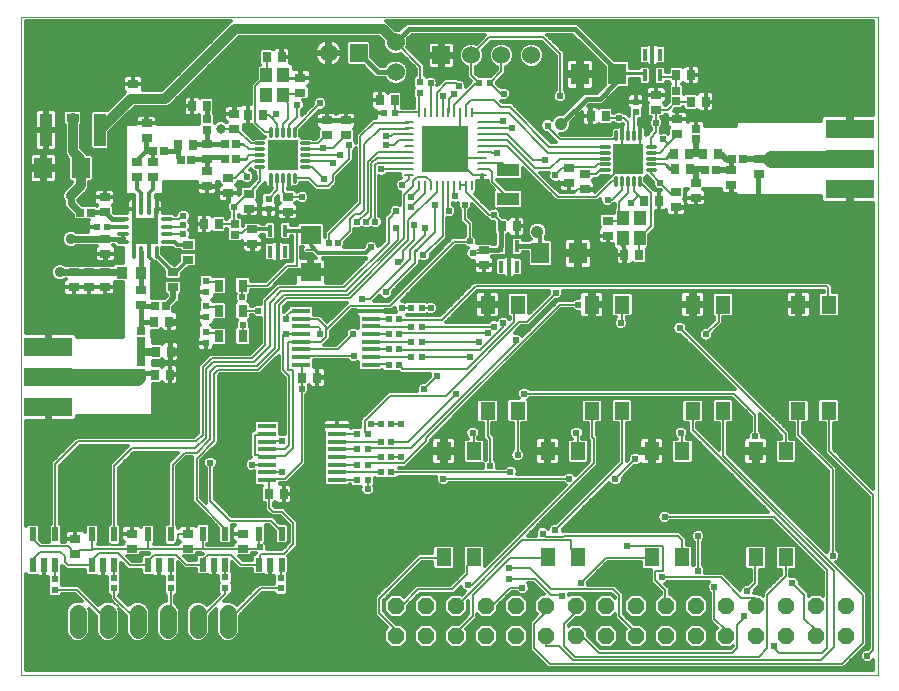
<source format=gtl>
G75*
G70*
%OFA0B0*%
%FSLAX24Y24*%
%IPPOS*%
%LPD*%
%AMOC8*
5,1,8,0,0,1.08239X$1,22.5*
%
%ADD10C,0.0000*%
%ADD11R,0.1575X0.1575*%
%ADD12C,0.0080*%
%ADD13C,0.0118*%
%ADD14R,0.0984X0.0984*%
%ADD15R,0.0157X0.0394*%
%ADD16R,0.0370X0.0250*%
%ADD17R,0.0250X0.0370*%
%ADD18R,0.0276X0.0256*%
%ADD19R,0.0600X0.0700*%
%ADD20R,0.0700X0.0600*%
%ADD21R,0.0236X0.0236*%
%ADD22R,0.0394X0.0472*%
%ADD23R,0.0256X0.0276*%
%ADD24R,0.0600X0.0600*%
%ADD25C,0.0600*%
%ADD26R,0.1600X0.0600*%
%ADD27C,0.0138*%
%ADD28R,0.0886X0.0886*%
%ADD29R,0.0394X0.1102*%
%ADD30R,0.0394X0.0315*%
%ADD31R,0.0374X0.0394*%
%ADD32R,0.0630X0.0157*%
%ADD33OC8,0.0560*%
%ADD34R,0.0748X0.0433*%
%ADD35C,0.0560*%
%ADD36R,0.0315X0.0394*%
%ADD37R,0.0217X0.0472*%
%ADD38R,0.0512X0.0591*%
%ADD39C,0.0060*%
%ADD40C,0.0240*%
%ADD41C,0.0120*%
%ADD42C,0.0160*%
%ADD43C,0.0320*%
%ADD44R,0.0240X0.0240*%
%ADD45C,0.0250*%
%ADD46C,0.0240*%
%ADD47C,0.0020*%
%ADD48C,0.0100*%
%ADD49C,0.0110*%
%ADD50C,0.0200*%
%ADD51C,0.0320*%
%ADD52C,0.0550*%
%ADD53C,0.0413*%
%ADD54C,0.0140*%
%ADD55C,0.0150*%
%ADD56C,0.0220*%
%ADD57C,0.0356*%
D10*
X000508Y000468D02*
X000508Y022398D01*
X029060Y022398D01*
X029060Y000468D01*
X000508Y000468D01*
D11*
X014643Y017997D03*
D12*
X015135Y018489D01*
X015135Y019219D01*
X015135Y019084D02*
X015135Y019354D01*
X015332Y019354D02*
X015332Y019084D01*
X015529Y019167D02*
X015529Y019219D01*
X015529Y019084D02*
X015529Y019354D01*
X015730Y018882D02*
X016000Y018882D01*
X016000Y018686D02*
X015730Y018686D01*
X015730Y018489D02*
X016000Y018489D01*
X016000Y018292D02*
X015730Y018292D01*
X015730Y018095D02*
X016000Y018095D01*
X016000Y017898D02*
X015730Y017898D01*
X015730Y017701D02*
X016000Y017701D01*
X015865Y017701D02*
X015068Y017701D01*
X015028Y017661D01*
X015028Y017628D01*
X015545Y017111D01*
X015865Y017111D01*
X015730Y017111D02*
X016000Y017111D01*
X016000Y017308D02*
X015730Y017308D01*
X015730Y017504D02*
X016000Y017504D01*
X015068Y017701D02*
X014938Y017701D01*
X014643Y017997D01*
X013556Y018095D02*
X013286Y018095D01*
X013286Y018292D02*
X013556Y018292D01*
X013556Y018489D02*
X013286Y018489D01*
X013286Y018686D02*
X013556Y018686D01*
X013556Y018882D02*
X013286Y018882D01*
X012946Y019188D02*
X012976Y019219D01*
X012946Y019188D02*
X012946Y019595D01*
X012958Y019608D01*
X013757Y019329D02*
X013757Y019219D01*
X013757Y019084D02*
X013757Y019354D01*
X013954Y019354D02*
X013954Y019084D01*
X014151Y019084D02*
X014151Y019354D01*
X014348Y019354D02*
X014348Y019084D01*
X014544Y019084D02*
X014544Y019354D01*
X014741Y019354D02*
X014741Y019084D01*
X014938Y019084D02*
X014938Y019354D01*
X013556Y017898D02*
X013286Y017898D01*
X013286Y017701D02*
X013556Y017701D01*
X013556Y017504D02*
X013286Y017504D01*
X013421Y017308D02*
X012949Y017308D01*
X012508Y017308D01*
X013286Y017308D02*
X013556Y017308D01*
X013556Y017111D02*
X013286Y017111D01*
X013757Y016909D02*
X013757Y016639D01*
X013954Y016639D02*
X013954Y016909D01*
X014151Y016909D02*
X014151Y016639D01*
X014348Y016639D02*
X014348Y016909D01*
X014544Y016909D02*
X014544Y016639D01*
X014741Y016639D02*
X014741Y016909D01*
X014938Y016909D02*
X014938Y016639D01*
X015135Y016639D02*
X015135Y016909D01*
X015332Y016909D02*
X015332Y016639D01*
X015529Y016639D02*
X015529Y016909D01*
X018308Y017108D02*
X018538Y017338D01*
X018768Y017338D01*
X018738Y017388D01*
X019628Y017388D01*
X019707Y017467D01*
X019707Y017471D01*
X019961Y017471D01*
X019961Y017663D02*
X019961Y017668D01*
X019948Y017865D02*
X019961Y017865D01*
X019948Y017868D02*
X019948Y017865D01*
X019948Y017868D02*
X019977Y017868D01*
X019961Y018061D02*
X019948Y018061D01*
X019948Y018068D01*
X019974Y018068D01*
X020531Y017865D02*
X020728Y017668D01*
X021122Y018061D01*
X021122Y018435D01*
X020925Y018435D02*
X020925Y019147D01*
X020988Y019211D01*
X020733Y018883D02*
X020733Y018435D01*
X020728Y018435D01*
X020531Y018435D02*
X020531Y017865D01*
X019961Y017274D02*
X019790Y017274D01*
X019790Y017270D01*
X019668Y017148D01*
X019298Y017148D01*
X019288Y017138D01*
X020335Y016915D02*
X020335Y016900D01*
X021122Y016890D02*
X021122Y016900D01*
X021126Y016890D02*
X021122Y016890D01*
X021481Y017175D02*
X021496Y017175D01*
X021496Y017274D01*
X021481Y017175D02*
X021788Y016868D01*
X022198Y016458D01*
X022328Y016538D01*
X021979Y017447D02*
X021959Y017471D01*
X021496Y017471D01*
X021496Y017668D02*
X021974Y017668D01*
X021994Y017683D01*
X021781Y017865D02*
X022064Y018148D01*
X022068Y018148D01*
X021908Y018308D01*
X022068Y018148D02*
X022268Y018348D01*
X022268Y018458D01*
X022368Y018478D01*
X021668Y018548D02*
X021668Y018868D01*
X021668Y019288D01*
X022056Y019288D01*
X022338Y019571D01*
X022351Y019558D01*
X022818Y019558D01*
X022338Y019925D02*
X022338Y020388D01*
X021841Y020388D01*
X021792Y020437D01*
X022338Y020448D02*
X022338Y020388D01*
X020733Y018883D02*
X020588Y019028D01*
X020428Y019028D01*
X019958Y019028D01*
X019978Y019088D01*
X020308Y020188D02*
X020308Y020416D01*
X020371Y020479D01*
X021668Y018548D02*
X021481Y018360D01*
X021481Y018061D01*
X021496Y018061D01*
X021496Y017865D02*
X021781Y017865D01*
X020428Y015835D02*
X020570Y015694D01*
X020474Y015598D01*
X020058Y015598D01*
X021108Y015012D02*
X021121Y015024D01*
X021108Y015012D02*
X021108Y014448D01*
X009868Y016388D02*
X009388Y016388D01*
X009378Y016398D01*
X009228Y016548D01*
X009228Y017028D01*
X009028Y017010D02*
X009028Y016604D01*
X008748Y016325D01*
X008477Y016926D02*
X008088Y016498D01*
X008018Y016498D01*
X007588Y016068D01*
X007588Y015525D01*
X007628Y015485D01*
X007098Y015488D01*
X006668Y015468D02*
X006598Y015488D01*
X007628Y015131D02*
X007686Y015188D01*
X007868Y015188D01*
X007998Y015318D01*
X008208Y015318D01*
X008218Y015308D01*
X008477Y016926D02*
X008457Y017384D01*
X008457Y017581D02*
X008181Y017581D01*
X007868Y017268D01*
X008028Y017108D01*
X008028Y017068D01*
X007868Y017268D02*
X007628Y017028D01*
X007458Y017028D01*
X007408Y017018D01*
X007291Y017668D02*
X007291Y017691D01*
X007308Y017708D01*
X006758Y017708D02*
X006708Y017658D01*
X006698Y017648D01*
X006206Y017658D02*
X006176Y017628D01*
X006218Y018128D02*
X006248Y018158D01*
X006688Y018178D02*
X006708Y018158D01*
X006718Y018148D01*
X007148Y018668D02*
X007218Y018658D01*
X007608Y018658D01*
X007598Y018628D01*
X007708Y018628D01*
X008165Y018171D01*
X008457Y018171D01*
X008457Y017974D02*
X008082Y017974D01*
X007908Y018148D01*
X008098Y017778D02*
X007988Y017668D01*
X008098Y017778D02*
X008457Y017778D01*
X009228Y018529D02*
X009225Y018545D01*
X009228Y018529D02*
X009228Y018588D01*
X009229Y018588D01*
X009618Y018545D02*
X009618Y018658D01*
X008748Y019108D02*
X008578Y019108D01*
X008558Y019128D01*
X009229Y019667D02*
X009229Y019771D01*
X009252Y019771D01*
X009308Y019828D01*
X009778Y019828D01*
X009808Y019858D01*
X008678Y020442D02*
X008677Y020441D01*
X008678Y020442D02*
X008678Y021048D01*
X005266Y017908D02*
X005256Y017918D01*
X004901Y017918D02*
X004891Y017908D01*
X004668Y018338D02*
X004678Y018348D01*
X004508Y016004D02*
X004500Y015996D01*
X004628Y015268D02*
X004388Y015028D01*
X005357Y015652D02*
X005532Y015652D01*
X009977Y017388D02*
X009992Y017384D01*
X009977Y017388D02*
X010068Y017388D01*
X009992Y017581D02*
X009980Y017588D01*
X004508Y012052D02*
X004508Y011925D01*
X001408Y011388D02*
X001378Y011418D01*
D13*
X008831Y016892D02*
X008831Y017128D01*
X009028Y017128D02*
X009028Y016892D01*
X009225Y016892D02*
X009225Y017128D01*
X009422Y017128D02*
X009422Y016892D01*
X009618Y016892D02*
X009618Y017128D01*
X009874Y017384D02*
X010110Y017384D01*
X010110Y017581D02*
X009874Y017581D01*
X009874Y017778D02*
X010110Y017778D01*
X010110Y017974D02*
X009874Y017974D01*
X009874Y018171D02*
X010110Y018171D01*
X009618Y018427D02*
X009618Y018663D01*
X009422Y018663D02*
X009422Y018427D01*
X009225Y018427D02*
X009225Y018663D01*
X009028Y018663D02*
X009028Y018427D01*
X008831Y018427D02*
X008831Y018663D01*
X008575Y018171D02*
X008339Y018171D01*
X008339Y017974D02*
X008575Y017974D01*
X008575Y017778D02*
X008339Y017778D01*
X008339Y017581D02*
X008575Y017581D01*
X008575Y017384D02*
X008339Y017384D01*
X019843Y017471D02*
X020079Y017471D01*
X020079Y017668D02*
X019843Y017668D01*
X019843Y017865D02*
X020079Y017865D01*
X020079Y018061D02*
X019843Y018061D01*
X020335Y018317D02*
X020335Y018553D01*
X020531Y018553D02*
X020531Y018317D01*
X020728Y018317D02*
X020728Y018553D01*
X020925Y018553D02*
X020925Y018317D01*
X021122Y018317D02*
X021122Y018553D01*
X021378Y018061D02*
X021614Y018061D01*
X021614Y017865D02*
X021378Y017865D01*
X021378Y017668D02*
X021614Y017668D01*
X021614Y017471D02*
X021378Y017471D01*
X021378Y017274D02*
X021614Y017274D01*
X021122Y017018D02*
X021122Y016782D01*
X020925Y016782D02*
X020925Y017018D01*
X020728Y017018D02*
X020728Y016782D01*
X020531Y016782D02*
X020531Y017018D01*
X020335Y017018D02*
X020335Y016782D01*
X020079Y017274D02*
X019843Y017274D01*
D14*
X020728Y017668D03*
X009225Y017778D03*
D15*
X009308Y015257D03*
X008797Y015257D03*
X008797Y014568D03*
X009052Y014568D03*
X009308Y014568D03*
X016508Y014745D03*
X017019Y014745D03*
X017019Y014056D03*
X016763Y014056D03*
X016508Y014056D03*
X021281Y020437D03*
X021792Y020437D03*
X021792Y021126D03*
X021537Y021126D03*
X021281Y021126D03*
D16*
X021668Y019788D03*
X021668Y019288D03*
X022368Y018978D03*
X022368Y018478D03*
X024158Y017278D03*
X024158Y016778D03*
X025078Y017138D03*
X025078Y017638D03*
X022985Y016866D03*
X022985Y016366D03*
X022328Y016538D03*
X022328Y016038D03*
X020058Y015598D03*
X020058Y015098D03*
X019288Y016638D03*
X019288Y017138D03*
X018768Y017338D03*
X018768Y016838D03*
X015928Y014618D03*
X015928Y014118D03*
X011328Y018438D03*
X011328Y018938D03*
X010688Y018938D03*
X010688Y018438D03*
X009808Y019858D03*
X009808Y020358D03*
X007608Y019158D03*
X007608Y018658D03*
X006708Y018158D03*
X006708Y017658D03*
X006698Y017238D03*
X006698Y016738D03*
X007408Y016518D03*
X007408Y017018D03*
X008088Y016498D03*
X008088Y015998D03*
X008208Y015318D03*
X008208Y014818D03*
X009378Y015898D03*
X009378Y016398D03*
X006068Y014798D03*
X006068Y014298D03*
X005568Y013878D03*
X005568Y013378D03*
X004508Y013278D03*
X004508Y012778D03*
X003288Y013378D03*
X003288Y013878D03*
X002768Y013878D03*
X002768Y013378D03*
X002248Y013378D03*
X002248Y013878D03*
X003308Y014498D03*
X003308Y014998D03*
X003288Y015878D03*
X003288Y016378D03*
X004348Y017058D03*
X004348Y017558D03*
X004908Y017558D03*
X004908Y017058D03*
X004678Y018348D03*
X004678Y018848D03*
X004228Y019658D03*
X004228Y020158D03*
X004188Y005158D03*
X004188Y004658D03*
X006048Y004658D03*
X006048Y005158D03*
X007878Y005158D03*
X007878Y004658D03*
X002298Y004498D03*
X002298Y004998D03*
D17*
X008748Y006488D03*
X009248Y006488D03*
X009868Y010368D03*
X010368Y010368D03*
X005458Y010468D03*
X004958Y010468D03*
X004978Y011228D03*
X005478Y011228D03*
X005438Y012228D03*
X004938Y012228D03*
X006598Y015488D03*
X007098Y015488D03*
X006218Y018128D03*
X005718Y018128D03*
X006198Y019418D03*
X006698Y019418D03*
X008058Y019128D03*
X008558Y019128D03*
X008678Y021048D03*
X009178Y021048D03*
X012458Y019608D03*
X012958Y019608D03*
X016518Y015408D03*
X017018Y015408D03*
X020608Y014448D03*
X021108Y014448D03*
X021258Y016258D03*
X021758Y016258D03*
X022282Y017309D03*
X022782Y017309D03*
X022774Y017821D03*
X022274Y017821D03*
X023214Y017817D03*
X023714Y017817D03*
X023318Y019558D03*
X022818Y019558D03*
X022838Y020448D03*
X022338Y020448D03*
X019978Y019088D03*
X019478Y019088D03*
D18*
X022338Y019571D03*
X022338Y019925D03*
X022989Y018667D03*
X022989Y018313D03*
X007628Y015485D03*
X007628Y015131D03*
X004508Y011925D03*
X004508Y011571D03*
X004508Y010885D03*
X004508Y010531D03*
X006688Y018621D03*
X006688Y018975D03*
D19*
X002493Y017348D03*
X001243Y017348D03*
X017802Y014510D03*
X019052Y014510D03*
X019121Y020479D03*
X020371Y020479D03*
D20*
X010148Y015131D03*
X010148Y013881D03*
D21*
X008748Y015971D03*
X008748Y016325D03*
X006668Y013585D03*
X006668Y013231D03*
X006668Y012745D03*
X006668Y012391D03*
X006648Y011885D03*
X006648Y011531D03*
X003366Y015388D03*
X003011Y015388D03*
X011691Y008488D03*
X012046Y008488D03*
X012486Y008228D03*
X012841Y008228D03*
X012841Y007723D03*
X012486Y007723D03*
X012046Y007973D03*
X011691Y007973D03*
X011691Y007463D03*
X012046Y007463D03*
X012486Y007208D03*
X012841Y007208D03*
X012046Y006953D03*
X011691Y006953D03*
X012486Y008818D03*
X012841Y008818D03*
X012751Y010798D03*
X013106Y010798D03*
X013491Y011053D03*
X013846Y011053D03*
X013846Y011558D03*
X013491Y011558D03*
X013106Y011303D03*
X012751Y011303D03*
X012751Y011818D03*
X013106Y011818D03*
X013491Y012068D03*
X013846Y012068D03*
X013106Y012328D03*
X012751Y012328D03*
X013491Y012688D03*
X013846Y012688D03*
X012946Y019188D03*
X012591Y019188D03*
X013808Y019851D03*
X013808Y020205D03*
X015771Y020188D03*
X016126Y020188D03*
X020988Y019565D03*
X020988Y019211D03*
X009168Y003695D03*
X009168Y003341D03*
X007308Y003351D03*
X007308Y003705D03*
X005488Y003695D03*
X005488Y003341D03*
X003598Y003341D03*
X003598Y003695D03*
X001628Y003645D03*
X001628Y003291D03*
D22*
X020570Y015024D03*
X021121Y015024D03*
X021121Y015694D03*
X020570Y015694D03*
X009229Y019771D03*
X008677Y019771D03*
X008677Y020441D03*
X009229Y020441D03*
D23*
X007646Y018148D03*
X007291Y018148D03*
X007291Y017668D03*
X007646Y017668D03*
X006176Y017628D03*
X005821Y017628D03*
X005256Y017918D03*
X004901Y017918D03*
X002826Y015868D03*
X002471Y015868D03*
X004971Y012768D03*
X005326Y012768D03*
X023310Y017270D03*
X023664Y017270D03*
X024201Y017648D03*
X024556Y017648D03*
D24*
X014508Y021108D03*
X011748Y021188D03*
D25*
X010748Y021188D03*
X012988Y021548D03*
X012988Y020548D03*
X015508Y021108D03*
X016508Y021108D03*
X017508Y021108D03*
D26*
X028133Y018643D03*
X028133Y017643D03*
X028133Y016643D03*
X001408Y011388D03*
X001408Y010388D03*
X001408Y009388D03*
D27*
X004244Y014402D02*
X004244Y014676D01*
X004500Y014676D02*
X004500Y014402D01*
X004756Y014402D02*
X004756Y014676D01*
X005012Y014676D02*
X005012Y014402D01*
X005220Y014884D02*
X005494Y014884D01*
X005494Y015140D02*
X005220Y015140D01*
X005220Y015396D02*
X005494Y015396D01*
X005494Y015652D02*
X005220Y015652D01*
X005012Y015859D02*
X005012Y016133D01*
X004756Y016133D02*
X004756Y015859D01*
X004500Y015859D02*
X004500Y016133D01*
X004244Y016133D02*
X004244Y015859D01*
X004037Y015652D02*
X003763Y015652D01*
X003763Y015396D02*
X004037Y015396D01*
X004037Y015140D02*
X003763Y015140D01*
X003763Y014884D02*
X004037Y014884D01*
D28*
X004628Y015268D03*
D29*
X003125Y018621D03*
X001322Y018621D03*
D30*
X002224Y019014D03*
D31*
X003873Y013868D03*
X004503Y013868D03*
D32*
X009828Y012583D03*
X009828Y012327D03*
X009828Y012071D03*
X009828Y011815D03*
X009828Y011559D03*
X009828Y011304D03*
X009828Y011048D03*
X009828Y010792D03*
X012150Y010792D03*
X012150Y011048D03*
X012150Y011304D03*
X012150Y011559D03*
X012150Y011815D03*
X012150Y012071D03*
X012150Y012327D03*
X012150Y012583D03*
X011020Y008743D03*
X011020Y008487D03*
X011020Y008231D03*
X011020Y007975D03*
X011020Y007719D03*
X011020Y007464D03*
X011020Y007208D03*
X011020Y006952D03*
X008698Y006952D03*
X008698Y007208D03*
X008698Y007464D03*
X008698Y007719D03*
X008698Y007975D03*
X008698Y008231D03*
X008698Y008487D03*
X008698Y008743D03*
D33*
X012988Y002758D03*
X012988Y001758D03*
X013988Y001758D03*
X014988Y001758D03*
X015988Y001758D03*
X015988Y002758D03*
X014988Y002758D03*
X013988Y002758D03*
X016988Y002758D03*
X017988Y002758D03*
X017988Y001758D03*
X016988Y001758D03*
X018988Y001758D03*
X019988Y001758D03*
X020988Y001748D03*
X020988Y002748D03*
X019988Y002758D03*
X018988Y002758D03*
X021988Y002748D03*
X022988Y002748D03*
X023988Y002748D03*
X023988Y001748D03*
X022988Y001748D03*
X021988Y001748D03*
X024988Y001748D03*
X025988Y001748D03*
X025988Y002748D03*
X024988Y002748D03*
X026988Y002748D03*
X027988Y002748D03*
X027988Y001748D03*
X026988Y001748D03*
D34*
X016728Y016316D03*
X016728Y017300D03*
D35*
X007388Y002528D02*
X007388Y001968D01*
X006388Y001968D02*
X006388Y002528D01*
X005388Y002528D02*
X005388Y001968D01*
X004388Y001968D02*
X004388Y002528D01*
X003388Y002528D02*
X003388Y001968D01*
X002388Y001968D02*
X002388Y002528D01*
D36*
X007095Y011748D03*
X007882Y011748D03*
X007882Y012588D03*
X007095Y012588D03*
X007095Y013428D03*
X007882Y013428D03*
D37*
X008434Y005160D03*
X009182Y005160D03*
X009182Y004136D03*
X008808Y004136D03*
X008434Y004136D03*
X007302Y004136D03*
X006928Y004136D03*
X006554Y004136D03*
X005482Y004116D03*
X005108Y004116D03*
X004734Y004116D03*
X003602Y004116D03*
X003228Y004116D03*
X002854Y004116D03*
X001642Y004116D03*
X001268Y004116D03*
X000894Y004116D03*
X000894Y005140D03*
X001642Y005140D03*
X002854Y005140D03*
X003602Y005140D03*
X004734Y005140D03*
X005482Y005140D03*
X006554Y005160D03*
X007302Y005160D03*
D38*
X014584Y004374D03*
X015593Y004376D03*
X018044Y004374D03*
X019053Y004376D03*
X021524Y004374D03*
X022533Y004376D03*
X024984Y004374D03*
X025993Y004376D03*
X026000Y007915D03*
X024984Y007917D03*
X023893Y009256D03*
X022884Y009254D03*
X022540Y007915D03*
X021524Y007917D03*
X020533Y009256D03*
X019524Y009254D03*
X019060Y007915D03*
X018044Y007917D03*
X017053Y009256D03*
X016044Y009254D03*
X015600Y007915D03*
X014584Y007917D03*
X016044Y012797D03*
X017060Y012795D03*
X019524Y012797D03*
X020540Y012795D03*
X022884Y012797D03*
X023900Y012795D03*
X026404Y012797D03*
X027420Y012795D03*
X027413Y009256D03*
X026404Y009254D03*
D39*
X026408Y009248D01*
X026408Y008448D01*
X027548Y007308D01*
X027548Y004428D01*
X027368Y003948D02*
X027368Y001348D01*
X027208Y001188D01*
X025768Y001188D01*
X025588Y001368D01*
X025588Y001408D01*
X025368Y001348D02*
X025088Y001068D01*
X018968Y001068D01*
X018608Y001428D01*
X018608Y002168D01*
X018988Y002548D01*
X018988Y002758D01*
X018528Y003088D02*
X018488Y003128D01*
X018168Y003128D01*
X017628Y003668D01*
X016768Y003668D01*
X016788Y003368D02*
X016178Y002758D01*
X015988Y002758D01*
X015548Y002408D02*
X015548Y003108D01*
X016808Y004368D01*
X018028Y004368D01*
X018044Y004374D01*
X017448Y004028D02*
X018168Y003308D01*
X020228Y003308D01*
X020428Y003108D01*
X020428Y002428D01*
X020988Y001868D01*
X020988Y001748D01*
X019748Y001188D02*
X019178Y001758D01*
X018988Y001758D01*
X018428Y001428D02*
X017988Y001428D01*
X017988Y001758D01*
X018428Y001428D02*
X018908Y000948D01*
X027148Y000948D01*
X027588Y001388D01*
X027588Y003908D01*
X022888Y008608D01*
X022888Y009248D01*
X022884Y009254D01*
X022488Y008528D02*
X022528Y008488D01*
X022528Y007928D01*
X022540Y007915D01*
X023908Y007768D02*
X028548Y003128D01*
X028548Y001528D01*
X027848Y000828D01*
X018128Y000828D01*
X017608Y001348D01*
X017608Y002168D01*
X017988Y002548D01*
X017988Y002758D01*
X017208Y003368D02*
X016788Y003368D01*
X016768Y004028D02*
X017448Y004028D01*
X017208Y004948D02*
X015018Y002758D01*
X014988Y002758D01*
X015548Y002408D02*
X014988Y001848D01*
X014988Y001758D01*
X013728Y003308D02*
X013178Y002758D01*
X012988Y002758D01*
X012428Y002528D02*
X012428Y002988D01*
X013808Y004368D01*
X014568Y004368D01*
X014584Y004374D01*
X015368Y004108D02*
X015368Y003808D01*
X014868Y003308D01*
X013728Y003308D01*
X012428Y002528D02*
X012988Y001968D01*
X012988Y001758D01*
X015408Y003448D02*
X015528Y003448D01*
X019588Y007508D01*
X019588Y008328D01*
X019528Y008388D01*
X019528Y009248D01*
X019524Y009254D01*
X019008Y008528D02*
X019048Y008488D01*
X019048Y007928D01*
X019060Y007915D01*
X018768Y006988D02*
X014568Y006988D01*
X015600Y007915D02*
X015588Y007928D01*
X015588Y008488D01*
X015548Y008528D01*
X016048Y008408D02*
X016128Y008328D01*
X016128Y007428D01*
X016808Y007208D02*
X012841Y007208D01*
X012486Y007208D02*
X011028Y007208D01*
X011020Y007208D01*
X011028Y006968D02*
X011020Y006952D01*
X011028Y006968D02*
X011688Y006968D01*
X011691Y006953D01*
X012046Y006953D02*
X012048Y006948D01*
X012048Y006648D01*
X012046Y007463D02*
X012048Y007468D01*
X012088Y007468D01*
X012128Y007508D01*
X013248Y007508D01*
X014008Y008268D01*
X014008Y008348D01*
X018448Y012788D01*
X019068Y012788D01*
X018328Y013188D02*
X017368Y012228D01*
X017108Y012228D01*
X014648Y009768D01*
X012808Y009768D01*
X011948Y008908D01*
X011948Y008568D01*
X012028Y008488D01*
X012046Y008488D01*
X011691Y008488D02*
X011028Y008488D01*
X011020Y008487D01*
X011020Y008231D02*
X011028Y008228D01*
X012486Y008228D01*
X012841Y008228D02*
X013408Y008228D01*
X015008Y009828D01*
X014368Y010428D02*
X013928Y009988D01*
X013188Y010648D02*
X015348Y010648D01*
X016928Y012228D01*
X016928Y012668D01*
X017048Y012788D01*
X017060Y012795D01*
X016568Y012188D02*
X016568Y012068D01*
X015788Y011288D01*
X013108Y011288D01*
X013106Y011303D01*
X012751Y011303D02*
X012748Y011308D01*
X012168Y011308D01*
X012150Y011304D01*
X012150Y011559D02*
X012168Y011568D01*
X013488Y011568D01*
X013491Y011558D01*
X013846Y011558D02*
X013848Y011548D01*
X015748Y011548D01*
X016048Y011848D02*
X013188Y011848D01*
X013168Y011828D01*
X013108Y011828D01*
X013106Y011818D01*
X012751Y011818D02*
X012748Y011828D01*
X012168Y011828D01*
X012150Y011815D01*
X012168Y012068D02*
X012150Y012071D01*
X012168Y012068D02*
X013491Y012068D01*
X013846Y012068D02*
X016268Y012068D01*
X016988Y011628D02*
X016988Y011508D01*
X013488Y008008D01*
X012128Y008008D01*
X012108Y007988D01*
X012048Y007988D01*
X012046Y007973D01*
X011691Y007973D02*
X011688Y007988D01*
X011028Y007988D01*
X011020Y007975D01*
X011028Y007728D02*
X011020Y007719D01*
X011028Y007728D02*
X012468Y007728D01*
X012486Y007723D01*
X012841Y007723D02*
X012848Y007728D01*
X013168Y007728D01*
X013148Y008808D02*
X012848Y008808D01*
X012841Y008818D01*
X012486Y008818D02*
X012468Y008828D01*
X012168Y008828D01*
X011688Y007468D02*
X011028Y007468D01*
X011020Y007464D01*
X011688Y007468D02*
X011691Y007463D01*
X009848Y007548D02*
X009288Y006988D01*
X008828Y006988D01*
X008768Y006928D01*
X008698Y006952D01*
X008708Y006948D01*
X008748Y006908D01*
X008748Y006488D01*
X008768Y006468D01*
X008768Y006028D01*
X008908Y005888D01*
X009188Y005888D01*
X009568Y005508D01*
X009568Y004808D01*
X009248Y004488D01*
X008508Y004488D01*
X008448Y004428D01*
X008448Y004168D01*
X008434Y004136D01*
X008448Y004128D01*
X007828Y004128D01*
X007488Y004468D01*
X006728Y004468D01*
X006568Y004308D01*
X006568Y004168D01*
X006554Y004136D01*
X006568Y004128D01*
X006008Y004128D01*
X005668Y004468D01*
X004928Y004468D01*
X004748Y004288D01*
X004748Y004148D01*
X004734Y004116D01*
X004120Y004116D01*
X003728Y004508D01*
X003088Y004508D01*
X002868Y004288D01*
X002868Y004128D01*
X002854Y004116D01*
X002846Y004108D01*
X002068Y004108D01*
X001948Y004228D01*
X001948Y004408D01*
X001788Y004568D01*
X001128Y004568D01*
X000894Y004334D01*
X000894Y004116D01*
X001642Y004116D02*
X001642Y003659D01*
X001628Y003645D01*
X001628Y003291D02*
X002346Y003291D01*
X003388Y002248D01*
X003768Y002656D02*
X003748Y002708D01*
X003568Y002888D01*
X003516Y002908D01*
X003608Y003028D02*
X004388Y002248D01*
X005388Y002248D02*
X005488Y002348D01*
X005488Y003341D01*
X005488Y003695D02*
X005488Y004108D01*
X005482Y004116D01*
X005368Y004788D02*
X005348Y004808D01*
X005290Y004818D01*
X005368Y004788D02*
X005608Y004788D01*
X005728Y004908D01*
X005728Y005148D01*
X005748Y005168D01*
X005968Y005168D01*
X006048Y005158D01*
X005988Y005168D01*
X005548Y005206D02*
X005548Y007468D01*
X005948Y007868D01*
X006348Y007868D01*
X006788Y008308D01*
X006788Y010568D01*
X006988Y010768D01*
X008348Y010768D01*
X008948Y011368D01*
X008948Y012828D01*
X009248Y013128D01*
X011388Y013128D01*
X013268Y015008D01*
X013268Y016468D01*
X013548Y016748D01*
X013548Y016908D01*
X013688Y017048D01*
X014008Y017048D01*
X014148Y016908D01*
X014148Y016788D01*
X014151Y016774D01*
X014348Y016774D02*
X014348Y016567D01*
X013388Y015608D01*
X013388Y014948D01*
X011448Y013008D01*
X009328Y013008D01*
X009108Y012788D01*
X009108Y011328D01*
X008408Y010628D01*
X007068Y010628D01*
X006928Y010488D01*
X006928Y008248D01*
X006348Y007668D01*
X006348Y006288D01*
X007302Y005334D01*
X007302Y005160D01*
X007302Y005222D01*
X007308Y005168D02*
X007302Y005160D01*
X007468Y005588D02*
X006808Y006248D01*
X006808Y007528D01*
X006308Y008008D02*
X004188Y008008D01*
X003602Y007422D01*
X003602Y005140D01*
X003602Y005162D01*
X003608Y005148D02*
X003602Y005140D01*
X003468Y004808D02*
X003410Y004818D01*
X003468Y004808D02*
X003488Y004788D01*
X003748Y004788D01*
X003795Y004818D01*
X004168Y004668D02*
X004188Y004658D01*
X004188Y004668D01*
X004728Y004668D01*
X006028Y004668D01*
X006048Y004658D01*
X006048Y004668D01*
X006548Y004668D01*
X006568Y004648D01*
X007868Y004648D01*
X007878Y004658D01*
X007888Y004668D01*
X008428Y004668D01*
X008428Y004708D01*
X008448Y004708D01*
X008428Y004708D02*
X008428Y005148D01*
X008434Y005160D01*
X008828Y005588D02*
X007468Y005588D01*
X006554Y005160D02*
X006548Y005148D01*
X006548Y004668D01*
X007302Y004136D02*
X007308Y004128D01*
X007308Y003705D01*
X007308Y003351D02*
X007308Y003168D01*
X006388Y002248D01*
X007388Y002248D02*
X008481Y003341D01*
X009168Y003341D01*
X009168Y003695D02*
X009168Y004128D01*
X009182Y004136D01*
X009182Y005160D02*
X009182Y005234D01*
X008828Y005588D01*
X009188Y005168D02*
X009182Y005160D01*
X009208Y007208D02*
X008708Y007208D01*
X008698Y007208D01*
X008698Y007464D02*
X008688Y007468D01*
X008188Y007468D01*
X008288Y007788D02*
X008288Y008468D01*
X008688Y008468D01*
X008698Y008487D01*
X008708Y008248D02*
X008698Y008231D01*
X008708Y008248D02*
X009208Y008248D01*
X009428Y008128D02*
X009428Y010408D01*
X009228Y010608D01*
X009228Y011808D01*
X009328Y011808D01*
X009808Y011808D01*
X009828Y011815D01*
X009848Y012048D02*
X009828Y012068D01*
X009828Y012071D01*
X009848Y012048D02*
X010408Y012048D01*
X010448Y012008D01*
X010448Y011808D01*
X010668Y011728D02*
X010668Y011928D01*
X010668Y011968D01*
X011468Y012768D01*
X012808Y012768D01*
X014928Y014888D01*
X015428Y014888D01*
X015448Y014908D01*
X015448Y015488D01*
X015288Y015648D01*
X015288Y016128D01*
X014938Y016358D02*
X014968Y016408D01*
X014938Y016358D02*
X014938Y016774D01*
X014741Y016774D02*
X014741Y015955D01*
X014768Y015928D01*
X014743Y015997D01*
X014308Y016108D02*
X014308Y015208D01*
X013708Y014608D01*
X013688Y014628D01*
X013628Y014628D01*
X013628Y014188D01*
X012648Y013208D01*
X012128Y012988D02*
X011868Y012988D01*
X012128Y012988D02*
X013468Y014328D01*
X013468Y014608D01*
X013448Y014628D01*
X013948Y015128D01*
X013948Y015368D01*
X013608Y015448D02*
X013608Y014968D01*
X013228Y014588D01*
X013228Y014308D01*
X013148Y014228D01*
X013068Y014228D01*
X013688Y014588D02*
X013708Y014608D01*
X013908Y014448D02*
X014544Y015084D01*
X014544Y016774D01*
X013954Y016774D02*
X013954Y016513D01*
X013488Y016048D01*
X013488Y016388D02*
X013757Y016656D01*
X013757Y016774D01*
X013948Y016768D02*
X013954Y016774D01*
X013421Y017000D02*
X013421Y017111D01*
X013421Y017000D02*
X013208Y016788D01*
X013421Y017504D02*
X012642Y017504D01*
X012618Y017528D01*
X012368Y017528D01*
X012288Y017448D01*
X012288Y015568D01*
X012308Y015548D01*
X012168Y015708D02*
X012008Y015548D01*
X012168Y015708D02*
X012168Y017508D01*
X012362Y017701D01*
X013421Y017701D01*
X013420Y017898D02*
X012378Y017898D01*
X012048Y017568D01*
X012048Y015888D01*
X011708Y015548D01*
X011448Y015648D02*
X011448Y015248D01*
X011068Y014868D01*
X010768Y014868D02*
X010768Y015148D01*
X011808Y016188D01*
X011808Y018408D01*
X012268Y018868D01*
X013408Y018868D01*
X013421Y018882D01*
X013421Y018686D02*
X013408Y018668D01*
X012448Y018668D01*
X011928Y018148D01*
X011928Y015948D01*
X011808Y015828D01*
X011628Y015828D01*
X011448Y015648D01*
X012748Y015668D02*
X012748Y014868D01*
X011252Y013376D01*
X009097Y013376D01*
X008628Y012908D01*
X008628Y011448D01*
X008188Y011008D01*
X006848Y011008D01*
X006548Y010708D01*
X006548Y008468D01*
X006328Y008248D01*
X002408Y008248D01*
X001642Y007482D01*
X001642Y005140D01*
X001642Y005322D01*
X000894Y005140D02*
X000894Y004982D01*
X001128Y004748D01*
X002048Y004748D01*
X002298Y004498D01*
X002428Y004628D01*
X002848Y004628D01*
X002848Y004668D01*
X004168Y004668D01*
X004728Y004668D02*
X004728Y005128D01*
X004734Y005140D01*
X005482Y005140D02*
X005548Y005206D01*
X005488Y005148D02*
X005482Y005140D01*
X005482Y005142D01*
X004728Y004128D02*
X004734Y004116D01*
X003608Y004108D02*
X003608Y003708D01*
X003598Y003695D01*
X003608Y004108D02*
X003602Y004116D01*
X003598Y003341D02*
X003608Y003328D01*
X003608Y003028D01*
X002848Y004668D02*
X002848Y005128D01*
X002854Y005140D01*
X006308Y008008D02*
X006668Y008368D01*
X006668Y010648D01*
X006908Y010888D01*
X008268Y010888D01*
X008788Y011408D01*
X008788Y012868D01*
X009168Y013248D01*
X011328Y013248D01*
X013048Y014968D01*
X013048Y015308D01*
X013008Y015348D01*
X012748Y015668D02*
X012988Y015908D01*
X010888Y016908D02*
X010728Y016748D01*
X010368Y016748D01*
X010106Y017010D01*
X009618Y017010D01*
X009228Y017028D02*
X009225Y017010D01*
X010068Y017388D02*
X010188Y017388D01*
X010588Y016988D01*
X010888Y016908D02*
X010888Y017108D01*
X011428Y017648D01*
X011428Y018108D01*
X011128Y017788D02*
X009983Y017788D01*
X009992Y017778D01*
X009980Y017588D02*
X010808Y017588D01*
X010888Y017508D01*
X010898Y018008D02*
X010548Y018008D01*
X010535Y017974D01*
X009992Y017974D01*
X009992Y018171D02*
X010392Y018171D01*
X010658Y018438D01*
X010688Y018438D01*
X010898Y018008D02*
X011328Y018438D01*
X011278Y018438D01*
X010468Y019508D02*
X009618Y018658D01*
X009422Y018545D02*
X009422Y018781D01*
X009708Y019068D01*
X009708Y019468D01*
X009388Y019508D02*
X009229Y019667D01*
X009388Y019508D02*
X009388Y018988D01*
X009228Y018828D01*
X009228Y018588D01*
X009028Y018545D02*
X009028Y018828D01*
X008848Y019008D01*
X008988Y019148D01*
X008848Y019008D02*
X008748Y019108D01*
X008308Y018868D02*
X008631Y018545D01*
X008831Y018545D01*
X008308Y018868D02*
X008308Y020072D01*
X008677Y020441D01*
X012668Y018428D02*
X012826Y018428D01*
X012887Y018489D01*
X013421Y018489D01*
X013421Y018292D02*
X013417Y018288D01*
X013108Y018288D01*
X012928Y018108D01*
X012668Y018108D01*
X013420Y017898D02*
X013421Y017898D01*
X014628Y017988D02*
X014637Y017997D01*
X014643Y017997D01*
X015865Y018095D02*
X016701Y018095D01*
X018408Y016388D01*
X019668Y016388D01*
X020196Y016915D01*
X020335Y016915D01*
X020528Y016897D02*
X020528Y016608D01*
X020208Y016288D01*
X020048Y016288D01*
X020428Y016228D02*
X020428Y015835D01*
X020428Y016228D02*
X020713Y016512D01*
X020728Y016532D01*
X020728Y016900D01*
X020531Y016900D02*
X020528Y016897D01*
X020925Y016900D02*
X020925Y016591D01*
X021036Y016480D01*
X021036Y016396D01*
X020828Y016188D01*
X021036Y016480D02*
X021258Y016258D01*
X021508Y016508D02*
X021508Y015412D01*
X021121Y015024D01*
X021508Y016508D02*
X021126Y016890D01*
X020468Y017378D02*
X020468Y017428D01*
X020728Y017668D01*
X020468Y017378D02*
X020178Y017088D01*
X020134Y017059D01*
X019961Y017668D02*
X018448Y017668D01*
X018128Y017348D01*
X017638Y017348D01*
X016694Y018292D01*
X015865Y018292D01*
X015865Y018489D02*
X016707Y018489D01*
X017568Y017628D01*
X017948Y017628D01*
X018068Y017868D02*
X016748Y019188D01*
X015548Y019188D01*
X015548Y019199D01*
X015529Y019219D01*
X015332Y019219D02*
X015332Y019451D01*
X015508Y019628D01*
X016268Y019628D01*
X016508Y019388D01*
X016788Y019388D01*
X018108Y018068D01*
X019948Y018068D01*
X019948Y017868D02*
X018068Y017868D01*
X018448Y018308D02*
X020235Y018308D01*
X020335Y018407D01*
X020335Y018435D01*
X018448Y018308D02*
X018048Y018708D01*
X018048Y018768D01*
X018468Y019748D02*
X018468Y021148D01*
X017908Y021708D01*
X016108Y021708D01*
X015508Y021108D01*
X015508Y020451D01*
X015771Y020188D01*
X015668Y020188D01*
X014938Y019457D01*
X014938Y019219D01*
X014748Y019228D02*
X014748Y019648D01*
X014928Y019828D01*
X015088Y020088D02*
X014988Y020188D01*
X014668Y020188D01*
X014348Y019868D01*
X014348Y019228D01*
X014348Y019219D01*
X014544Y019219D02*
X014544Y019704D01*
X014568Y019768D01*
X014151Y019950D02*
X014151Y019219D01*
X013757Y019219D02*
X012976Y019219D01*
X013757Y019219D02*
X013757Y019719D01*
X013808Y019851D01*
X013808Y020205D02*
X013808Y020728D01*
X012988Y021548D01*
X014148Y020188D02*
X014151Y019950D01*
X014748Y019228D02*
X014741Y019219D01*
X015865Y018882D02*
X016503Y018882D01*
X016568Y018928D01*
X016766Y018686D02*
X016868Y018688D01*
X016766Y018686D02*
X015865Y018686D01*
X015865Y017898D02*
X016158Y017898D01*
X016188Y017868D01*
X016348Y017868D01*
X016524Y017504D02*
X016728Y017300D01*
X016524Y017504D02*
X015865Y017504D01*
X015865Y017308D02*
X015865Y017308D01*
X016108Y017308D01*
X016208Y017208D01*
X016208Y016888D01*
X016628Y016468D01*
X016628Y016396D01*
X016728Y016316D01*
X016248Y015788D02*
X016518Y015518D01*
X016518Y015408D01*
X016518Y015298D01*
X016508Y015227D01*
X016518Y015238D01*
X016248Y015788D02*
X016108Y015788D01*
X015332Y016564D01*
X015332Y016774D01*
X015308Y016778D01*
X015138Y016778D01*
X015135Y016774D01*
X015865Y017308D02*
X016009Y017308D01*
X018943Y016553D02*
X018988Y016588D01*
X018998Y016578D01*
X018948Y016558D01*
X018998Y016578D02*
X019058Y016638D01*
X019288Y016638D01*
X015928Y014618D02*
X015868Y014568D01*
X015808Y014508D01*
X015548Y014508D01*
X015678Y014618D02*
X015928Y014618D01*
X015648Y013408D02*
X027368Y013408D01*
X027408Y013368D01*
X027408Y012808D01*
X027420Y012795D01*
X023900Y012795D02*
X023888Y012788D01*
X023748Y012648D01*
X023748Y012228D01*
X023328Y011808D01*
X022448Y012028D02*
X025988Y008488D01*
X025988Y007928D01*
X026000Y007915D01*
X024968Y008408D02*
X024968Y009128D01*
X024268Y009828D01*
X017268Y009828D01*
X017053Y009256D02*
X017048Y009248D01*
X017048Y007788D01*
X016048Y008408D02*
X016048Y009248D01*
X016044Y009254D01*
X015448Y011048D02*
X013848Y011048D01*
X013846Y011053D01*
X013491Y011053D02*
X013488Y011048D01*
X012168Y011048D01*
X012150Y011048D01*
X012168Y010808D02*
X012150Y010792D01*
X012168Y010808D02*
X012748Y010808D01*
X012751Y010798D01*
X013106Y010798D02*
X013108Y010788D01*
X013188Y010708D01*
X013188Y010648D01*
X011588Y011088D02*
X009868Y011088D01*
X009828Y011048D01*
X009828Y011048D01*
X009828Y011304D02*
X009828Y011308D01*
X011048Y011308D01*
X011568Y011828D01*
X012150Y012327D02*
X012168Y012328D01*
X012751Y012328D01*
X013106Y012328D02*
X013148Y012328D01*
X013188Y012288D01*
X014528Y012288D01*
X015648Y013408D01*
X014148Y012688D02*
X013846Y012688D01*
X013491Y012688D02*
X013188Y012688D01*
X010668Y012048D02*
X010408Y012308D01*
X009828Y012308D01*
X009828Y012327D01*
X009808Y012568D02*
X009488Y012568D01*
X009328Y012408D01*
X009328Y012328D01*
X009808Y012568D02*
X009828Y012583D01*
X010668Y012048D02*
X010668Y011968D01*
X010668Y011728D02*
X010508Y011568D01*
X009848Y011568D01*
X009828Y011559D01*
X009548Y011548D01*
X009408Y011548D01*
X009408Y010608D01*
X009548Y010608D01*
X009548Y008008D01*
X009288Y007748D01*
X008708Y007748D01*
X008698Y007719D01*
X008688Y007728D01*
X008468Y007728D01*
X008408Y007788D01*
X008288Y007788D01*
X008698Y007975D02*
X008708Y007988D01*
X009288Y007988D01*
X009428Y008128D01*
X009848Y007548D02*
X009848Y009988D01*
X009868Y009988D01*
X009848Y009988D02*
X009848Y010348D01*
X009868Y010368D01*
X009868Y010748D01*
X009828Y010788D01*
X009828Y010792D01*
X009828Y011559D02*
X009808Y011568D01*
X009568Y011568D01*
X009548Y011588D01*
X008408Y012588D02*
X007882Y012588D01*
X007868Y013048D02*
X007868Y013408D01*
X007882Y013428D01*
X008708Y013428D01*
X009368Y014088D01*
X009688Y014088D01*
X009688Y015257D01*
X010008Y014628D02*
X010308Y014628D01*
X007095Y013428D02*
X007088Y013428D01*
X006948Y013568D01*
X006668Y013568D01*
X006668Y013585D01*
X006668Y012745D02*
X006668Y012728D01*
X006948Y012728D01*
X007088Y012588D01*
X007095Y012588D01*
X006228Y012628D02*
X006228Y012708D01*
X006228Y012628D02*
X006188Y012428D01*
X006648Y011885D02*
X006648Y011868D01*
X006968Y011868D01*
X007088Y011748D01*
X007095Y011748D01*
X007882Y011748D02*
X007888Y011748D01*
X007888Y012128D01*
X006228Y011208D02*
X006008Y011208D01*
X005988Y011228D01*
X005900Y015140D02*
X005357Y015140D01*
X005357Y015396D02*
X005836Y015396D01*
X005908Y015448D01*
X005772Y015652D02*
X005532Y015652D01*
X005772Y015652D02*
X005908Y015748D01*
X005908Y015148D02*
X005900Y015140D01*
X016126Y020188D02*
X016486Y019828D01*
X016588Y019828D01*
X016126Y020188D02*
X016508Y020571D01*
X016508Y021108D01*
X020540Y012795D02*
X020528Y012788D01*
X020528Y012228D01*
X020488Y012188D01*
X020533Y009256D02*
X020528Y009248D01*
X020528Y007508D01*
X018308Y005288D01*
X018568Y005068D02*
X017988Y005068D01*
X017888Y005168D01*
X018568Y005068D02*
X018588Y005088D01*
X022388Y005088D01*
X022528Y004948D01*
X022528Y004388D01*
X022533Y004376D01*
X023068Y003928D02*
X023068Y005088D01*
X021948Y005728D02*
X025588Y005728D01*
X027368Y003948D01*
X026608Y003128D02*
X026608Y002328D01*
X026988Y001948D01*
X026988Y001748D01*
X028708Y001088D02*
X028908Y001288D01*
X028908Y006448D01*
X027428Y007928D01*
X027428Y009248D01*
X027413Y009256D01*
X023908Y009248D02*
X023908Y007768D01*
X023908Y009248D02*
X023893Y009256D01*
X020968Y007648D02*
X020308Y006988D01*
X018828Y004948D02*
X017208Y004948D01*
X018828Y004948D02*
X018828Y004648D01*
X019048Y004428D01*
X019048Y004388D01*
X019053Y004376D01*
X019148Y003528D02*
X019988Y004368D01*
X021508Y004368D01*
X021524Y004374D01*
X021888Y004768D02*
X021888Y003928D01*
X021628Y003928D01*
X021628Y003628D01*
X021968Y003288D01*
X021968Y002768D01*
X021988Y002748D01*
X021848Y003708D02*
X023828Y003708D01*
X024508Y003028D01*
X024988Y003028D01*
X024988Y002748D01*
X024588Y002408D02*
X024588Y002348D01*
X024368Y002128D01*
X024368Y001348D01*
X024208Y001188D01*
X019748Y001188D01*
X023608Y002328D02*
X023988Y001948D01*
X023988Y001748D01*
X023608Y002328D02*
X023608Y003388D01*
X024708Y003248D02*
X024968Y003508D01*
X024968Y004368D01*
X024984Y004374D01*
X025988Y004368D02*
X025988Y003748D01*
X025368Y003128D01*
X025368Y001348D01*
X026608Y003128D02*
X026208Y003528D01*
X025988Y004368D02*
X025993Y004376D01*
X021888Y004768D02*
X020688Y004768D01*
X015593Y004376D02*
X015588Y004368D01*
X015588Y004328D01*
X015368Y004108D01*
D40*
X015408Y003448D03*
X016768Y003668D03*
X016768Y004028D03*
X017208Y003368D03*
X018528Y003088D03*
X019148Y003528D03*
X020188Y003768D03*
X020688Y004768D03*
X021848Y003708D03*
X023068Y003928D03*
X023608Y003388D03*
X024708Y003248D03*
X024588Y002408D03*
X025588Y001408D03*
X026208Y003528D03*
X027548Y004428D03*
X025108Y005208D03*
X023708Y006548D03*
X021948Y005728D03*
X023068Y005088D03*
X020568Y006288D03*
X020308Y006988D03*
X020968Y007648D03*
X021408Y008768D03*
X022488Y008528D03*
X024968Y008408D03*
X025868Y006848D03*
X028448Y007888D03*
X023328Y011808D03*
X022448Y012028D03*
X020488Y012188D03*
X019068Y012788D03*
X018328Y013188D03*
X016548Y012768D03*
X016568Y012188D03*
X016268Y012068D03*
X016048Y011848D03*
X015748Y011548D03*
X015448Y011048D03*
X014368Y010428D03*
X013928Y009988D03*
X015008Y009828D03*
X015548Y008528D03*
X016128Y007428D03*
X016808Y007208D03*
X017048Y007788D03*
X018768Y006988D03*
X019008Y008528D03*
X017268Y009828D03*
X016488Y010248D03*
X016988Y011628D03*
X018428Y010968D03*
X014728Y013068D03*
X014148Y012688D03*
X013848Y013348D03*
X013188Y012688D03*
X012648Y013208D03*
X011868Y012988D03*
X011428Y012168D03*
X011568Y011828D03*
X011588Y011088D03*
X010448Y011808D03*
X010508Y012748D03*
X009328Y012328D03*
X009328Y011808D03*
X008408Y012588D03*
X007888Y012128D03*
X007868Y013048D03*
X006608Y014008D03*
X006228Y013708D03*
X006228Y013208D03*
X006228Y012708D03*
X006228Y012208D03*
X006228Y011708D03*
X006228Y011208D03*
X006228Y010708D03*
X006228Y010208D03*
X006228Y009708D03*
X006228Y009208D03*
X006228Y008708D03*
X005728Y008708D03*
X005228Y008708D03*
X004728Y008708D03*
X004228Y008708D03*
X003728Y008708D03*
X003228Y008708D03*
X002648Y008708D03*
X002048Y008708D03*
X001448Y008708D03*
X000828Y008708D03*
X000903Y012148D03*
X001378Y012148D03*
X001868Y012148D03*
X002368Y012148D03*
X002948Y012148D03*
X003448Y012148D03*
X003448Y012608D03*
X003448Y013083D03*
X005028Y013828D03*
X005048Y013368D03*
X006678Y014508D03*
X007138Y014808D03*
X007538Y014358D03*
X007138Y014208D03*
X007998Y014188D03*
X008548Y014048D03*
X007588Y016068D03*
X008028Y017068D03*
X009868Y016388D03*
X010508Y016048D03*
X010588Y016988D03*
X010888Y017508D03*
X011128Y017788D03*
X011428Y018108D03*
X010548Y018008D03*
X011488Y017228D03*
X012508Y017308D03*
X012888Y017048D03*
X013208Y016788D03*
X013488Y016388D03*
X013488Y016048D03*
X012988Y015908D03*
X012728Y016088D03*
X012308Y015548D03*
X012008Y015548D03*
X011708Y015548D03*
X011488Y014808D03*
X011068Y014868D03*
X010768Y014868D03*
X011368Y013988D03*
X012168Y014708D03*
X013068Y014228D03*
X013908Y014448D03*
X013948Y015368D03*
X013608Y015448D03*
X013008Y015348D03*
X014308Y016108D03*
X014768Y015928D03*
X014868Y015608D03*
X015288Y016128D03*
X014968Y016408D03*
X015968Y016668D03*
X016248Y015788D03*
X015888Y015108D03*
X015448Y014908D03*
X015548Y014508D03*
X017688Y016328D03*
X018308Y017108D03*
X017948Y017628D03*
X018048Y018768D03*
X018468Y019748D03*
X017588Y019828D03*
X016588Y019828D03*
X016568Y018928D03*
X016868Y018688D03*
X016348Y017868D03*
X014628Y017988D03*
X014128Y017508D03*
X014128Y018508D03*
X014568Y019768D03*
X014928Y019828D03*
X015088Y020088D03*
X014148Y020188D03*
X012668Y018428D03*
X012668Y018108D03*
X011788Y019188D03*
X010468Y019508D03*
X009708Y019468D03*
X008988Y019148D03*
X008668Y019768D03*
X007588Y020068D03*
X005748Y019028D03*
X005188Y019028D03*
X003668Y018468D03*
X003688Y017848D03*
X003668Y017308D03*
X003688Y016688D03*
X005608Y016628D03*
X005888Y016268D03*
X005908Y015748D03*
X005908Y015448D03*
X005908Y015148D03*
X009868Y009988D03*
X008788Y009468D03*
X007508Y009688D03*
X009208Y008248D03*
X009208Y007208D03*
X008188Y007468D03*
X006808Y007528D03*
X005088Y005208D03*
X004288Y004328D03*
X004488Y003428D03*
X006108Y004348D03*
X006288Y003528D03*
X007968Y003568D03*
X007988Y004348D03*
X008448Y004708D03*
X009768Y004168D03*
X010488Y006048D03*
X012048Y006648D03*
X013168Y007728D03*
X013148Y008808D03*
X012168Y008828D03*
X011488Y009608D03*
X014568Y006988D03*
X013548Y006088D03*
X016748Y005968D03*
X017888Y005168D03*
X018308Y005288D03*
X028708Y001088D03*
X019848Y014488D03*
X018548Y015308D03*
X020048Y016288D03*
X019768Y016788D03*
X020828Y016188D03*
X021108Y015688D03*
X022148Y015448D03*
X022808Y015608D03*
X023468Y015908D03*
X024188Y016028D03*
X024828Y016028D03*
X025508Y016028D03*
X026228Y016028D03*
X026908Y015828D03*
X027748Y015748D03*
X028608Y015748D03*
X026188Y019228D03*
X025508Y019228D03*
X024828Y019228D03*
X024108Y019028D03*
X023548Y019028D03*
X021908Y018308D03*
X021668Y018868D03*
X020428Y019028D03*
X021788Y016868D03*
X026948Y019398D03*
X027688Y019448D03*
X028568Y019448D03*
D41*
X028900Y019434D02*
X023603Y019434D01*
X023603Y019552D02*
X028900Y019552D01*
X028900Y019671D02*
X023603Y019671D01*
X023603Y019560D02*
X023603Y019809D01*
X023510Y019903D01*
X023321Y019903D01*
X023321Y019560D01*
X023603Y019560D01*
X023603Y019555D02*
X023321Y019555D01*
X023321Y019560D01*
X023316Y019560D01*
X023316Y019903D01*
X023127Y019903D01*
X023040Y019816D01*
X022993Y019863D01*
X022644Y019863D01*
X022596Y019815D01*
X022596Y020103D01*
X022534Y020164D01*
X022560Y020190D01*
X022647Y020103D01*
X022836Y020103D01*
X022836Y020445D01*
X022841Y020445D01*
X022841Y020450D01*
X023123Y020450D01*
X023123Y020699D01*
X023030Y020793D01*
X022841Y020793D01*
X022841Y020450D01*
X022836Y020450D01*
X022836Y020793D01*
X022647Y020793D01*
X022560Y020706D01*
X022513Y020753D01*
X022164Y020753D01*
X022093Y020682D01*
X022093Y020548D01*
X021991Y020548D01*
X021991Y020683D01*
X021921Y020753D01*
X021664Y020753D01*
X021594Y020683D01*
X021594Y020190D01*
X021664Y020120D01*
X021921Y020120D01*
X021991Y020190D01*
X021991Y020228D01*
X022093Y020228D01*
X022093Y020213D01*
X022142Y020164D01*
X022081Y020103D01*
X022081Y019748D01*
X022081Y019539D01*
X021989Y019448D01*
X021973Y019448D01*
X021973Y019462D01*
X021926Y019509D01*
X022013Y019596D01*
X022013Y019785D01*
X021671Y019785D01*
X021671Y019790D01*
X022013Y019790D01*
X022013Y019979D01*
X021920Y020073D01*
X021671Y020073D01*
X021671Y019790D01*
X021666Y019790D01*
X021666Y019785D01*
X021323Y019785D01*
X021323Y019596D01*
X021410Y019509D01*
X021363Y019462D01*
X021363Y019113D01*
X021434Y019043D01*
X021504Y019043D01*
X021465Y019004D01*
X021428Y018915D01*
X021428Y018820D01*
X021465Y018732D01*
X021508Y018688D01*
X021508Y018614D01*
X021341Y018447D01*
X021341Y018644D01*
X021213Y018773D01*
X021122Y018773D01*
X021085Y018773D01*
X021085Y018972D01*
X021156Y018972D01*
X021226Y019043D01*
X021226Y019340D01*
X021266Y019380D01*
X021266Y019565D01*
X021266Y019749D01*
X021173Y019843D01*
X020989Y019843D01*
X020989Y019565D01*
X021266Y019565D01*
X020989Y019565D01*
X020989Y019565D01*
X020988Y019565D01*
X020988Y019565D01*
X020710Y019565D01*
X020710Y019749D01*
X020804Y019843D01*
X020988Y019843D01*
X020988Y019565D01*
X020710Y019565D01*
X020710Y019380D01*
X020750Y019340D01*
X020750Y019092D01*
X020748Y019094D01*
X020655Y019188D01*
X020608Y019188D01*
X020564Y019231D01*
X020476Y019268D01*
X020381Y019268D01*
X020292Y019231D01*
X020249Y019188D01*
X020223Y019188D01*
X020223Y019322D01*
X020153Y019393D01*
X019804Y019393D01*
X019757Y019346D01*
X019670Y019433D01*
X019481Y019433D01*
X019481Y019090D01*
X019476Y019090D01*
X019476Y019085D01*
X019481Y019085D01*
X019481Y018743D01*
X019670Y018743D01*
X019757Y018830D01*
X019804Y018783D01*
X020153Y018783D01*
X020223Y018853D01*
X020223Y018868D01*
X020249Y018868D01*
X020292Y018824D01*
X020381Y018788D01*
X020476Y018788D01*
X020564Y018824D01*
X020565Y018825D01*
X020573Y018817D01*
X020573Y018773D01*
X020532Y018773D01*
X020532Y018436D01*
X020531Y018436D01*
X020531Y018773D01*
X020441Y018773D01*
X020401Y018733D01*
X020260Y018733D01*
X020156Y018628D01*
X020156Y018458D01*
X018510Y018458D01*
X018467Y018501D01*
X018573Y018501D01*
X018693Y018551D01*
X018785Y018643D01*
X018835Y018763D01*
X018835Y018872D01*
X019193Y019230D01*
X019193Y019090D01*
X019476Y019090D01*
X019476Y019433D01*
X019396Y019433D01*
X019431Y019468D01*
X019705Y019468D01*
X019871Y019468D01*
X020412Y020009D01*
X020720Y020009D01*
X020791Y020079D01*
X020791Y020333D01*
X021082Y020333D01*
X021082Y020190D01*
X021152Y020120D01*
X021409Y020120D01*
X021479Y020190D01*
X021479Y020683D01*
X021409Y020753D01*
X021152Y020753D01*
X021082Y020683D01*
X021082Y020683D01*
X020791Y020683D01*
X020791Y020878D01*
X020720Y020949D01*
X020270Y020949D01*
X019031Y022188D01*
X018865Y022188D01*
X013751Y022188D01*
X013345Y022188D01*
X013228Y022071D01*
X013110Y021952D01*
X013072Y021968D01*
X012964Y021968D01*
X012707Y022225D01*
X012676Y022238D01*
X028900Y022238D01*
X028900Y019103D01*
X028193Y019103D01*
X028193Y018928D01*
X028073Y018928D01*
X028073Y019103D01*
X027267Y019103D01*
X027173Y019009D01*
X027173Y018928D01*
X024363Y018928D01*
X024328Y018893D01*
X024328Y018768D01*
X023286Y018768D01*
X023286Y018861D01*
X023193Y018955D01*
X022993Y018955D01*
X022993Y018768D01*
X022985Y018768D01*
X022985Y018955D01*
X022785Y018955D01*
X022713Y018884D01*
X022713Y018975D01*
X022371Y018975D01*
X022371Y018980D01*
X022713Y018980D01*
X022713Y019169D01*
X022620Y019263D01*
X022371Y019263D01*
X022371Y018980D01*
X022366Y018980D01*
X022366Y018975D01*
X022023Y018975D01*
X022023Y018786D01*
X022110Y018699D01*
X022063Y018652D01*
X022063Y018492D01*
X022044Y018511D01*
X021956Y018548D01*
X021861Y018548D01*
X021828Y018534D01*
X021828Y018688D01*
X021872Y018732D01*
X021908Y018820D01*
X021908Y018915D01*
X021872Y019004D01*
X021833Y019043D01*
X021903Y019043D01*
X021973Y019113D01*
X021973Y019128D01*
X022023Y019128D01*
X022023Y018980D01*
X022366Y018980D01*
X022366Y019263D01*
X022257Y019263D01*
X022317Y019323D01*
X022526Y019323D01*
X022573Y019370D01*
X022573Y019323D01*
X022644Y019253D01*
X022993Y019253D01*
X023040Y019300D01*
X023127Y019213D01*
X023316Y019213D01*
X023316Y019555D01*
X023321Y019555D01*
X023321Y019213D01*
X023510Y019213D01*
X023603Y019306D01*
X023603Y019555D01*
X023603Y019789D02*
X028900Y019789D01*
X028900Y019908D02*
X022596Y019908D01*
X022596Y020027D02*
X028900Y020027D01*
X028900Y020145D02*
X023072Y020145D01*
X023030Y020103D02*
X023123Y020196D01*
X023123Y020445D01*
X022841Y020445D01*
X022841Y020103D01*
X023030Y020103D01*
X023123Y020264D02*
X028900Y020264D01*
X028900Y020382D02*
X023123Y020382D01*
X023123Y020501D02*
X028900Y020501D01*
X028900Y020619D02*
X023123Y020619D01*
X023084Y020738D02*
X028900Y020738D01*
X028900Y020856D02*
X021969Y020856D01*
X021991Y020879D02*
X021991Y021372D01*
X021921Y021442D01*
X021722Y021442D01*
X021682Y021482D01*
X021537Y021482D01*
X021537Y021126D01*
X021536Y021126D01*
X021536Y021482D01*
X021391Y021482D01*
X021351Y021442D01*
X021152Y021442D01*
X021082Y021372D01*
X021082Y020879D01*
X021152Y020809D01*
X021351Y020809D01*
X021391Y020769D01*
X021536Y020769D01*
X021536Y021125D01*
X021537Y021125D01*
X021537Y020769D01*
X021682Y020769D01*
X021722Y020809D01*
X021921Y020809D01*
X021991Y020879D01*
X021991Y020975D02*
X028900Y020975D01*
X028900Y021093D02*
X021991Y021093D01*
X021991Y021212D02*
X028900Y021212D01*
X028900Y021331D02*
X021991Y021331D01*
X021715Y021449D02*
X028900Y021449D01*
X028900Y021568D02*
X019651Y021568D01*
X019533Y021686D02*
X028900Y021686D01*
X028900Y021805D02*
X019414Y021805D01*
X019296Y021923D02*
X028900Y021923D01*
X028900Y022042D02*
X019177Y022042D01*
X019059Y022160D02*
X028900Y022160D01*
X028900Y019315D02*
X023603Y019315D01*
X023321Y019315D02*
X023316Y019315D01*
X023316Y019434D02*
X023321Y019434D01*
X023316Y019552D02*
X023321Y019552D01*
X023316Y019671D02*
X023321Y019671D01*
X023316Y019789D02*
X023321Y019789D01*
X022841Y020145D02*
X022836Y020145D01*
X022836Y020264D02*
X022841Y020264D01*
X022836Y020382D02*
X022841Y020382D01*
X022836Y020501D02*
X022841Y020501D01*
X022836Y020619D02*
X022841Y020619D01*
X022836Y020738D02*
X022841Y020738D01*
X022592Y020738D02*
X022528Y020738D01*
X022149Y020738D02*
X021936Y020738D01*
X021991Y020619D02*
X022093Y020619D01*
X021648Y020738D02*
X021425Y020738D01*
X021479Y020619D02*
X021594Y020619D01*
X021594Y020501D02*
X021479Y020501D01*
X021479Y020382D02*
X021594Y020382D01*
X021594Y020264D02*
X021479Y020264D01*
X021434Y020145D02*
X021639Y020145D01*
X021666Y020073D02*
X021417Y020073D01*
X021323Y019979D01*
X021323Y019790D01*
X021666Y019790D01*
X021666Y020073D01*
X021666Y020027D02*
X021671Y020027D01*
X021666Y019908D02*
X021671Y019908D01*
X021671Y019789D02*
X022081Y019789D01*
X022081Y019671D02*
X022013Y019671D01*
X021969Y019552D02*
X022081Y019552D01*
X022309Y019315D02*
X022581Y019315D01*
X022686Y019197D02*
X028900Y019197D01*
X028193Y019078D02*
X028073Y019078D01*
X028073Y018960D02*
X028193Y018960D01*
X027243Y019078D02*
X022713Y019078D01*
X022713Y018960D02*
X027173Y018960D01*
X025078Y017638D02*
X025068Y017648D01*
X024201Y017648D02*
X024158Y017605D01*
X024181Y017628D02*
X024201Y017648D01*
X024158Y017278D02*
X024151Y017270D01*
X024156Y016648D02*
X024161Y016648D01*
X024161Y016493D01*
X024328Y016493D01*
X024328Y016443D01*
X024363Y016408D01*
X027173Y016408D01*
X027173Y016276D01*
X027267Y016183D01*
X028073Y016183D01*
X028073Y016408D01*
X028193Y016408D01*
X028193Y016183D01*
X028900Y016183D01*
X028900Y006668D01*
X027578Y007990D01*
X027578Y008841D01*
X027718Y008841D01*
X027788Y008911D01*
X027788Y009601D01*
X027718Y009671D01*
X027107Y009671D01*
X027037Y009601D01*
X027037Y008911D01*
X027107Y008841D01*
X027278Y008841D01*
X027278Y007990D01*
X027278Y007866D01*
X028758Y006386D01*
X028758Y001350D01*
X028736Y001328D01*
X028661Y001328D01*
X028572Y001291D01*
X028505Y001224D01*
X028468Y001135D01*
X028468Y001040D01*
X028505Y000952D01*
X028572Y000884D01*
X028661Y000848D01*
X028756Y000848D01*
X028844Y000884D01*
X028900Y000940D01*
X028900Y000628D01*
X000668Y000628D01*
X000668Y003828D01*
X000736Y003760D01*
X001052Y003760D01*
X001053Y003760D01*
X001094Y003720D01*
X001268Y003720D01*
X001268Y004115D01*
X001269Y004115D01*
X001269Y003720D01*
X001390Y003720D01*
X001390Y003477D01*
X001400Y003468D01*
X001390Y003458D01*
X001390Y003123D01*
X001461Y003052D01*
X001796Y003052D01*
X001866Y003123D01*
X001866Y003141D01*
X002283Y003141D01*
X002516Y002908D01*
X002468Y002928D01*
X002309Y002928D01*
X002162Y002867D01*
X002049Y002754D01*
X001988Y002607D01*
X001988Y001888D01*
X002049Y001741D01*
X002162Y001629D01*
X002309Y001568D01*
X002468Y001568D01*
X002615Y001629D01*
X002727Y001741D01*
X002788Y001888D01*
X002788Y002607D01*
X002768Y002656D01*
X002988Y002436D01*
X002988Y001888D01*
X003049Y001741D01*
X003162Y001629D01*
X003309Y001568D01*
X003468Y001568D01*
X003615Y001629D01*
X003727Y001741D01*
X003788Y001888D01*
X003788Y002607D01*
X003768Y002656D01*
X003988Y002436D01*
X003988Y001888D01*
X004049Y001741D01*
X004162Y001629D01*
X004309Y001568D01*
X004468Y001568D01*
X004615Y001629D01*
X004727Y001741D01*
X004788Y001888D01*
X004788Y002607D01*
X004727Y002754D01*
X004615Y002867D01*
X004468Y002928D01*
X004309Y002928D01*
X004162Y002867D01*
X004072Y002777D01*
X003758Y003090D01*
X003758Y003102D01*
X003766Y003102D01*
X003836Y003173D01*
X003836Y003508D01*
X003827Y003518D01*
X003836Y003527D01*
X003836Y003863D01*
X003831Y003869D01*
X003831Y004193D01*
X003970Y004054D01*
X004058Y003966D01*
X004506Y003966D01*
X004506Y003830D01*
X004576Y003760D01*
X004892Y003760D01*
X004893Y003760D01*
X004934Y003720D01*
X005108Y003720D01*
X005108Y004115D01*
X005109Y004115D01*
X005109Y003720D01*
X005250Y003720D01*
X005250Y003527D01*
X005260Y003518D01*
X005250Y003508D01*
X005250Y003173D01*
X005321Y003102D01*
X005338Y003102D01*
X005338Y002928D01*
X005309Y002928D01*
X005162Y002867D01*
X005049Y002754D01*
X004988Y002607D01*
X004988Y001888D01*
X005049Y001741D01*
X005162Y001629D01*
X005309Y001568D01*
X005468Y001568D01*
X005615Y001629D01*
X005727Y001741D01*
X005788Y001888D01*
X005788Y002607D01*
X005727Y002754D01*
X005638Y002843D01*
X005638Y003102D01*
X005656Y003102D01*
X005726Y003173D01*
X005726Y003508D01*
X005717Y003518D01*
X005726Y003527D01*
X005726Y003863D01*
X005711Y003878D01*
X005711Y004213D01*
X005946Y003978D01*
X006070Y003978D01*
X006326Y003978D01*
X006326Y003850D01*
X006396Y003780D01*
X006712Y003780D01*
X006713Y003780D01*
X006754Y003740D01*
X006928Y003740D01*
X006928Y004135D01*
X006929Y004135D01*
X006929Y003740D01*
X007070Y003740D01*
X007070Y003537D01*
X007080Y003528D01*
X007070Y003518D01*
X007070Y003183D01*
X007091Y003162D01*
X006705Y002777D01*
X006615Y002867D01*
X006468Y002928D01*
X006309Y002928D01*
X006162Y002867D01*
X006049Y002754D01*
X005988Y002607D01*
X005988Y001888D01*
X006049Y001741D01*
X006162Y001629D01*
X006309Y001568D01*
X006468Y001568D01*
X006615Y001629D01*
X006727Y001741D01*
X006788Y001888D01*
X006788Y002436D01*
X007008Y002656D01*
X006988Y002607D01*
X006988Y001888D01*
X007049Y001741D01*
X007162Y001629D01*
X007309Y001568D01*
X007468Y001568D01*
X007615Y001629D01*
X007727Y001741D01*
X007788Y001888D01*
X007788Y002436D01*
X008543Y003191D01*
X008930Y003191D01*
X008930Y003173D01*
X009001Y003102D01*
X009336Y003102D01*
X009406Y003173D01*
X009406Y003508D01*
X009397Y003518D01*
X009406Y003527D01*
X009406Y003846D01*
X009411Y003850D01*
X009411Y004422D01*
X009403Y004430D01*
X009718Y004746D01*
X009718Y004870D01*
X009718Y005570D01*
X009630Y005658D01*
X009250Y006038D01*
X009126Y006038D01*
X008970Y006038D01*
X017907Y006038D01*
X017788Y005920D02*
X009368Y005920D01*
X009487Y005801D02*
X017670Y005801D01*
X017551Y005683D02*
X009605Y005683D01*
X009718Y005564D02*
X017433Y005564D01*
X017314Y005446D02*
X009718Y005446D01*
X009718Y005327D02*
X017196Y005327D01*
X017077Y005209D02*
X009718Y005209D01*
X009718Y005090D02*
X016959Y005090D01*
X016840Y004972D02*
X009718Y004972D01*
X009718Y004853D02*
X016722Y004853D01*
X016603Y004734D02*
X015955Y004734D01*
X015968Y004721D02*
X015898Y004791D01*
X015287Y004791D01*
X015217Y004721D01*
X015217Y004031D01*
X015218Y004029D01*
X015218Y003870D01*
X014806Y003458D01*
X013790Y003458D01*
X013666Y003458D01*
X013260Y003052D01*
X013154Y003158D01*
X012823Y003158D01*
X012588Y002923D01*
X012588Y002592D01*
X012823Y002358D01*
X013154Y002358D01*
X013388Y002592D01*
X013388Y002756D01*
X013790Y003158D01*
X014930Y003158D01*
X015018Y003246D01*
X015170Y003397D01*
X015205Y003312D01*
X015085Y003312D01*
X015205Y003312D02*
X015272Y003244D01*
X015287Y003238D01*
X015180Y003132D01*
X015154Y003158D01*
X014823Y003158D01*
X014588Y002923D01*
X014588Y002592D01*
X014823Y002358D01*
X015154Y002358D01*
X015388Y002592D01*
X015388Y002916D01*
X015398Y002926D01*
X015398Y002470D01*
X015086Y002158D01*
X014823Y002158D01*
X014588Y001923D01*
X014588Y001592D01*
X014823Y001358D01*
X015154Y001358D01*
X015388Y001592D01*
X015388Y001923D01*
X015332Y001979D01*
X015698Y002346D01*
X015698Y002470D01*
X015698Y002482D01*
X015823Y002358D01*
X016154Y002358D01*
X016388Y002592D01*
X016388Y002756D01*
X016850Y003218D01*
X017019Y003218D01*
X017072Y003164D01*
X017088Y003158D01*
X016823Y003158D01*
X016588Y002923D01*
X016588Y002592D01*
X016823Y002358D01*
X017154Y002358D01*
X017388Y002592D01*
X017388Y002923D01*
X017184Y003128D01*
X017256Y003128D01*
X017344Y003164D01*
X017412Y003232D01*
X017448Y003320D01*
X017448Y003415D01*
X017412Y003504D01*
X017398Y003518D01*
X017566Y003518D01*
X017926Y003158D01*
X017823Y003158D01*
X017588Y002923D01*
X017588Y002592D01*
X017704Y002476D01*
X017458Y002230D01*
X017458Y002106D01*
X017458Y001286D01*
X017546Y001198D01*
X018066Y000678D01*
X018190Y000678D01*
X027910Y000678D01*
X027998Y000766D01*
X028698Y001466D01*
X028698Y001590D01*
X028698Y003190D01*
X028610Y003278D01*
X027670Y004218D01*
X027684Y004224D01*
X027752Y004292D01*
X027788Y004380D01*
X027788Y004475D01*
X027752Y004564D01*
X027698Y004617D01*
X027698Y007370D01*
X027610Y007458D01*
X026558Y008510D01*
X026558Y008839D01*
X026710Y008839D01*
X026780Y008909D01*
X026780Y009599D01*
X026710Y009669D01*
X026099Y009669D01*
X026029Y009599D01*
X026029Y008909D01*
X026099Y008839D01*
X026258Y008839D01*
X026258Y008510D01*
X026258Y008386D01*
X027398Y007246D01*
X027398Y004617D01*
X027345Y004564D01*
X027339Y004549D01*
X024058Y007830D01*
X024058Y008841D01*
X024198Y008841D01*
X024268Y008911D01*
X024268Y009601D01*
X024198Y009671D01*
X023587Y009671D01*
X023517Y009601D01*
X023517Y008911D01*
X023587Y008841D01*
X023758Y008841D01*
X023758Y007950D01*
X023038Y008670D01*
X023038Y008839D01*
X023190Y008839D01*
X023260Y008909D01*
X023260Y009599D01*
X023190Y009669D01*
X022579Y009669D01*
X022509Y009599D01*
X022509Y008909D01*
X022579Y008839D01*
X022738Y008839D01*
X022738Y008670D01*
X022738Y008546D01*
X025406Y005878D01*
X022138Y005878D01*
X022084Y005931D01*
X021996Y005968D01*
X021901Y005968D01*
X021812Y005931D01*
X021745Y005864D01*
X021708Y005775D01*
X021708Y005680D01*
X021745Y005592D01*
X021812Y005524D01*
X021901Y005488D01*
X021996Y005488D01*
X022084Y005524D01*
X022138Y005578D01*
X025526Y005578D01*
X027218Y003886D01*
X027218Y003083D01*
X027154Y003148D01*
X026823Y003148D01*
X026758Y003083D01*
X026758Y003190D01*
X026670Y003278D01*
X026448Y003500D01*
X026448Y003575D01*
X026412Y003664D01*
X026344Y003731D01*
X026256Y003768D01*
X026161Y003768D01*
X026138Y003758D01*
X026138Y003810D01*
X026138Y003961D01*
X026298Y003961D01*
X026368Y004031D01*
X026368Y004721D01*
X026298Y004791D01*
X025687Y004791D01*
X025617Y004721D01*
X025617Y004031D01*
X025687Y003961D01*
X025838Y003961D01*
X025838Y003810D01*
X025306Y003278D01*
X025218Y003190D01*
X025218Y003083D01*
X025154Y003148D01*
X025080Y003148D01*
X025050Y003178D01*
X024939Y003178D01*
X024948Y003200D01*
X024948Y003276D01*
X025118Y003446D01*
X025118Y003570D01*
X025118Y003959D01*
X025290Y003959D01*
X025360Y004029D01*
X025360Y004719D01*
X025290Y004789D01*
X024679Y004789D01*
X024609Y004719D01*
X024609Y004029D01*
X024679Y003959D01*
X024818Y003959D01*
X024818Y003570D01*
X024736Y003488D01*
X024661Y003488D01*
X024572Y003451D01*
X024505Y003384D01*
X024468Y003295D01*
X024468Y003280D01*
X023890Y003858D01*
X023766Y003858D01*
X023299Y003858D01*
X023308Y003880D01*
X023308Y003975D01*
X023272Y004064D01*
X023218Y004117D01*
X023218Y004898D01*
X023272Y004952D01*
X023308Y005040D01*
X023308Y005135D01*
X023272Y005224D01*
X023204Y005291D01*
X023116Y005328D01*
X023021Y005328D01*
X022932Y005291D01*
X022865Y005224D01*
X022828Y005135D01*
X022828Y005040D01*
X022865Y004952D01*
X022918Y004898D01*
X022918Y004117D01*
X022908Y004107D01*
X022908Y004721D01*
X022838Y004791D01*
X022678Y004791D01*
X022678Y004886D01*
X022678Y005010D01*
X022538Y005150D01*
X022450Y005238D01*
X018650Y005238D01*
X018547Y005238D01*
X018548Y005240D01*
X018548Y005316D01*
X020099Y006866D01*
X020105Y006852D01*
X020172Y006784D01*
X020261Y006748D01*
X020356Y006748D01*
X020444Y006784D01*
X020512Y006852D01*
X020548Y006940D01*
X020548Y007016D01*
X020940Y007408D01*
X021016Y007408D01*
X021104Y007444D01*
X021162Y007502D01*
X021202Y007462D01*
X021464Y007462D01*
X021464Y007857D01*
X021109Y007857D01*
X021109Y007847D01*
X021104Y007851D01*
X021016Y007888D01*
X020921Y007888D01*
X020832Y007851D01*
X020765Y007784D01*
X020728Y007695D01*
X020728Y007620D01*
X020678Y007570D01*
X020678Y008841D01*
X020838Y008841D01*
X020908Y008911D01*
X020908Y009601D01*
X020838Y009671D01*
X020227Y009671D01*
X020157Y009601D01*
X020157Y008911D01*
X020227Y008841D01*
X020378Y008841D01*
X020378Y007570D01*
X018336Y005528D01*
X018261Y005528D01*
X018172Y005491D01*
X018105Y005424D01*
X018068Y005335D01*
X018068Y005327D01*
X018068Y005327D01*
X018024Y005371D01*
X017936Y005408D01*
X017841Y005408D01*
X017752Y005371D01*
X017685Y005304D01*
X017648Y005215D01*
X017648Y005120D01*
X017658Y005098D01*
X017390Y005098D01*
X019738Y007446D01*
X019738Y007570D01*
X019738Y008390D01*
X019678Y008450D01*
X019678Y008839D01*
X019830Y008839D01*
X019900Y008909D01*
X019900Y009599D01*
X019830Y009669D01*
X019219Y009669D01*
X019149Y009599D01*
X019149Y008909D01*
X019219Y008839D01*
X019378Y008839D01*
X019378Y008450D01*
X019378Y008326D01*
X019438Y008266D01*
X019438Y007570D01*
X018978Y007109D01*
X018972Y007124D01*
X018904Y007191D01*
X018816Y007228D01*
X018721Y007228D01*
X018632Y007191D01*
X018579Y007138D01*
X017039Y007138D01*
X017048Y007160D01*
X017048Y007255D01*
X017012Y007344D01*
X016944Y007411D01*
X016856Y007448D01*
X016761Y007448D01*
X016672Y007411D01*
X016619Y007358D01*
X016359Y007358D01*
X016368Y007380D01*
X016368Y007475D01*
X016332Y007564D01*
X016278Y007617D01*
X016278Y008390D01*
X016198Y008470D01*
X016198Y008839D01*
X016350Y008839D01*
X016420Y008909D01*
X016420Y009599D01*
X016350Y009669D01*
X015739Y009669D01*
X015669Y009599D01*
X015669Y008909D01*
X015739Y008839D01*
X015898Y008839D01*
X015898Y008470D01*
X015898Y008346D01*
X015978Y008266D01*
X015978Y007617D01*
X015976Y007615D01*
X015976Y008260D01*
X015906Y008331D01*
X015738Y008331D01*
X015738Y008378D01*
X015752Y008392D01*
X015788Y008480D01*
X015788Y008575D01*
X015752Y008664D01*
X015684Y008731D01*
X015596Y008768D01*
X015501Y008768D01*
X015412Y008731D01*
X015345Y008664D01*
X015308Y008575D01*
X015308Y008480D01*
X015345Y008392D01*
X015406Y008331D01*
X015295Y008331D01*
X015224Y008260D01*
X015224Y007570D01*
X015295Y007500D01*
X015899Y007500D01*
X015888Y007475D01*
X015888Y007380D01*
X015898Y007358D01*
X013079Y007358D01*
X013186Y007358D01*
X013310Y007358D01*
X014070Y008118D01*
X014158Y008206D01*
X014158Y008286D01*
X018510Y012638D01*
X018879Y012638D01*
X018932Y012584D01*
X019021Y012548D01*
X019109Y012548D01*
X019109Y012436D01*
X019202Y012342D01*
X019464Y012342D01*
X019464Y012737D01*
X019584Y012737D01*
X019584Y012342D01*
X019847Y012342D01*
X019940Y012436D01*
X019940Y012737D01*
X019585Y012737D01*
X019585Y012857D01*
X019940Y012857D01*
X019940Y013159D01*
X019847Y013253D01*
X019584Y013253D01*
X019584Y012858D01*
X019464Y012858D01*
X019464Y013253D01*
X019202Y013253D01*
X019109Y013159D01*
X019109Y013028D01*
X019021Y013028D01*
X018932Y012991D01*
X018879Y012938D01*
X018386Y012938D01*
X018298Y012850D01*
X018298Y012850D01*
X017198Y011749D01*
X017192Y011764D01*
X017124Y011831D01*
X017036Y011868D01*
X016960Y011868D01*
X017170Y012078D01*
X017306Y012078D01*
X017430Y012078D01*
X018300Y012948D01*
X018376Y012948D01*
X018464Y012984D01*
X018532Y013052D01*
X018568Y013140D01*
X018568Y013235D01*
X018559Y013258D01*
X027258Y013258D01*
X027258Y013211D01*
X027115Y013211D01*
X027044Y013140D01*
X027044Y012450D01*
X027115Y012380D01*
X027726Y012380D01*
X027796Y012450D01*
X027796Y013140D01*
X027726Y013211D01*
X027558Y013211D01*
X027558Y013430D01*
X027470Y013518D01*
X027430Y013558D01*
X027306Y013558D01*
X015586Y013558D01*
X015498Y013470D01*
X015498Y013470D01*
X014466Y012438D01*
X013344Y012438D01*
X013344Y012450D01*
X013659Y012450D01*
X013668Y012459D01*
X013678Y012450D01*
X014013Y012450D01*
X014038Y012474D01*
X014101Y012448D01*
X014196Y012448D01*
X014284Y012484D01*
X014352Y012552D01*
X014388Y012640D01*
X014388Y012735D01*
X014352Y012824D01*
X014284Y012891D01*
X014196Y012928D01*
X014101Y012928D01*
X014038Y012902D01*
X014013Y012926D01*
X013678Y012926D01*
X013668Y012916D01*
X013659Y012926D01*
X013323Y012926D01*
X013299Y012902D01*
X013236Y012928D01*
X013180Y012928D01*
X014990Y014738D01*
X015279Y014738D01*
X015312Y014704D01*
X015378Y014677D01*
X015345Y014644D01*
X015308Y014555D01*
X015308Y014460D01*
X015345Y014372D01*
X015412Y014304D01*
X015501Y014268D01*
X015583Y014268D01*
X015583Y014120D01*
X015926Y014120D01*
X015926Y014115D01*
X015931Y014115D01*
X015931Y014120D01*
X016273Y014120D01*
X016273Y014309D01*
X016186Y014396D01*
X016208Y014418D01*
X016297Y014418D01*
X016463Y014418D01*
X016474Y014429D01*
X016636Y014429D01*
X016706Y014499D01*
X016706Y014661D01*
X016708Y014662D01*
X016708Y015117D01*
X016740Y015150D01*
X016827Y015063D01*
X017016Y015063D01*
X017016Y015405D01*
X017021Y015405D01*
X017021Y015410D01*
X017303Y015410D01*
X017303Y015659D01*
X017210Y015753D01*
X017021Y015753D01*
X017021Y015410D01*
X017016Y015410D01*
X017016Y015753D01*
X016827Y015753D01*
X016740Y015666D01*
X016693Y015713D01*
X016535Y015713D01*
X016488Y015760D01*
X016488Y015835D01*
X016452Y015924D01*
X016396Y015979D01*
X017152Y015979D01*
X017222Y016049D01*
X017222Y016582D01*
X017152Y016652D01*
X016656Y016652D01*
X016358Y016950D01*
X016358Y016963D01*
X017152Y016963D01*
X017222Y017034D01*
X017222Y017362D01*
X018258Y016326D01*
X018346Y016238D01*
X019730Y016238D01*
X019808Y016316D01*
X019808Y016240D01*
X019845Y016152D01*
X019912Y016084D01*
X020001Y016048D01*
X020096Y016048D01*
X020184Y016084D01*
X020238Y016138D01*
X020270Y016138D01*
X020278Y016146D01*
X020278Y016005D01*
X020253Y015980D01*
X020253Y015843D01*
X019824Y015843D01*
X019753Y015772D01*
X019753Y015423D01*
X019800Y015376D01*
X019713Y015289D01*
X019713Y015100D01*
X020056Y015100D01*
X020056Y015095D01*
X020061Y015095D01*
X020061Y014813D01*
X020213Y014813D01*
X020213Y014722D01*
X020306Y014628D01*
X020323Y014628D01*
X020323Y014450D01*
X020606Y014450D01*
X020606Y014445D01*
X020611Y014445D01*
X020611Y014103D01*
X020800Y014103D01*
X020887Y014190D01*
X020934Y014143D01*
X021283Y014143D01*
X021353Y014213D01*
X021353Y014668D01*
X021367Y014668D01*
X021438Y014738D01*
X021438Y015129D01*
X021658Y015350D01*
X021658Y015474D01*
X021658Y015913D01*
X021756Y015913D01*
X021756Y016255D01*
X021761Y016255D01*
X021761Y015913D01*
X021950Y015913D01*
X021983Y015946D01*
X021983Y015846D01*
X022077Y015753D01*
X022326Y015753D01*
X022326Y016035D01*
X022331Y016035D01*
X022331Y016040D01*
X022673Y016040D01*
X022673Y016141D01*
X022733Y016081D01*
X022982Y016081D01*
X022982Y016363D01*
X022640Y016363D01*
X022640Y016263D01*
X022586Y016316D01*
X022633Y016363D01*
X022633Y016648D01*
X022723Y016648D01*
X022727Y016644D01*
X022640Y016557D01*
X022640Y016368D01*
X022982Y016368D01*
X022982Y016363D01*
X022987Y016363D01*
X022987Y016081D01*
X023236Y016081D01*
X023330Y016174D01*
X023330Y016363D01*
X022987Y016363D01*
X022987Y016368D01*
X023330Y016368D01*
X023330Y016557D01*
X023243Y016644D01*
X023246Y016648D01*
X023813Y016648D01*
X023813Y016586D01*
X023907Y016493D01*
X024156Y016493D01*
X024156Y016648D01*
X024156Y016589D02*
X024161Y016589D01*
X024328Y016470D02*
X023330Y016470D01*
X023330Y016352D02*
X027173Y016352D01*
X027217Y016233D02*
X023330Y016233D01*
X023270Y016115D02*
X028900Y016115D01*
X028900Y015996D02*
X022673Y015996D01*
X022673Y016035D02*
X022331Y016035D01*
X022331Y015753D01*
X022580Y015753D01*
X022673Y015846D01*
X022673Y016035D01*
X022673Y016115D02*
X022699Y016115D01*
X022673Y015878D02*
X028900Y015878D01*
X028900Y015759D02*
X022586Y015759D01*
X022331Y015759D02*
X022326Y015759D01*
X022326Y015878D02*
X022331Y015878D01*
X022326Y015996D02*
X022331Y015996D01*
X022071Y015759D02*
X021658Y015759D01*
X021658Y015640D02*
X028900Y015640D01*
X028900Y015522D02*
X021658Y015522D01*
X021658Y015403D02*
X028900Y015403D01*
X028900Y015285D02*
X021593Y015285D01*
X021475Y015166D02*
X028900Y015166D01*
X028900Y015048D02*
X021438Y015048D01*
X021438Y014929D02*
X028900Y014929D01*
X028900Y014811D02*
X021438Y014811D01*
X021391Y014692D02*
X028900Y014692D01*
X028900Y014574D02*
X021353Y014574D01*
X021353Y014455D02*
X028900Y014455D01*
X028900Y014336D02*
X021353Y014336D01*
X021353Y014218D02*
X028900Y014218D01*
X028900Y014099D02*
X019512Y014099D01*
X019512Y014093D02*
X019512Y014450D01*
X019112Y014450D01*
X019112Y014570D01*
X018992Y014570D01*
X018992Y015020D01*
X018686Y015020D01*
X018592Y014926D01*
X018592Y014570D01*
X018992Y014570D01*
X018992Y014450D01*
X018592Y014450D01*
X018592Y014093D01*
X018686Y014000D01*
X018992Y014000D01*
X018992Y014450D01*
X019112Y014450D01*
X019112Y014000D01*
X019419Y014000D01*
X019512Y014093D01*
X019512Y014218D02*
X020323Y014218D01*
X020323Y014196D02*
X020417Y014103D01*
X020606Y014103D01*
X020606Y014445D01*
X020323Y014445D01*
X020323Y014196D01*
X020323Y014336D02*
X019512Y014336D01*
X019512Y014570D02*
X019112Y014570D01*
X019112Y015020D01*
X019419Y015020D01*
X019512Y014926D01*
X019512Y014570D01*
X019512Y014574D02*
X020323Y014574D01*
X020323Y014455D02*
X019112Y014455D01*
X019112Y014336D02*
X018992Y014336D01*
X018992Y014218D02*
X019112Y014218D01*
X019112Y014099D02*
X018992Y014099D01*
X018992Y014455D02*
X018222Y014455D01*
X018222Y014336D02*
X018592Y014336D01*
X018592Y014218D02*
X018222Y014218D01*
X018222Y014110D02*
X018222Y014909D01*
X018152Y014980D01*
X017992Y014980D01*
X017992Y015059D01*
X018035Y015163D01*
X018035Y015293D01*
X017985Y015413D01*
X017893Y015505D01*
X017773Y015554D01*
X017643Y015554D01*
X017523Y015505D01*
X017431Y015413D01*
X017382Y015293D01*
X017382Y015163D01*
X017431Y015043D01*
X017494Y014980D01*
X017453Y014980D01*
X017418Y014945D01*
X017218Y014945D01*
X017218Y014992D01*
X017148Y015062D01*
X016891Y015062D01*
X016821Y014992D01*
X016821Y014829D01*
X016819Y014828D01*
X016819Y014662D01*
X016821Y014661D01*
X016821Y014499D01*
X016891Y014429D01*
X017148Y014429D01*
X017218Y014499D01*
X017218Y014545D01*
X017382Y014545D01*
X017382Y014110D01*
X017453Y014040D01*
X018152Y014040D01*
X018222Y014110D01*
X018212Y014099D02*
X018592Y014099D01*
X018592Y014574D02*
X018222Y014574D01*
X018222Y014692D02*
X018592Y014692D01*
X018592Y014811D02*
X018222Y014811D01*
X018202Y014929D02*
X018595Y014929D01*
X018992Y014929D02*
X019112Y014929D01*
X019112Y014811D02*
X018992Y014811D01*
X018992Y014692D02*
X019112Y014692D01*
X019112Y014574D02*
X018992Y014574D01*
X019512Y014692D02*
X020242Y014692D01*
X020213Y014811D02*
X019512Y014811D01*
X019509Y014929D02*
X019713Y014929D01*
X019713Y014906D02*
X019807Y014813D01*
X020056Y014813D01*
X020056Y015095D01*
X019713Y015095D01*
X019713Y014906D01*
X019713Y015048D02*
X017992Y015048D01*
X018035Y015166D02*
X019713Y015166D01*
X019713Y015285D02*
X018035Y015285D01*
X017989Y015403D02*
X019773Y015403D01*
X019753Y015522D02*
X017852Y015522D01*
X017565Y015522D02*
X017303Y015522D01*
X017303Y015405D02*
X017021Y015405D01*
X017021Y015063D01*
X017210Y015063D01*
X017303Y015156D01*
X017303Y015405D01*
X017303Y015403D02*
X017428Y015403D01*
X017382Y015285D02*
X017303Y015285D01*
X017303Y015166D02*
X017382Y015166D01*
X017429Y015048D02*
X017162Y015048D01*
X017021Y015166D02*
X017016Y015166D01*
X017016Y015285D02*
X017021Y015285D01*
X017016Y015403D02*
X017021Y015403D01*
X017016Y015522D02*
X017021Y015522D01*
X017016Y015640D02*
X017021Y015640D01*
X017303Y015640D02*
X019753Y015640D01*
X019753Y015759D02*
X016489Y015759D01*
X016471Y015878D02*
X020253Y015878D01*
X020269Y015996D02*
X017169Y015996D01*
X017222Y016115D02*
X019882Y016115D01*
X019811Y016233D02*
X017222Y016233D01*
X017222Y016352D02*
X018232Y016352D01*
X018114Y016470D02*
X017222Y016470D01*
X017215Y016589D02*
X017995Y016589D01*
X017877Y016707D02*
X016601Y016707D01*
X016482Y016826D02*
X017758Y016826D01*
X017639Y016944D02*
X016364Y016944D01*
X016146Y016738D02*
X016268Y016616D01*
X016234Y016582D01*
X016234Y016049D01*
X016256Y016028D01*
X016201Y016028D01*
X016116Y015992D01*
X015612Y016496D01*
X015689Y016573D01*
X015689Y016911D01*
X015865Y016911D01*
X016058Y016911D01*
X016058Y016826D01*
X015689Y016826D01*
X015689Y016707D02*
X016177Y016707D01*
X016146Y016738D02*
X016058Y016826D01*
X015865Y016911D02*
X015865Y017110D01*
X015865Y017110D01*
X015865Y016911D01*
X015865Y016944D02*
X015865Y016944D01*
X015865Y017063D02*
X015865Y017063D01*
X015689Y016589D02*
X016241Y016589D01*
X016234Y016470D02*
X015638Y016470D01*
X015756Y016352D02*
X016234Y016352D01*
X016234Y016233D02*
X015875Y016233D01*
X015994Y016115D02*
X016234Y016115D01*
X016124Y015996D02*
X016112Y015996D01*
X015925Y015759D02*
X015438Y015759D01*
X015438Y015710D02*
X015438Y015938D01*
X015492Y015992D01*
X015528Y016080D01*
X015528Y016156D01*
X015958Y015726D01*
X016046Y015638D01*
X016059Y015638D01*
X016112Y015584D01*
X016201Y015548D01*
X016273Y015548D01*
X016273Y015173D01*
X016308Y015139D01*
X016308Y014828D01*
X016297Y014818D01*
X016208Y014818D01*
X016163Y014863D01*
X015694Y014863D01*
X015686Y014855D01*
X015688Y014860D01*
X015688Y014955D01*
X015652Y015044D01*
X015598Y015097D01*
X015598Y015426D01*
X015598Y015550D01*
X015438Y015710D01*
X015508Y015640D02*
X016043Y015640D01*
X016273Y015522D02*
X015598Y015522D01*
X015598Y015403D02*
X016273Y015403D01*
X016273Y015285D02*
X015598Y015285D01*
X015598Y015166D02*
X016280Y015166D01*
X016308Y015048D02*
X015648Y015048D01*
X015688Y014929D02*
X016308Y014929D01*
X016708Y014929D02*
X016821Y014929D01*
X016819Y014811D02*
X016708Y014811D01*
X016708Y014692D02*
X016819Y014692D01*
X016821Y014574D02*
X016706Y014574D01*
X016663Y014455D02*
X016864Y014455D01*
X016908Y014413D02*
X016764Y014413D01*
X016764Y014057D01*
X016763Y014057D01*
X016763Y014413D01*
X016618Y014413D01*
X016578Y014373D01*
X016379Y014373D01*
X016309Y014303D01*
X016309Y013810D01*
X016379Y013740D01*
X016578Y013740D01*
X016618Y013700D01*
X016763Y013700D01*
X016763Y014056D01*
X016764Y014056D01*
X016764Y013700D01*
X016908Y013700D01*
X016948Y013740D01*
X017148Y013740D01*
X017218Y013810D01*
X017218Y014303D01*
X017148Y014373D01*
X016948Y014373D01*
X016908Y014413D01*
X016764Y014336D02*
X016763Y014336D01*
X016763Y014218D02*
X016764Y014218D01*
X016763Y014099D02*
X016764Y014099D01*
X016763Y013981D02*
X016764Y013981D01*
X016763Y013862D02*
X016764Y013862D01*
X016763Y013744D02*
X016764Y013744D01*
X017152Y013744D02*
X028900Y013744D01*
X028900Y013862D02*
X017218Y013862D01*
X017218Y013981D02*
X028900Y013981D01*
X028900Y013625D02*
X013878Y013625D01*
X013759Y013507D02*
X015535Y013507D01*
X015417Y013388D02*
X013641Y013388D01*
X013522Y013270D02*
X015298Y013270D01*
X015180Y013151D02*
X013404Y013151D01*
X013285Y013033D02*
X015061Y013033D01*
X014943Y012914D02*
X014229Y012914D01*
X014068Y012914D02*
X014025Y012914D01*
X014363Y012795D02*
X014824Y012795D01*
X014705Y012677D02*
X014388Y012677D01*
X014354Y012558D02*
X014587Y012558D01*
X014468Y012440D02*
X013344Y012440D01*
X012979Y012566D02*
X012938Y012566D01*
X012928Y012556D01*
X012919Y012566D01*
X012625Y012566D01*
X012625Y012583D01*
X012151Y012583D01*
X012151Y012583D01*
X012625Y012583D01*
X012625Y012618D01*
X012746Y012618D01*
X012870Y012618D01*
X012948Y012696D01*
X012948Y012640D01*
X012979Y012566D01*
X012930Y012558D02*
X012926Y012558D01*
X012930Y012677D02*
X012948Y012677D01*
X012746Y012918D02*
X012270Y012918D01*
X012278Y012926D01*
X012439Y013086D01*
X012445Y013072D01*
X012512Y013004D01*
X012601Y012968D01*
X012696Y012968D01*
X012784Y013004D01*
X012852Y013072D01*
X012888Y013160D01*
X012888Y013236D01*
X013690Y014038D01*
X013778Y014126D01*
X013778Y014242D01*
X013861Y014208D01*
X013956Y014208D01*
X014044Y014244D01*
X014112Y014312D01*
X014148Y014400D01*
X014148Y014476D01*
X014694Y015022D01*
X014694Y015146D01*
X014694Y015699D01*
X014721Y015688D01*
X014816Y015688D01*
X014904Y015724D01*
X014972Y015792D01*
X015008Y015880D01*
X015008Y015975D01*
X014972Y016064D01*
X014904Y016131D01*
X014891Y016137D01*
X014891Y016180D01*
X014921Y016168D01*
X015016Y016168D01*
X015051Y016182D01*
X015048Y016175D01*
X015048Y016080D01*
X015085Y015992D01*
X015138Y015938D01*
X015138Y015586D01*
X015226Y015498D01*
X015298Y015426D01*
X015298Y015097D01*
X015245Y015044D01*
X015242Y015038D01*
X014990Y015038D01*
X014866Y015038D01*
X012746Y012918D01*
X012813Y013033D02*
X012861Y013033D01*
X012885Y013151D02*
X012980Y013151D01*
X012922Y013270D02*
X013098Y013270D01*
X013041Y013388D02*
X013217Y013388D01*
X013159Y013507D02*
X013335Y013507D01*
X013278Y013625D02*
X013454Y013625D01*
X013396Y013744D02*
X013572Y013744D01*
X013515Y013862D02*
X013691Y013862D01*
X013634Y013981D02*
X013809Y013981D01*
X013752Y014099D02*
X013928Y014099D01*
X013981Y014218D02*
X014046Y014218D01*
X014122Y014336D02*
X014165Y014336D01*
X014148Y014455D02*
X014284Y014455D01*
X014246Y014574D02*
X014402Y014574D01*
X014365Y014692D02*
X014521Y014692D01*
X014483Y014811D02*
X014639Y014811D01*
X014602Y014929D02*
X014758Y014929D01*
X014694Y015048D02*
X015249Y015048D01*
X015298Y015166D02*
X014694Y015166D01*
X014694Y015285D02*
X015298Y015285D01*
X015298Y015403D02*
X014694Y015403D01*
X014694Y015522D02*
X015202Y015522D01*
X015138Y015640D02*
X014694Y015640D01*
X014939Y015759D02*
X015138Y015759D01*
X015138Y015878D02*
X015007Y015878D01*
X015000Y015996D02*
X015083Y015996D01*
X015048Y016115D02*
X014921Y016115D01*
X015438Y015878D02*
X015806Y015878D01*
X015688Y015996D02*
X015494Y015996D01*
X015528Y016115D02*
X015569Y016115D01*
X016708Y015048D02*
X016876Y015048D01*
X017174Y014455D02*
X017382Y014455D01*
X017382Y014336D02*
X017184Y014336D01*
X017218Y014218D02*
X017382Y014218D01*
X017393Y014099D02*
X017218Y014099D01*
X016342Y014336D02*
X016246Y014336D01*
X016273Y014218D02*
X016309Y014218D01*
X016273Y014115D02*
X016273Y013926D01*
X016180Y013833D01*
X015931Y013833D01*
X015931Y014115D01*
X016273Y014115D01*
X016273Y014099D02*
X016309Y014099D01*
X016309Y013981D02*
X016273Y013981D01*
X016309Y013862D02*
X016209Y013862D01*
X016375Y013744D02*
X013996Y013744D01*
X014115Y013862D02*
X015647Y013862D01*
X015677Y013833D02*
X015926Y013833D01*
X015926Y014115D01*
X015583Y014115D01*
X015583Y013926D01*
X015677Y013833D01*
X015583Y013981D02*
X014234Y013981D01*
X014352Y014099D02*
X015583Y014099D01*
X015583Y014218D02*
X014471Y014218D01*
X014589Y014336D02*
X015380Y014336D01*
X015310Y014455D02*
X014708Y014455D01*
X014826Y014574D02*
X015316Y014574D01*
X015342Y014692D02*
X014945Y014692D01*
X015926Y014099D02*
X015931Y014099D01*
X015926Y013981D02*
X015931Y013981D01*
X015926Y013862D02*
X015931Y013862D01*
X015984Y013253D02*
X015722Y013253D01*
X015629Y013159D01*
X015629Y012857D01*
X015984Y012857D01*
X015984Y012737D01*
X015629Y012737D01*
X015629Y012436D01*
X015722Y012342D01*
X015984Y012342D01*
X015984Y012737D01*
X016104Y012737D01*
X016104Y012342D01*
X016367Y012342D01*
X016460Y012436D01*
X016460Y012737D01*
X016105Y012737D01*
X016105Y012857D01*
X016460Y012857D01*
X016460Y013159D01*
X016367Y013253D01*
X016104Y013253D01*
X016104Y012858D01*
X015984Y012858D01*
X015984Y013253D01*
X015984Y013151D02*
X016104Y013151D01*
X016104Y013033D02*
X015984Y013033D01*
X015984Y012914D02*
X016104Y012914D01*
X016105Y012795D02*
X016684Y012795D01*
X016684Y012677D02*
X016460Y012677D01*
X016460Y012558D02*
X016684Y012558D01*
X016684Y012450D02*
X016755Y012380D01*
X016778Y012380D01*
X016778Y012308D01*
X016772Y012324D01*
X016704Y012391D01*
X016616Y012428D01*
X016521Y012428D01*
X016432Y012391D01*
X016365Y012324D01*
X016352Y012293D01*
X016316Y012308D01*
X016221Y012308D01*
X016132Y012271D01*
X016079Y012218D01*
X014670Y012218D01*
X014678Y012226D01*
X015710Y013258D01*
X018098Y013258D01*
X018088Y013235D01*
X018088Y013160D01*
X017436Y012507D01*
X017436Y013140D01*
X017366Y013211D01*
X016755Y013211D01*
X016684Y013140D01*
X016684Y012450D01*
X016695Y012440D02*
X016460Y012440D01*
X016364Y012321D02*
X014774Y012321D01*
X014678Y012226D02*
X014678Y012226D01*
X014893Y012440D02*
X015629Y012440D01*
X015629Y012558D02*
X015011Y012558D01*
X015130Y012677D02*
X015629Y012677D01*
X015629Y012914D02*
X015367Y012914D01*
X015485Y013033D02*
X015629Y013033D01*
X015629Y013151D02*
X015604Y013151D01*
X015248Y012795D02*
X015984Y012795D01*
X015984Y012677D02*
X016104Y012677D01*
X016104Y012558D02*
X015984Y012558D01*
X015984Y012440D02*
X016104Y012440D01*
X016460Y012914D02*
X016684Y012914D01*
X016684Y013033D02*
X016460Y013033D01*
X016460Y013151D02*
X016695Y013151D01*
X017425Y013151D02*
X018080Y013151D01*
X017961Y013033D02*
X017436Y013033D01*
X017436Y012914D02*
X017843Y012914D01*
X017724Y012795D02*
X017436Y012795D01*
X017436Y012677D02*
X017605Y012677D01*
X017487Y012558D02*
X017436Y012558D01*
X017674Y012321D02*
X017770Y012321D01*
X017793Y012440D02*
X017888Y012440D01*
X017911Y012558D02*
X018007Y012558D01*
X018030Y012677D02*
X018125Y012677D01*
X018148Y012795D02*
X018244Y012795D01*
X018267Y012914D02*
X018362Y012914D01*
X018513Y013033D02*
X019109Y013033D01*
X019109Y013151D02*
X018568Y013151D01*
X018431Y012558D02*
X018995Y012558D01*
X019109Y012440D02*
X018313Y012440D01*
X018194Y012321D02*
X020284Y012321D01*
X020285Y012324D02*
X020248Y012235D01*
X020248Y012140D01*
X020285Y012052D01*
X020352Y011984D01*
X020441Y011948D01*
X020536Y011948D01*
X020624Y011984D01*
X020692Y012052D01*
X020728Y012140D01*
X020728Y012235D01*
X020692Y012324D01*
X020678Y012337D01*
X020678Y012380D01*
X020846Y012380D01*
X020916Y012450D01*
X020916Y013140D01*
X020846Y013211D01*
X020235Y013211D01*
X020164Y013140D01*
X020164Y012450D01*
X020235Y012380D01*
X020341Y012380D01*
X020285Y012324D01*
X020248Y012203D02*
X018075Y012203D01*
X017957Y012084D02*
X020271Y012084D01*
X020397Y011966D02*
X017838Y011966D01*
X017720Y011847D02*
X022290Y011847D01*
X022312Y011824D02*
X022401Y011788D01*
X022476Y011788D01*
X024286Y009978D01*
X024206Y009978D01*
X017458Y009978D01*
X017404Y010031D01*
X017316Y010068D01*
X017221Y010068D01*
X017132Y010031D01*
X017065Y009964D01*
X017028Y009875D01*
X017028Y009780D01*
X017065Y009692D01*
X017086Y009671D01*
X016747Y009671D01*
X016677Y009601D01*
X016677Y008911D01*
X016747Y008841D01*
X016898Y008841D01*
X016898Y007977D01*
X016845Y007924D01*
X016808Y007835D01*
X016808Y007740D01*
X016845Y007652D01*
X016912Y007584D01*
X017001Y007548D01*
X017096Y007548D01*
X017184Y007584D01*
X017252Y007652D01*
X017288Y007740D01*
X017288Y007835D01*
X017252Y007924D01*
X017198Y007977D01*
X017198Y008841D01*
X017358Y008841D01*
X017428Y008911D01*
X017428Y009601D01*
X017405Y009625D01*
X017458Y009678D01*
X024206Y009678D01*
X024818Y009066D01*
X024818Y008597D01*
X024765Y008544D01*
X024728Y008455D01*
X024728Y008373D01*
X024662Y008373D01*
X024569Y008279D01*
X024569Y007977D01*
X024924Y007977D01*
X024924Y007857D01*
X024569Y007857D01*
X024569Y007556D01*
X024662Y007462D01*
X024924Y007462D01*
X024924Y007857D01*
X025044Y007857D01*
X025044Y007462D01*
X025307Y007462D01*
X025400Y007556D01*
X025400Y007857D01*
X025045Y007857D01*
X025045Y007977D01*
X025400Y007977D01*
X025400Y008279D01*
X025307Y008373D01*
X025208Y008373D01*
X025208Y008455D01*
X025172Y008544D01*
X025118Y008597D01*
X025118Y009146D01*
X025838Y008426D01*
X025838Y008331D01*
X025695Y008331D01*
X025624Y008260D01*
X025624Y007570D01*
X025695Y007500D01*
X026306Y007500D01*
X026376Y007570D01*
X026376Y008260D01*
X026306Y008331D01*
X026138Y008331D01*
X026138Y008550D01*
X026050Y008638D01*
X022688Y012000D01*
X022688Y012075D01*
X022652Y012164D01*
X022584Y012231D01*
X022496Y012268D01*
X022401Y012268D01*
X022312Y012231D01*
X022245Y012164D01*
X022208Y012075D01*
X022208Y011980D01*
X022245Y011892D01*
X022312Y011824D01*
X022214Y011966D02*
X020579Y011966D01*
X020705Y012084D02*
X022212Y012084D01*
X022284Y012203D02*
X020728Y012203D01*
X020693Y012321D02*
X023598Y012321D01*
X023598Y012290D02*
X023356Y012048D01*
X023281Y012048D01*
X023192Y012011D01*
X023125Y011944D01*
X023088Y011855D01*
X023088Y011760D01*
X023125Y011672D01*
X023192Y011604D01*
X023281Y011568D01*
X023376Y011568D01*
X023464Y011604D01*
X023532Y011672D01*
X023568Y011760D01*
X023568Y011836D01*
X023810Y012078D01*
X023898Y012166D01*
X023898Y012380D01*
X024206Y012380D01*
X024276Y012450D01*
X024276Y013140D01*
X024206Y013211D01*
X023595Y013211D01*
X023524Y013140D01*
X023524Y012450D01*
X023595Y012380D01*
X023598Y012380D01*
X023598Y012290D01*
X023511Y012203D02*
X022613Y012203D01*
X022685Y012084D02*
X023393Y012084D01*
X023147Y011966D02*
X022722Y011966D01*
X022841Y011847D02*
X023088Y011847D01*
X023101Y011729D02*
X022960Y011729D01*
X023078Y011610D02*
X023187Y011610D01*
X023197Y011491D02*
X028900Y011491D01*
X028900Y011373D02*
X023315Y011373D01*
X023434Y011254D02*
X028900Y011254D01*
X028900Y011136D02*
X023552Y011136D01*
X023671Y011017D02*
X028900Y011017D01*
X028900Y010899D02*
X023789Y010899D01*
X023908Y010780D02*
X028900Y010780D01*
X028900Y010662D02*
X024026Y010662D01*
X024145Y010543D02*
X028900Y010543D01*
X028900Y010425D02*
X024264Y010425D01*
X024382Y010306D02*
X028900Y010306D01*
X028900Y010187D02*
X024501Y010187D01*
X024619Y010069D02*
X028900Y010069D01*
X028900Y009950D02*
X024738Y009950D01*
X024856Y009832D02*
X028900Y009832D01*
X028900Y009713D02*
X024975Y009713D01*
X025093Y009595D02*
X026029Y009595D01*
X026029Y009476D02*
X025212Y009476D01*
X025330Y009358D02*
X026029Y009358D01*
X026029Y009239D02*
X025449Y009239D01*
X025568Y009121D02*
X026029Y009121D01*
X026029Y009002D02*
X025686Y009002D01*
X025805Y008884D02*
X026054Y008884D01*
X025923Y008765D02*
X026258Y008765D01*
X026258Y008646D02*
X026042Y008646D01*
X026050Y008638D02*
X026050Y008638D01*
X026138Y008528D02*
X026258Y008528D01*
X026258Y008409D02*
X026138Y008409D01*
X026346Y008291D02*
X026353Y008291D01*
X026376Y008172D02*
X026472Y008172D01*
X026376Y008054D02*
X026590Y008054D01*
X026709Y007935D02*
X026376Y007935D01*
X026376Y007817D02*
X026827Y007817D01*
X026946Y007698D02*
X026376Y007698D01*
X026376Y007580D02*
X027064Y007580D01*
X027183Y007461D02*
X024427Y007461D01*
X024309Y007580D02*
X024569Y007580D01*
X024569Y007698D02*
X024190Y007698D01*
X024072Y007817D02*
X024569Y007817D01*
X024569Y008054D02*
X024058Y008054D01*
X024058Y008172D02*
X024569Y008172D01*
X024580Y008291D02*
X024058Y008291D01*
X024058Y008409D02*
X024728Y008409D01*
X024758Y008528D02*
X024058Y008528D01*
X024058Y008646D02*
X024818Y008646D01*
X024818Y008765D02*
X024058Y008765D01*
X024241Y008884D02*
X024818Y008884D01*
X024818Y009002D02*
X024268Y009002D01*
X024268Y009121D02*
X024763Y009121D01*
X024645Y009239D02*
X024268Y009239D01*
X024268Y009358D02*
X024526Y009358D01*
X024408Y009476D02*
X024268Y009476D01*
X024268Y009595D02*
X024289Y009595D01*
X024195Y010069D02*
X015942Y010069D01*
X016060Y010187D02*
X024076Y010187D01*
X023958Y010306D02*
X016179Y010306D01*
X016297Y010425D02*
X023839Y010425D01*
X023721Y010543D02*
X016416Y010543D01*
X016534Y010662D02*
X023602Y010662D01*
X023484Y010780D02*
X016653Y010780D01*
X016771Y010899D02*
X023365Y010899D01*
X023247Y011017D02*
X016890Y011017D01*
X017009Y011136D02*
X023128Y011136D01*
X023010Y011254D02*
X017127Y011254D01*
X017246Y011373D02*
X022891Y011373D01*
X022772Y011491D02*
X017364Y011491D01*
X017483Y011610D02*
X022654Y011610D01*
X022535Y011729D02*
X017601Y011729D01*
X017414Y011966D02*
X017058Y011966D01*
X017086Y011847D02*
X017296Y011847D01*
X017437Y012084D02*
X017533Y012084D01*
X017555Y012203D02*
X017651Y012203D01*
X016778Y012321D02*
X016773Y012321D01*
X019464Y012440D02*
X019584Y012440D01*
X019584Y012558D02*
X019464Y012558D01*
X019464Y012677D02*
X019584Y012677D01*
X019585Y012795D02*
X020164Y012795D01*
X020164Y012677D02*
X019940Y012677D01*
X019940Y012558D02*
X020164Y012558D01*
X020175Y012440D02*
X019940Y012440D01*
X019940Y012914D02*
X020164Y012914D01*
X020164Y013033D02*
X019940Y013033D01*
X019940Y013151D02*
X020175Y013151D01*
X019584Y013151D02*
X019464Y013151D01*
X019464Y013033D02*
X019584Y013033D01*
X019584Y012914D02*
X019464Y012914D01*
X020916Y012914D02*
X022469Y012914D01*
X022469Y012857D02*
X022824Y012857D01*
X022824Y012737D01*
X022469Y012737D01*
X022469Y012436D01*
X022562Y012342D01*
X022824Y012342D01*
X022824Y012737D01*
X022944Y012737D01*
X022944Y012342D01*
X023207Y012342D01*
X023300Y012436D01*
X023300Y012737D01*
X022945Y012737D01*
X022945Y012857D01*
X023300Y012857D01*
X023300Y013159D01*
X023207Y013253D01*
X022944Y013253D01*
X022944Y012858D01*
X022824Y012858D01*
X022824Y013253D01*
X022562Y013253D01*
X022469Y013159D01*
X022469Y012857D01*
X022469Y013033D02*
X020916Y013033D01*
X020905Y013151D02*
X022469Y013151D01*
X022824Y013151D02*
X022944Y013151D01*
X022944Y013033D02*
X022824Y013033D01*
X022824Y012914D02*
X022944Y012914D01*
X022945Y012795D02*
X023524Y012795D01*
X023524Y012677D02*
X023300Y012677D01*
X023300Y012558D02*
X023524Y012558D01*
X023535Y012440D02*
X023300Y012440D01*
X022944Y012440D02*
X022824Y012440D01*
X022824Y012558D02*
X022944Y012558D01*
X022944Y012677D02*
X022824Y012677D01*
X022824Y012795D02*
X020916Y012795D01*
X020916Y012677D02*
X022469Y012677D01*
X022469Y012558D02*
X020916Y012558D01*
X020905Y012440D02*
X022469Y012440D01*
X023300Y012914D02*
X023524Y012914D01*
X023524Y013033D02*
X023300Y013033D01*
X023300Y013151D02*
X023535Y013151D01*
X024265Y013151D02*
X025989Y013151D01*
X025989Y013159D02*
X025989Y012857D01*
X026344Y012857D01*
X026344Y012737D01*
X025989Y012737D01*
X025989Y012436D01*
X026082Y012342D01*
X026344Y012342D01*
X026344Y012737D01*
X026464Y012737D01*
X026464Y012342D01*
X026727Y012342D01*
X026820Y012436D01*
X026820Y012737D01*
X026465Y012737D01*
X026465Y012857D01*
X026820Y012857D01*
X026820Y013159D01*
X026727Y013253D01*
X026464Y013253D01*
X026464Y012858D01*
X026344Y012858D01*
X026344Y013253D01*
X026082Y013253D01*
X025989Y013159D01*
X025989Y013033D02*
X024276Y013033D01*
X024276Y012914D02*
X025989Y012914D01*
X025989Y012677D02*
X024276Y012677D01*
X024276Y012795D02*
X026344Y012795D01*
X026344Y012677D02*
X026464Y012677D01*
X026465Y012795D02*
X027044Y012795D01*
X027044Y012677D02*
X026820Y012677D01*
X026820Y012558D02*
X027044Y012558D01*
X027055Y012440D02*
X026820Y012440D01*
X026464Y012440D02*
X026344Y012440D01*
X026344Y012558D02*
X026464Y012558D01*
X026464Y012914D02*
X026344Y012914D01*
X026344Y013033D02*
X026464Y013033D01*
X026464Y013151D02*
X026344Y013151D01*
X026820Y013151D02*
X027055Y013151D01*
X027044Y013033D02*
X026820Y013033D01*
X026820Y012914D02*
X027044Y012914D01*
X027558Y013270D02*
X028900Y013270D01*
X028900Y013388D02*
X027558Y013388D01*
X027481Y013507D02*
X028900Y013507D01*
X028900Y013151D02*
X027785Y013151D01*
X027796Y013033D02*
X028900Y013033D01*
X028900Y012914D02*
X027796Y012914D01*
X027796Y012795D02*
X028900Y012795D01*
X028900Y012677D02*
X027796Y012677D01*
X027796Y012558D02*
X028900Y012558D01*
X028900Y012440D02*
X027785Y012440D01*
X028900Y012321D02*
X023898Y012321D01*
X023898Y012203D02*
X028900Y012203D01*
X028900Y012084D02*
X023817Y012084D01*
X023698Y011966D02*
X028900Y011966D01*
X028900Y011847D02*
X023580Y011847D01*
X023555Y011729D02*
X028900Y011729D01*
X028900Y011610D02*
X023470Y011610D01*
X024265Y012440D02*
X025989Y012440D01*
X025989Y012558D02*
X024276Y012558D01*
X020611Y014218D02*
X020606Y014218D01*
X020606Y014336D02*
X020611Y014336D01*
X020611Y014450D02*
X020606Y014450D01*
X020606Y014793D01*
X020531Y014793D01*
X020531Y014986D01*
X020608Y014986D01*
X020608Y014628D01*
X020611Y014628D01*
X020611Y014450D01*
X020611Y014455D02*
X020606Y014455D01*
X020606Y014574D02*
X020611Y014574D01*
X020606Y014692D02*
X020608Y014692D01*
X020608Y014811D02*
X020531Y014811D01*
X020531Y014929D02*
X020608Y014929D01*
X020061Y014929D02*
X020056Y014929D01*
X020056Y015048D02*
X020061Y015048D01*
X020215Y016115D02*
X020278Y016115D01*
X019776Y016707D02*
X019633Y016707D01*
X019633Y016640D02*
X019633Y016829D01*
X019546Y016916D01*
X019593Y016963D01*
X019593Y016988D01*
X019735Y016988D01*
X019828Y017081D01*
X019842Y017095D01*
X020091Y017095D01*
X020127Y017059D01*
X019633Y016565D01*
X019633Y016635D01*
X019291Y016635D01*
X019291Y016640D01*
X019633Y016640D01*
X019633Y016589D02*
X019657Y016589D01*
X019633Y016826D02*
X019894Y016826D01*
X020013Y016944D02*
X019575Y016944D01*
X019810Y017063D02*
X020123Y017063D01*
X021301Y017030D02*
X021301Y016927D01*
X021570Y016658D01*
X021625Y016603D01*
X021756Y016603D01*
X021756Y016260D01*
X021761Y016260D01*
X021761Y016603D01*
X021827Y016603D01*
X021802Y016628D01*
X021741Y016628D01*
X021652Y016664D01*
X021585Y016732D01*
X021548Y016820D01*
X021548Y016881D01*
X021350Y017079D01*
X021301Y017030D01*
X021334Y017063D02*
X021367Y017063D01*
X021301Y016944D02*
X021485Y016944D01*
X021548Y016826D02*
X021402Y016826D01*
X021521Y016707D02*
X021609Y016707D01*
X021756Y016589D02*
X021761Y016589D01*
X021756Y016470D02*
X021761Y016470D01*
X021756Y016352D02*
X021761Y016352D01*
X021756Y016233D02*
X021761Y016233D01*
X021756Y016115D02*
X021761Y016115D01*
X021756Y015996D02*
X021761Y015996D01*
X021658Y015878D02*
X021983Y015878D01*
X022622Y016352D02*
X022640Y016352D01*
X022633Y016470D02*
X022640Y016470D01*
X022633Y016589D02*
X022672Y016589D01*
X022982Y016352D02*
X022987Y016352D01*
X022982Y016233D02*
X022987Y016233D01*
X022982Y016115D02*
X022987Y016115D01*
X023298Y016589D02*
X023813Y016589D01*
X023310Y017270D02*
X023310Y017309D01*
X023028Y017309D02*
X022985Y017266D01*
X022988Y017821D02*
X022989Y017821D01*
X023214Y017817D02*
X023214Y017821D01*
X022274Y017821D02*
X022271Y017818D01*
X022128Y017818D01*
X022118Y017308D02*
X022280Y017308D01*
X022282Y017309D01*
X022063Y018604D02*
X021828Y018604D01*
X021863Y018723D02*
X022087Y018723D01*
X022023Y018841D02*
X021908Y018841D01*
X021890Y018960D02*
X022023Y018960D01*
X022023Y019078D02*
X021939Y019078D01*
X021447Y018960D02*
X021085Y018960D01*
X021085Y018841D02*
X021428Y018841D01*
X021474Y018723D02*
X021263Y018723D01*
X021122Y018723D02*
X021122Y018723D01*
X021122Y018773D02*
X021122Y018436D01*
X021122Y018436D01*
X021122Y018773D01*
X021122Y018604D02*
X021122Y018604D01*
X021122Y018486D02*
X021122Y018486D01*
X021341Y018486D02*
X021380Y018486D01*
X021341Y018604D02*
X021498Y018604D01*
X021398Y019078D02*
X021226Y019078D01*
X021226Y019197D02*
X021363Y019197D01*
X021363Y019315D02*
X021226Y019315D01*
X021266Y019434D02*
X021363Y019434D01*
X021367Y019552D02*
X021266Y019552D01*
X021266Y019671D02*
X021323Y019671D01*
X021226Y019789D02*
X021666Y019789D01*
X022013Y019908D02*
X022081Y019908D01*
X022081Y020027D02*
X021966Y020027D01*
X021946Y020145D02*
X022123Y020145D01*
X022554Y020145D02*
X022605Y020145D01*
X022371Y019197D02*
X022366Y019197D01*
X022366Y019078D02*
X022371Y019078D01*
X022985Y018841D02*
X022993Y018841D01*
X023286Y018841D02*
X024328Y018841D01*
X021371Y020027D02*
X020738Y020027D01*
X020791Y020145D02*
X021127Y020145D01*
X021082Y020264D02*
X020791Y020264D01*
X020791Y020738D02*
X021137Y020738D01*
X021104Y020856D02*
X020791Y020856D01*
X021082Y020975D02*
X020244Y020975D01*
X020125Y021093D02*
X021082Y021093D01*
X021082Y021212D02*
X020007Y021212D01*
X019888Y021331D02*
X021082Y021331D01*
X021358Y021449D02*
X019770Y021449D01*
X019441Y021212D02*
X018616Y021212D01*
X018618Y021210D02*
X018058Y021770D01*
X018040Y021788D01*
X018865Y021788D01*
X019951Y020703D01*
X019951Y020113D01*
X019705Y019868D01*
X019265Y019868D01*
X019148Y019751D01*
X018552Y019154D01*
X018443Y019154D01*
X018323Y019105D01*
X018231Y019013D01*
X018205Y018950D01*
X018184Y018971D01*
X018096Y019008D01*
X018001Y019008D01*
X017912Y018971D01*
X017845Y018904D01*
X017808Y018815D01*
X017808Y018720D01*
X017845Y018632D01*
X017912Y018564D01*
X018001Y018528D01*
X018016Y018528D01*
X018298Y018246D01*
X018298Y018246D01*
X018326Y018218D01*
X018170Y018218D01*
X016850Y019538D01*
X016726Y019538D01*
X016570Y019538D01*
X016506Y019602D01*
X016541Y019588D01*
X016636Y019588D01*
X016724Y019624D01*
X016792Y019692D01*
X016828Y019780D01*
X016828Y019875D01*
X016792Y019964D01*
X016724Y020031D01*
X016636Y020068D01*
X016541Y020068D01*
X016482Y020043D01*
X016364Y020162D01*
X016364Y020214D01*
X016658Y020508D01*
X016658Y020633D01*
X016658Y020715D01*
X016746Y020752D01*
X016864Y020870D01*
X016928Y021024D01*
X016928Y021191D01*
X016864Y021346D01*
X016746Y021464D01*
X016592Y021528D01*
X016425Y021528D01*
X016270Y021464D01*
X016152Y021346D01*
X016088Y021191D01*
X016088Y021024D01*
X016152Y020870D01*
X016270Y020752D01*
X016358Y020715D01*
X016358Y020633D01*
X016151Y020426D01*
X015958Y020426D01*
X015948Y020416D01*
X015939Y020426D01*
X015745Y020426D01*
X015658Y020513D01*
X015658Y020715D01*
X015746Y020752D01*
X015864Y020870D01*
X015928Y021024D01*
X015928Y021191D01*
X015892Y021279D01*
X016170Y021558D01*
X017846Y021558D01*
X018318Y021086D01*
X018318Y019937D01*
X018265Y019884D01*
X018228Y019795D01*
X018228Y019700D01*
X018265Y019612D01*
X018332Y019544D01*
X018421Y019508D01*
X018516Y019508D01*
X018604Y019544D01*
X018672Y019612D01*
X018708Y019700D01*
X018708Y019795D01*
X018672Y019884D01*
X018618Y019937D01*
X018618Y021086D01*
X018618Y021210D01*
X018618Y021093D02*
X019560Y021093D01*
X019487Y020989D02*
X019181Y020989D01*
X019181Y020539D01*
X019581Y020539D01*
X019581Y020895D01*
X019487Y020989D01*
X019501Y020975D02*
X019678Y020975D01*
X019581Y020856D02*
X019797Y020856D01*
X019915Y020738D02*
X019581Y020738D01*
X019581Y020619D02*
X019951Y020619D01*
X019951Y020501D02*
X019181Y020501D01*
X019181Y020539D02*
X019181Y020419D01*
X019581Y020419D01*
X019581Y020062D01*
X019487Y019969D01*
X019181Y019969D01*
X019181Y020419D01*
X019061Y020419D01*
X019061Y019969D01*
X018754Y019969D01*
X018661Y020062D01*
X018661Y020419D01*
X019061Y020419D01*
X019061Y020539D01*
X019061Y020989D01*
X018754Y020989D01*
X018661Y020895D01*
X018661Y020539D01*
X019061Y020539D01*
X019181Y020539D01*
X019181Y020619D02*
X019061Y020619D01*
X019061Y020501D02*
X018618Y020501D01*
X018618Y020619D02*
X018661Y020619D01*
X018661Y020738D02*
X018618Y020738D01*
X018618Y020856D02*
X018661Y020856D01*
X018618Y020975D02*
X018741Y020975D01*
X019061Y020975D02*
X019181Y020975D01*
X019181Y020856D02*
X019061Y020856D01*
X019061Y020738D02*
X019181Y020738D01*
X019181Y020382D02*
X019061Y020382D01*
X019061Y020264D02*
X019181Y020264D01*
X019181Y020145D02*
X019061Y020145D01*
X019061Y020027D02*
X019181Y020027D01*
X019187Y019789D02*
X018708Y019789D01*
X018696Y019671D02*
X019069Y019671D01*
X018950Y019552D02*
X018612Y019552D01*
X018832Y019434D02*
X016954Y019434D01*
X017073Y019315D02*
X018713Y019315D01*
X018595Y019197D02*
X017191Y019197D01*
X017310Y019078D02*
X018297Y019078D01*
X018209Y018960D02*
X018196Y018960D01*
X017901Y018960D02*
X017428Y018960D01*
X017547Y018841D02*
X017819Y018841D01*
X017808Y018723D02*
X017666Y018723D01*
X017784Y018604D02*
X017873Y018604D01*
X017903Y018486D02*
X018058Y018486D01*
X018021Y018367D02*
X018177Y018367D01*
X018140Y018248D02*
X018296Y018248D01*
X018483Y018486D02*
X020156Y018486D01*
X020156Y018604D02*
X018747Y018604D01*
X018818Y018723D02*
X020251Y018723D01*
X020275Y018841D02*
X020211Y018841D01*
X020531Y018723D02*
X020532Y018723D01*
X020531Y018604D02*
X020532Y018604D01*
X020531Y018486D02*
X020532Y018486D01*
X020599Y019197D02*
X020750Y019197D01*
X020750Y019315D02*
X020223Y019315D01*
X020223Y019197D02*
X020258Y019197D01*
X020710Y019434D02*
X019397Y019434D01*
X019476Y019315D02*
X019481Y019315D01*
X019476Y019197D02*
X019481Y019197D01*
X019476Y019085D02*
X019193Y019085D01*
X019193Y018836D01*
X019287Y018743D01*
X019476Y018743D01*
X019476Y019085D01*
X019476Y019078D02*
X019481Y019078D01*
X019476Y018960D02*
X019481Y018960D01*
X019476Y018841D02*
X019481Y018841D01*
X019193Y018841D02*
X018835Y018841D01*
X018923Y018960D02*
X019193Y018960D01*
X019193Y019078D02*
X019042Y019078D01*
X019160Y019197D02*
X019193Y019197D01*
X019956Y019552D02*
X020710Y019552D01*
X020710Y019671D02*
X020074Y019671D01*
X020193Y019789D02*
X020750Y019789D01*
X020988Y019789D02*
X020989Y019789D01*
X020988Y019671D02*
X020989Y019671D01*
X021323Y019908D02*
X020311Y019908D01*
X019951Y020145D02*
X019581Y020145D01*
X019581Y020264D02*
X019951Y020264D01*
X019951Y020382D02*
X019581Y020382D01*
X019545Y020027D02*
X019864Y020027D01*
X019746Y019908D02*
X018647Y019908D01*
X018618Y020027D02*
X018697Y020027D01*
X018661Y020145D02*
X018618Y020145D01*
X018618Y020264D02*
X018661Y020264D01*
X018661Y020382D02*
X018618Y020382D01*
X018318Y020382D02*
X016532Y020382D01*
X016414Y020264D02*
X018318Y020264D01*
X018318Y020145D02*
X016380Y020145D01*
X016729Y020027D02*
X018318Y020027D01*
X018289Y019908D02*
X016815Y019908D01*
X016828Y019789D02*
X018228Y019789D01*
X018240Y019671D02*
X016771Y019671D01*
X016556Y019552D02*
X018324Y019552D01*
X018318Y020501D02*
X016651Y020501D01*
X016658Y020619D02*
X018318Y020619D01*
X018318Y020738D02*
X017713Y020738D01*
X017746Y020752D02*
X017864Y020870D01*
X017928Y021024D01*
X017928Y021191D01*
X017864Y021346D01*
X017746Y021464D01*
X017592Y021528D01*
X017425Y021528D01*
X017270Y021464D01*
X017152Y021346D01*
X017088Y021191D01*
X017088Y021024D01*
X017152Y020870D01*
X017270Y020752D01*
X017425Y020688D01*
X017592Y020688D01*
X017746Y020752D01*
X017851Y020856D02*
X018318Y020856D01*
X018318Y020975D02*
X017908Y020975D01*
X017928Y021093D02*
X018310Y021093D01*
X018192Y021212D02*
X017920Y021212D01*
X017871Y021331D02*
X018073Y021331D01*
X017955Y021449D02*
X017761Y021449D01*
X017256Y021449D02*
X016761Y021449D01*
X016871Y021331D02*
X017146Y021331D01*
X017097Y021212D02*
X016920Y021212D01*
X016928Y021093D02*
X017088Y021093D01*
X017109Y020975D02*
X016908Y020975D01*
X016851Y020856D02*
X017166Y020856D01*
X017304Y020738D02*
X016713Y020738D01*
X016345Y020619D02*
X015658Y020619D01*
X015670Y020501D02*
X016226Y020501D01*
X016304Y020738D02*
X015713Y020738D01*
X015851Y020856D02*
X016166Y020856D01*
X016109Y020975D02*
X015908Y020975D01*
X015928Y021093D02*
X016088Y021093D01*
X016097Y021212D02*
X015920Y021212D01*
X015943Y021331D02*
X016146Y021331D01*
X016062Y021449D02*
X016256Y021449D01*
X015976Y021788D02*
X015680Y021491D01*
X015592Y021528D01*
X015425Y021528D01*
X015270Y021464D01*
X015152Y021346D01*
X015088Y021191D01*
X015088Y021024D01*
X015152Y020870D01*
X015270Y020752D01*
X015358Y020715D01*
X015358Y020513D01*
X015358Y020388D01*
X015508Y020239D01*
X015328Y020060D01*
X015328Y020135D01*
X015292Y020224D01*
X015224Y020291D01*
X015136Y020328D01*
X015060Y020328D01*
X015050Y020338D01*
X014926Y020338D01*
X014606Y020338D01*
X014518Y020250D01*
X014374Y020105D01*
X014388Y020140D01*
X014388Y020235D01*
X014352Y020324D01*
X014284Y020391D01*
X014196Y020428D01*
X014101Y020428D01*
X014023Y020396D01*
X013976Y020443D01*
X013958Y020443D01*
X013958Y020666D01*
X013958Y020790D01*
X013372Y021376D01*
X013408Y021464D01*
X013408Y021631D01*
X013393Y021669D01*
X013511Y021788D01*
X013751Y021788D01*
X015976Y021788D01*
X015875Y021686D02*
X013410Y021686D01*
X013408Y021568D02*
X014142Y021568D01*
X014048Y021474D01*
X014048Y021148D01*
X014468Y021148D01*
X014468Y021568D01*
X014142Y021568D01*
X014048Y021449D02*
X013402Y021449D01*
X013418Y021331D02*
X014048Y021331D01*
X014048Y021212D02*
X013536Y021212D01*
X013655Y021093D02*
X014468Y021093D01*
X014468Y021068D02*
X014048Y021068D01*
X014048Y020741D01*
X014142Y020648D01*
X014468Y020648D01*
X014468Y021067D01*
X014548Y021067D01*
X014548Y020648D01*
X014875Y020648D01*
X014968Y020741D01*
X014968Y021068D01*
X014549Y021068D01*
X014549Y021148D01*
X014968Y021148D01*
X014968Y021474D01*
X014875Y021568D01*
X015756Y021568D01*
X015256Y021449D02*
X014968Y021449D01*
X014968Y021331D02*
X015146Y021331D01*
X015097Y021212D02*
X014968Y021212D01*
X015088Y021093D02*
X014549Y021093D01*
X014548Y021148D02*
X014468Y021148D01*
X014468Y021068D01*
X014468Y020975D02*
X014548Y020975D01*
X014548Y020856D02*
X014468Y020856D01*
X014468Y020738D02*
X014548Y020738D01*
X014548Y021148D02*
X014548Y021568D01*
X014468Y021568D01*
X014548Y021568D02*
X014875Y021568D01*
X014548Y021449D02*
X014468Y021449D01*
X014468Y021331D02*
X014548Y021331D01*
X014548Y021212D02*
X014468Y021212D01*
X014048Y020975D02*
X013773Y020975D01*
X013892Y020856D02*
X014048Y020856D01*
X014052Y020738D02*
X013958Y020738D01*
X013958Y020619D02*
X015358Y020619D01*
X015358Y020501D02*
X013958Y020501D01*
X013658Y020501D02*
X013408Y020501D01*
X013408Y020464D02*
X013344Y020310D01*
X013226Y020192D01*
X013072Y020128D01*
X012905Y020128D01*
X012750Y020192D01*
X012632Y020310D01*
X012617Y020348D01*
X012305Y020348D01*
X012188Y020465D01*
X011885Y020768D01*
X011399Y020768D01*
X011328Y020838D01*
X011328Y021537D01*
X011399Y021608D01*
X012098Y021608D01*
X012168Y021537D01*
X012168Y021051D01*
X012471Y020748D01*
X012617Y020748D01*
X012632Y020786D01*
X012750Y020904D01*
X012905Y020968D01*
X013072Y020968D01*
X013226Y020904D01*
X013344Y020786D01*
X013408Y020631D01*
X013408Y020464D01*
X013374Y020382D02*
X013580Y020382D01*
X013570Y020373D02*
X013570Y020037D01*
X013580Y020028D01*
X013570Y020018D01*
X013570Y019683D01*
X013607Y019646D01*
X013607Y019430D01*
X013597Y019420D01*
X013597Y019369D01*
X013199Y019369D01*
X013203Y019373D01*
X013203Y019842D01*
X013133Y019913D01*
X012784Y019913D01*
X012737Y019866D01*
X012650Y019953D01*
X012461Y019953D01*
X012461Y019610D01*
X012456Y019610D01*
X012456Y019605D01*
X012173Y019605D01*
X012173Y019356D01*
X012267Y019263D01*
X012313Y019263D01*
X012313Y019188D01*
X012591Y019188D01*
X012591Y019187D01*
X012313Y019187D01*
X012313Y019018D01*
X012206Y019018D01*
X011746Y018558D01*
X011658Y018470D01*
X011658Y018179D01*
X011632Y018244D01*
X011623Y018253D01*
X011633Y018263D01*
X011633Y018612D01*
X011586Y018659D01*
X011673Y018746D01*
X011673Y018935D01*
X011331Y018935D01*
X011331Y018940D01*
X011673Y018940D01*
X011673Y019129D01*
X011580Y019223D01*
X011331Y019223D01*
X011331Y018940D01*
X011326Y018940D01*
X011326Y018935D01*
X011033Y018935D01*
X010691Y018935D01*
X010691Y018940D01*
X010983Y018940D01*
X011326Y018940D01*
X011326Y019223D01*
X011077Y019223D01*
X011008Y019154D01*
X010940Y019223D01*
X010691Y019223D01*
X010691Y018940D01*
X010686Y018940D01*
X010686Y018935D01*
X010343Y018935D01*
X010343Y018746D01*
X010430Y018659D01*
X010383Y018612D01*
X010383Y018375D01*
X010330Y018321D01*
X010214Y018321D01*
X010185Y018350D01*
X009862Y018350D01*
X009797Y018415D01*
X009797Y018625D01*
X010440Y019268D01*
X010516Y019268D01*
X010604Y019304D01*
X010672Y019372D01*
X010708Y019460D01*
X010708Y019555D01*
X010672Y019644D01*
X010604Y019711D01*
X010516Y019748D01*
X010421Y019748D01*
X010332Y019711D01*
X010265Y019644D01*
X010228Y019555D01*
X010228Y019480D01*
X009858Y019110D01*
X009858Y019278D01*
X009912Y019332D01*
X009948Y019420D01*
X009948Y019515D01*
X009912Y019604D01*
X009903Y019613D01*
X010043Y019613D01*
X010113Y019683D01*
X010113Y020032D01*
X010066Y020079D01*
X010153Y020166D01*
X010153Y020355D01*
X009811Y020355D01*
X009811Y020360D01*
X010153Y020360D01*
X010153Y020549D01*
X010060Y020643D01*
X009811Y020643D01*
X009811Y020360D01*
X009806Y020360D01*
X009806Y020643D01*
X009585Y020643D01*
X009585Y020743D01*
X009492Y020837D01*
X009463Y020837D01*
X009463Y021045D01*
X009181Y021045D01*
X009181Y021050D01*
X009463Y021050D01*
X009463Y021299D01*
X009370Y021393D01*
X009181Y021393D01*
X009181Y021050D01*
X009176Y021050D01*
X009176Y021393D01*
X008987Y021393D01*
X008900Y021306D01*
X008853Y021353D01*
X008504Y021353D01*
X008433Y021282D01*
X008433Y020813D01*
X008449Y020797D01*
X008431Y020797D01*
X008361Y020727D01*
X008361Y020336D01*
X008246Y020222D01*
X008158Y020134D01*
X008158Y019473D01*
X008061Y019473D01*
X008061Y019130D01*
X008056Y019130D01*
X008056Y019473D01*
X007867Y019473D01*
X007837Y019443D01*
X007611Y019443D01*
X007611Y019160D01*
X007606Y019160D01*
X007606Y019155D01*
X007263Y019155D01*
X007263Y018966D01*
X007350Y018879D01*
X007341Y018870D01*
X007307Y018905D01*
X007204Y018948D01*
X007093Y018948D01*
X006990Y018905D01*
X006946Y018861D01*
X006946Y019153D01*
X006929Y019169D01*
X006943Y019183D01*
X006943Y019652D01*
X006873Y019723D01*
X006524Y019723D01*
X006477Y019676D01*
X006390Y019763D01*
X006201Y019763D01*
X006201Y019420D01*
X006196Y019420D01*
X006196Y019415D01*
X006201Y019415D01*
X006201Y019073D01*
X006390Y019073D01*
X006431Y019114D01*
X006431Y018808D01*
X005023Y018808D01*
X005023Y018845D01*
X004681Y018845D01*
X004681Y018850D01*
X005023Y018850D01*
X005023Y019039D01*
X004930Y019133D01*
X004681Y019133D01*
X004681Y018850D01*
X004676Y018850D01*
X004676Y018845D01*
X004333Y018845D01*
X004333Y018808D01*
X004003Y018808D01*
X003968Y018773D01*
X003968Y016973D01*
X003968Y016483D01*
X004003Y016448D01*
X004248Y016448D01*
X004248Y016363D01*
X004245Y016363D01*
X004245Y015996D01*
X004244Y015996D01*
X003593Y015996D01*
X003593Y016052D02*
X003546Y016099D01*
X003633Y016186D01*
X003633Y016375D01*
X003291Y016375D01*
X003291Y016380D01*
X003633Y016380D01*
X003633Y016569D01*
X003540Y016663D01*
X003291Y016663D01*
X003291Y016380D01*
X003286Y016380D01*
X003286Y016375D01*
X002943Y016375D01*
X002943Y016186D01*
X003030Y016099D01*
X003003Y016125D01*
X002648Y016125D01*
X002539Y016125D01*
X002390Y016274D01*
X002652Y016535D01*
X002731Y016614D01*
X002773Y016717D01*
X002773Y016878D01*
X002843Y016878D01*
X002913Y016948D01*
X002913Y017747D01*
X002843Y017818D01*
X002709Y017818D01*
X002706Y017826D01*
X002627Y017905D01*
X002504Y018028D01*
X002504Y018770D01*
X002541Y018807D01*
X002541Y019221D01*
X002470Y019292D01*
X002286Y019292D01*
X002279Y019294D01*
X002168Y019294D01*
X002162Y019292D01*
X001977Y019292D01*
X001907Y019221D01*
X001907Y018807D01*
X001944Y018770D01*
X001944Y017968D01*
X001944Y017857D01*
X001986Y017754D01*
X002073Y017667D01*
X002073Y016948D01*
X002144Y016878D01*
X002202Y016878D01*
X001990Y016665D01*
X001911Y016586D01*
X001868Y016483D01*
X001868Y016372D01*
X001911Y016269D01*
X001918Y016262D01*
X001918Y016095D01*
X002053Y015961D01*
X002223Y015790D01*
X002223Y015680D01*
X002294Y015610D01*
X002648Y015610D01*
X002771Y015610D01*
X002733Y015572D01*
X002733Y015388D01*
X003011Y015388D01*
X003011Y015387D01*
X002733Y015387D01*
X002733Y015218D01*
X002340Y015218D01*
X002317Y015240D01*
X002208Y015286D01*
X002089Y015286D01*
X001979Y015240D01*
X001896Y015157D01*
X001850Y015047D01*
X001850Y014928D01*
X001896Y014819D01*
X001979Y014735D01*
X002089Y014690D01*
X002208Y014690D01*
X002317Y014735D01*
X002340Y014758D01*
X003032Y014758D01*
X002963Y014689D01*
X002963Y014500D01*
X003306Y014500D01*
X003306Y014495D01*
X003311Y014495D01*
X003311Y014500D01*
X003653Y014500D01*
X003653Y014689D01*
X003566Y014776D01*
X003585Y014794D01*
X003684Y014695D01*
X003820Y014695D01*
X003821Y014694D01*
X003888Y014694D01*
X003888Y014185D01*
X003637Y014185D01*
X003566Y014114D01*
X003566Y014108D01*
X003538Y014108D01*
X003523Y014123D01*
X003054Y014123D01*
X003039Y014108D01*
X003018Y014108D01*
X003003Y014123D01*
X002534Y014123D01*
X002519Y014108D01*
X002498Y014108D01*
X002483Y014123D01*
X002014Y014123D01*
X001999Y014108D01*
X001980Y014108D01*
X001957Y014130D01*
X001848Y014176D01*
X001729Y014176D01*
X001619Y014130D01*
X001536Y014047D01*
X001490Y013937D01*
X001490Y013818D01*
X001536Y013709D01*
X001619Y013625D01*
X000668Y013625D01*
X000668Y013507D02*
X001903Y013507D01*
X001903Y013569D02*
X001903Y013380D01*
X002246Y013380D01*
X002246Y013375D01*
X002251Y013375D01*
X002251Y013093D01*
X002500Y013093D01*
X002508Y013101D01*
X002517Y013093D01*
X002766Y013093D01*
X002766Y013375D01*
X002771Y013375D01*
X002771Y013093D01*
X003020Y013093D01*
X003028Y013101D01*
X003037Y013093D01*
X003286Y013093D01*
X003286Y013375D01*
X003291Y013375D01*
X003291Y013380D01*
X003633Y013380D01*
X003633Y013554D01*
X003637Y013551D01*
X003888Y013551D01*
X003888Y011708D01*
X002368Y011708D01*
X002368Y011754D01*
X002275Y011848D01*
X001468Y011848D01*
X001468Y011708D01*
X001348Y011708D01*
X001348Y011848D01*
X000668Y011848D01*
X000668Y022238D01*
X007501Y022238D01*
X007470Y022225D01*
X007391Y022146D01*
X005182Y019938D01*
X004545Y019938D01*
X004573Y019966D01*
X004573Y020155D01*
X004231Y020155D01*
X004231Y020160D01*
X004573Y020160D01*
X004573Y020349D01*
X004480Y020443D01*
X004231Y020443D01*
X004231Y020160D01*
X004226Y020160D01*
X004226Y020155D01*
X003883Y020155D01*
X003883Y019966D01*
X003970Y019879D01*
X003923Y019832D01*
X003923Y019815D01*
X003386Y019277D01*
X003372Y019292D01*
X002879Y019292D01*
X002809Y019221D01*
X002809Y018020D01*
X002879Y017949D01*
X003372Y017949D01*
X003442Y018020D01*
X003442Y018541D01*
X004278Y019378D01*
X005243Y019378D01*
X005354Y019378D01*
X005457Y019420D01*
X007744Y021708D01*
X012432Y021708D01*
X012568Y021572D01*
X012568Y021464D01*
X012632Y021310D01*
X012750Y021192D01*
X012905Y021128D01*
X013072Y021128D01*
X013160Y021164D01*
X013658Y020666D01*
X013658Y020443D01*
X013641Y020443D01*
X013570Y020373D01*
X013570Y020264D02*
X013298Y020264D01*
X013114Y020145D02*
X013570Y020145D01*
X013578Y020027D02*
X010113Y020027D01*
X010113Y019908D02*
X012222Y019908D01*
X012267Y019953D02*
X012173Y019859D01*
X012173Y019610D01*
X012456Y019610D01*
X012456Y019953D01*
X012267Y019953D01*
X012173Y019789D02*
X010113Y019789D01*
X010101Y019671D02*
X010292Y019671D01*
X010228Y019552D02*
X009933Y019552D01*
X009948Y019434D02*
X010182Y019434D01*
X010064Y019315D02*
X009895Y019315D01*
X009858Y019197D02*
X009945Y019197D01*
X010132Y018960D02*
X010343Y018960D01*
X010343Y018940D02*
X010686Y018940D01*
X010686Y019223D01*
X010437Y019223D01*
X010343Y019129D01*
X010343Y018940D01*
X010343Y018841D02*
X010014Y018841D01*
X009895Y018723D02*
X010367Y018723D01*
X010383Y018604D02*
X009797Y018604D01*
X009797Y018486D02*
X010383Y018486D01*
X010376Y018367D02*
X009846Y018367D01*
X009225Y017778D02*
X009225Y017588D01*
X009428Y017588D01*
X009422Y017009D02*
X009422Y016673D01*
X009512Y016673D01*
X009552Y016713D01*
X009693Y016713D01*
X009797Y016818D01*
X009797Y016860D01*
X010044Y016860D01*
X010218Y016686D01*
X010306Y016598D01*
X010666Y016598D01*
X010790Y016598D01*
X010950Y016758D01*
X011038Y016846D01*
X011038Y017046D01*
X011578Y017586D01*
X011578Y017710D01*
X011578Y017918D01*
X011632Y017972D01*
X011658Y018036D01*
X011658Y016250D01*
X010706Y015298D01*
X010618Y015210D01*
X010618Y015057D01*
X010618Y015056D01*
X010618Y015481D01*
X010547Y015551D01*
X009748Y015551D01*
X009678Y015481D01*
X009678Y015437D01*
X009507Y015437D01*
X009507Y015503D01*
X009437Y015574D01*
X009180Y015574D01*
X009110Y015503D01*
X009110Y015010D01*
X009180Y014940D01*
X009437Y014940D01*
X009507Y015010D01*
X009507Y015077D01*
X009538Y015077D01*
X009538Y014238D01*
X009306Y014238D01*
X009218Y014150D01*
X008646Y013578D01*
X008159Y013578D01*
X008159Y013674D01*
X008089Y013745D01*
X007675Y013745D01*
X007605Y013674D01*
X007605Y013181D01*
X007646Y013139D01*
X007628Y013095D01*
X007628Y013000D01*
X007665Y012912D01*
X007674Y012903D01*
X007605Y012834D01*
X007605Y012341D01*
X007675Y012271D01*
X007692Y012271D01*
X007685Y012264D01*
X007648Y012175D01*
X007648Y012080D01*
X007661Y012050D01*
X007605Y011994D01*
X007605Y011501D01*
X007675Y011431D01*
X008089Y011431D01*
X008159Y011501D01*
X008159Y011994D01*
X008112Y012041D01*
X008128Y012080D01*
X008128Y012175D01*
X008092Y012264D01*
X008085Y012271D01*
X008089Y012271D01*
X008159Y012341D01*
X008159Y012438D01*
X008219Y012438D01*
X008272Y012384D01*
X008361Y012348D01*
X008456Y012348D01*
X008478Y012357D01*
X008478Y011510D01*
X008126Y011158D01*
X006910Y011158D01*
X006786Y011158D01*
X006486Y010858D01*
X006398Y010770D01*
X006398Y008530D01*
X006266Y008398D01*
X002346Y008398D01*
X002258Y008310D01*
X001492Y007544D01*
X001492Y007420D01*
X001492Y005496D01*
X001484Y005496D01*
X001414Y005425D01*
X001414Y004898D01*
X001190Y004898D01*
X001123Y004966D01*
X001123Y005425D01*
X001052Y005496D01*
X000736Y005496D01*
X000668Y005428D01*
X000668Y008928D01*
X001348Y008928D01*
X001348Y009088D01*
X001468Y009088D01*
X001468Y008928D01*
X002275Y008928D01*
X002368Y009021D01*
X002368Y009088D01*
X004873Y009088D01*
X004908Y009123D01*
X004908Y010163D01*
X005133Y010163D01*
X005180Y010210D01*
X005267Y010123D01*
X005456Y010123D01*
X005456Y010465D01*
X005461Y010465D01*
X005461Y010470D01*
X005743Y010470D01*
X005743Y010719D01*
X005650Y010813D01*
X005461Y010813D01*
X005461Y010470D01*
X005456Y010470D01*
X005456Y010813D01*
X005267Y010813D01*
X005180Y010726D01*
X005133Y010773D01*
X004908Y010773D01*
X004908Y010923D01*
X005153Y010923D01*
X005200Y010970D01*
X005287Y010883D01*
X005476Y010883D01*
X005476Y011225D01*
X005481Y011225D01*
X005481Y011230D01*
X005763Y011230D01*
X005763Y011479D01*
X005670Y011573D01*
X005481Y011573D01*
X005481Y011230D01*
X005476Y011230D01*
X005476Y011573D01*
X005287Y011573D01*
X005200Y011486D01*
X005153Y011533D01*
X004908Y011533D01*
X004908Y011673D01*
X004873Y011708D01*
X004868Y011708D01*
X004868Y011923D01*
X005113Y011923D01*
X005160Y011970D01*
X005247Y011883D01*
X005436Y011883D01*
X005436Y012225D01*
X005441Y012225D01*
X005441Y012230D01*
X005723Y012230D01*
X005723Y012479D01*
X005630Y012573D01*
X005566Y012573D01*
X005573Y012580D01*
X005573Y012705D01*
X005788Y012919D01*
X005788Y013102D01*
X005788Y013133D01*
X005803Y013133D01*
X005873Y013203D01*
X005873Y013552D01*
X005803Y013623D01*
X005334Y013623D01*
X005263Y013552D01*
X005263Y013203D01*
X005334Y013133D01*
X005348Y013133D01*
X005348Y013102D01*
X005272Y013025D01*
X005148Y013025D01*
X004868Y013025D01*
X004868Y014143D01*
X004868Y014190D01*
X004913Y014234D01*
X004934Y014213D01*
X004979Y014213D01*
X005263Y013928D01*
X005263Y013703D01*
X005334Y013633D01*
X005803Y013633D01*
X005873Y013703D01*
X005873Y013848D01*
X006078Y014053D01*
X006303Y014053D01*
X006373Y014123D01*
X006373Y014472D01*
X006303Y014543D01*
X005834Y014543D01*
X005763Y014472D01*
X005763Y014247D01*
X005639Y014123D01*
X005578Y014123D01*
X005201Y014499D01*
X005201Y014695D01*
X005547Y014695D01*
X005634Y014608D01*
X005779Y014608D01*
X005834Y014553D01*
X006303Y014553D01*
X006373Y014623D01*
X006373Y014972D01*
X006303Y015043D01*
X006125Y015043D01*
X006148Y015100D01*
X006148Y015195D01*
X006112Y015284D01*
X006098Y015298D01*
X006112Y015312D01*
X006148Y015400D01*
X006148Y015495D01*
X006112Y015584D01*
X006098Y015598D01*
X006112Y015612D01*
X006148Y015700D01*
X006148Y015795D01*
X006112Y015884D01*
X006044Y015951D01*
X005956Y015988D01*
X005861Y015988D01*
X005772Y015951D01*
X005705Y015884D01*
X005671Y015802D01*
X005612Y015802D01*
X005573Y015840D01*
X005241Y015840D01*
X005241Y015996D01*
X005013Y015996D01*
X007358Y015996D01*
X007348Y016020D02*
X007385Y015932D01*
X007428Y015888D01*
X007428Y015720D01*
X007371Y015663D01*
X007371Y015646D01*
X007343Y015646D01*
X007343Y015722D01*
X007273Y015793D01*
X006924Y015793D01*
X006877Y015746D01*
X006790Y015833D01*
X006601Y015833D01*
X006601Y015490D01*
X006596Y015490D01*
X006596Y015485D01*
X006601Y015485D01*
X006601Y015143D01*
X006790Y015143D01*
X006877Y015230D01*
X006924Y015183D01*
X007273Y015183D01*
X007343Y015253D01*
X007343Y015326D01*
X007371Y015326D01*
X007371Y015307D01*
X007371Y014953D01*
X007441Y014883D01*
X007816Y014883D01*
X007863Y014930D01*
X007863Y014820D01*
X008206Y014820D01*
X008206Y014815D01*
X008211Y014815D01*
X008211Y014820D01*
X008553Y014820D01*
X008553Y015009D01*
X008466Y015096D01*
X008498Y015128D01*
X008598Y015128D01*
X008598Y015010D01*
X008668Y014940D01*
X008925Y014940D01*
X008995Y015010D01*
X008995Y015503D01*
X008925Y015574D01*
X008668Y015574D01*
X008598Y015503D01*
X008598Y015488D01*
X008513Y015488D01*
X008513Y015492D01*
X008443Y015563D01*
X007974Y015563D01*
X007903Y015492D01*
X007903Y015449D01*
X007886Y015432D01*
X007886Y015663D01*
X007816Y015733D01*
X007748Y015733D01*
X007748Y015801D01*
X007837Y015713D01*
X008086Y015713D01*
X008086Y015995D01*
X008091Y015995D01*
X008091Y016000D01*
X008433Y016000D01*
X008433Y016189D01*
X008346Y016276D01*
X008393Y016323D01*
X008393Y016596D01*
X008592Y016815D01*
X008612Y016837D01*
X008612Y016801D01*
X008740Y016673D01*
X008831Y016673D01*
X008868Y016673D01*
X008868Y016671D01*
X008760Y016563D01*
X008581Y016563D01*
X008510Y016493D01*
X008510Y016195D01*
X008470Y016155D01*
X008470Y015971D01*
X008748Y015971D01*
X008748Y015970D01*
X008749Y015970D01*
X008749Y015971D01*
X009026Y015971D01*
X009026Y016155D01*
X008986Y016195D01*
X008986Y016337D01*
X009073Y016424D01*
X009073Y016223D01*
X009120Y016176D01*
X009033Y016089D01*
X009033Y015900D01*
X009376Y015900D01*
X009376Y015895D01*
X009381Y015895D01*
X009381Y015900D01*
X009723Y015900D01*
X009723Y016089D01*
X009636Y016176D01*
X009683Y016223D01*
X009683Y016228D01*
X009689Y016228D01*
X009732Y016184D01*
X009821Y016148D01*
X009916Y016148D01*
X010004Y016184D01*
X010072Y016252D01*
X010108Y016340D01*
X010108Y016435D01*
X010072Y016524D01*
X010004Y016591D01*
X009916Y016628D01*
X009821Y016628D01*
X009732Y016591D01*
X009689Y016548D01*
X009683Y016548D01*
X009683Y016572D01*
X009613Y016643D01*
X009388Y016643D01*
X009388Y016673D01*
X009421Y016673D01*
X009421Y017009D01*
X009422Y017009D01*
X009421Y016944D02*
X009422Y016944D01*
X009421Y016826D02*
X009422Y016826D01*
X009421Y016707D02*
X009422Y016707D01*
X009547Y016707D02*
X010197Y016707D01*
X010078Y016826D02*
X009797Y016826D01*
X009730Y016589D02*
X009667Y016589D01*
X010007Y016589D02*
X011658Y016589D01*
X011658Y016707D02*
X010900Y016707D01*
X011019Y016826D02*
X011658Y016826D01*
X011658Y016944D02*
X011038Y016944D01*
X011056Y017063D02*
X011658Y017063D01*
X011658Y017182D02*
X011174Y017182D01*
X011293Y017300D02*
X011658Y017300D01*
X011658Y017419D02*
X011411Y017419D01*
X011530Y017537D02*
X011658Y017537D01*
X011658Y017656D02*
X011578Y017656D01*
X011578Y017774D02*
X011658Y017774D01*
X011658Y017893D02*
X011578Y017893D01*
X011648Y018011D02*
X011658Y018011D01*
X011658Y018248D02*
X011627Y018248D01*
X011633Y018367D02*
X011658Y018367D01*
X011674Y018486D02*
X011633Y018486D01*
X011633Y018604D02*
X011793Y018604D01*
X011911Y018723D02*
X011649Y018723D01*
X011673Y018841D02*
X012030Y018841D01*
X012148Y018960D02*
X011673Y018960D01*
X011673Y019078D02*
X012313Y019078D01*
X012313Y019197D02*
X011606Y019197D01*
X011331Y019197D02*
X011326Y019197D01*
X011326Y019078D02*
X011331Y019078D01*
X011326Y018960D02*
X011331Y018960D01*
X011051Y019197D02*
X010966Y019197D01*
X010691Y019197D02*
X010686Y019197D01*
X010686Y019078D02*
X010691Y019078D01*
X010686Y018960D02*
X010691Y018960D01*
X010411Y019197D02*
X010370Y019197D01*
X010343Y019078D02*
X010251Y019078D01*
X010615Y019315D02*
X012214Y019315D01*
X012173Y019434D02*
X010697Y019434D01*
X010708Y019552D02*
X012173Y019552D01*
X012173Y019671D02*
X010644Y019671D01*
X010132Y020145D02*
X012863Y020145D01*
X012678Y020264D02*
X010153Y020264D01*
X010153Y020382D02*
X012271Y020382D01*
X012152Y020501D02*
X010153Y020501D01*
X010083Y020619D02*
X012034Y020619D01*
X011915Y020738D02*
X010864Y020738D01*
X010840Y020728D02*
X011009Y020798D01*
X011138Y020927D01*
X011208Y021096D01*
X011208Y021148D01*
X010789Y021148D01*
X010789Y021228D01*
X011208Y021228D01*
X011208Y021279D01*
X011138Y021448D01*
X011009Y021578D01*
X010840Y021648D01*
X010788Y021648D01*
X010788Y021228D01*
X010708Y021228D01*
X010708Y021148D01*
X010288Y021148D01*
X010288Y021096D01*
X010358Y020927D01*
X010488Y020798D01*
X010657Y020728D01*
X010708Y020728D01*
X010708Y021147D01*
X010788Y021147D01*
X010788Y020728D01*
X010840Y020728D01*
X010788Y020738D02*
X010708Y020738D01*
X010632Y020738D02*
X009585Y020738D01*
X009463Y020856D02*
X010429Y020856D01*
X010339Y020975D02*
X009463Y020975D01*
X009463Y021093D02*
X010289Y021093D01*
X010288Y021228D02*
X010708Y021228D01*
X010708Y021648D01*
X010657Y021648D01*
X010488Y021578D01*
X010358Y021448D01*
X010288Y021279D01*
X010288Y021228D01*
X010310Y021331D02*
X009432Y021331D01*
X009463Y021212D02*
X010708Y021212D01*
X010789Y021212D02*
X011328Y021212D01*
X011328Y021331D02*
X011187Y021331D01*
X011137Y021449D02*
X011328Y021449D01*
X011359Y021568D02*
X011019Y021568D01*
X010788Y021568D02*
X010708Y021568D01*
X010708Y021449D02*
X010788Y021449D01*
X010788Y021331D02*
X010708Y021331D01*
X010708Y021093D02*
X010788Y021093D01*
X010788Y020975D02*
X010708Y020975D01*
X010708Y020856D02*
X010788Y020856D01*
X011068Y020856D02*
X011328Y020856D01*
X011328Y020975D02*
X011158Y020975D01*
X011207Y021093D02*
X011328Y021093D01*
X012138Y021568D02*
X012568Y021568D01*
X012575Y021449D02*
X012168Y021449D01*
X012168Y021331D02*
X012624Y021331D01*
X012730Y021212D02*
X012168Y021212D01*
X012168Y021093D02*
X013230Y021093D01*
X013349Y020975D02*
X012244Y020975D01*
X012362Y020856D02*
X012703Y020856D01*
X013274Y020856D02*
X013468Y020856D01*
X013364Y020738D02*
X013586Y020738D01*
X013658Y020619D02*
X013408Y020619D01*
X013570Y019908D02*
X013138Y019908D01*
X013203Y019789D02*
X013570Y019789D01*
X013582Y019671D02*
X013203Y019671D01*
X013203Y019552D02*
X013607Y019552D01*
X013607Y019434D02*
X013203Y019434D01*
X012779Y019908D02*
X012694Y019908D01*
X012461Y019908D02*
X012456Y019908D01*
X012456Y019789D02*
X012461Y019789D01*
X012456Y019671D02*
X012461Y019671D01*
X014293Y020382D02*
X015365Y020382D01*
X015252Y020264D02*
X015483Y020264D01*
X015414Y020145D02*
X015324Y020145D01*
X014532Y020264D02*
X014377Y020264D01*
X014388Y020145D02*
X014414Y020145D01*
X014965Y020738D02*
X015304Y020738D01*
X015166Y020856D02*
X014968Y020856D01*
X014968Y020975D02*
X015109Y020975D01*
X013668Y021988D02*
X013628Y021988D01*
X013318Y022160D02*
X012772Y022160D01*
X012890Y022042D02*
X013200Y022042D01*
X012454Y021686D02*
X007723Y021686D01*
X007604Y021568D02*
X010478Y021568D01*
X010359Y021449D02*
X007486Y021449D01*
X007367Y021331D02*
X008481Y021331D01*
X008433Y021212D02*
X007249Y021212D01*
X007130Y021093D02*
X008433Y021093D01*
X008433Y020975D02*
X007011Y020975D01*
X006893Y020856D02*
X008433Y020856D01*
X008372Y020738D02*
X006774Y020738D01*
X006656Y020619D02*
X008361Y020619D01*
X008361Y020501D02*
X006537Y020501D01*
X006419Y020382D02*
X008361Y020382D01*
X008288Y020264D02*
X006300Y020264D01*
X006182Y020145D02*
X008170Y020145D01*
X008158Y020027D02*
X006063Y020027D01*
X005945Y019908D02*
X008158Y019908D01*
X008158Y019789D02*
X005826Y019789D01*
X005915Y019671D02*
X005708Y019671D01*
X005589Y019552D02*
X005913Y019552D01*
X005913Y019669D02*
X005913Y019420D01*
X006196Y019420D01*
X006196Y019763D01*
X006007Y019763D01*
X005913Y019669D01*
X005913Y019434D02*
X005470Y019434D01*
X005913Y019415D02*
X005913Y019166D01*
X006007Y019073D01*
X006196Y019073D01*
X006196Y019415D01*
X005913Y019415D01*
X005913Y019315D02*
X004216Y019315D01*
X004097Y019197D02*
X005913Y019197D01*
X006002Y019078D02*
X004984Y019078D01*
X005023Y018960D02*
X006431Y018960D01*
X006431Y019078D02*
X006395Y019078D01*
X006201Y019078D02*
X006196Y019078D01*
X006196Y019197D02*
X006201Y019197D01*
X006196Y019315D02*
X006201Y019315D01*
X006196Y019434D02*
X006201Y019434D01*
X006196Y019552D02*
X006201Y019552D01*
X006196Y019671D02*
X006201Y019671D01*
X005390Y020145D02*
X004573Y020145D01*
X004573Y020027D02*
X005271Y020027D01*
X005508Y020264D02*
X004573Y020264D01*
X004540Y020382D02*
X005627Y020382D01*
X005745Y020501D02*
X000668Y020501D01*
X000668Y020619D02*
X005864Y020619D01*
X005983Y020738D02*
X000668Y020738D01*
X000668Y020856D02*
X006101Y020856D01*
X006220Y020975D02*
X000668Y020975D01*
X000668Y021093D02*
X006338Y021093D01*
X006457Y021212D02*
X000668Y021212D01*
X000668Y021331D02*
X006575Y021331D01*
X006694Y021449D02*
X000668Y021449D01*
X000668Y021568D02*
X006812Y021568D01*
X006931Y021686D02*
X000668Y021686D01*
X000668Y021805D02*
X007049Y021805D01*
X007168Y021923D02*
X000668Y021923D01*
X000668Y022042D02*
X007286Y022042D01*
X007405Y022160D02*
X000668Y022160D01*
X000668Y020382D02*
X003917Y020382D01*
X003883Y020349D02*
X003883Y020160D01*
X004226Y020160D01*
X004226Y020443D01*
X003977Y020443D01*
X003883Y020349D01*
X003883Y020264D02*
X000668Y020264D01*
X000668Y020145D02*
X003883Y020145D01*
X003883Y020027D02*
X000668Y020027D01*
X000668Y019908D02*
X003942Y019908D01*
X003898Y019789D02*
X000668Y019789D01*
X000668Y019671D02*
X003780Y019671D01*
X003661Y019552D02*
X000668Y019552D01*
X000668Y019434D02*
X003543Y019434D01*
X003424Y019315D02*
X001602Y019315D01*
X001585Y019332D02*
X001361Y019332D01*
X001361Y018659D01*
X001679Y018659D01*
X001679Y019238D01*
X001585Y019332D01*
X001679Y019197D02*
X001907Y019197D01*
X001907Y019078D02*
X001679Y019078D01*
X001679Y018960D02*
X001907Y018960D01*
X001907Y018841D02*
X001679Y018841D01*
X001679Y018723D02*
X001944Y018723D01*
X001944Y018604D02*
X001361Y018604D01*
X001361Y018582D02*
X001361Y018659D01*
X001284Y018659D01*
X001284Y019332D01*
X001059Y019332D01*
X000965Y019238D01*
X000965Y018659D01*
X001284Y018659D01*
X001284Y018582D01*
X001361Y018582D01*
X001679Y018582D01*
X001679Y018003D01*
X001585Y017909D01*
X001361Y017909D01*
X001361Y018582D01*
X001284Y018582D02*
X001284Y017909D01*
X001059Y017909D01*
X000965Y018003D01*
X000965Y018582D01*
X001284Y018582D01*
X001284Y018604D02*
X000668Y018604D01*
X000668Y018486D02*
X000965Y018486D01*
X000965Y018367D02*
X000668Y018367D01*
X000668Y018248D02*
X000965Y018248D01*
X000965Y018130D02*
X000668Y018130D01*
X000668Y018011D02*
X000965Y018011D01*
X000877Y017858D02*
X000783Y017764D01*
X000783Y017408D01*
X001183Y017408D01*
X001183Y017858D01*
X000877Y017858D01*
X000794Y017774D02*
X000668Y017774D01*
X000668Y017656D02*
X000783Y017656D01*
X000783Y017537D02*
X000668Y017537D01*
X000668Y017419D02*
X000783Y017419D01*
X000783Y017288D02*
X000783Y016931D01*
X000877Y016838D01*
X001183Y016838D01*
X001183Y017288D01*
X000783Y017288D01*
X000783Y017182D02*
X000668Y017182D01*
X000668Y017300D02*
X001183Y017300D01*
X001183Y017288D02*
X001183Y017408D01*
X001303Y017408D01*
X001303Y017858D01*
X001610Y017858D01*
X001703Y017764D01*
X001703Y017408D01*
X001303Y017408D01*
X001303Y017288D01*
X001303Y016838D01*
X001610Y016838D01*
X001703Y016931D01*
X001703Y017288D01*
X001303Y017288D01*
X001183Y017288D01*
X001183Y017182D02*
X001303Y017182D01*
X001303Y017300D02*
X002073Y017300D01*
X002073Y017182D02*
X001703Y017182D01*
X001703Y017063D02*
X002073Y017063D01*
X002077Y016944D02*
X001703Y016944D01*
X001303Y016944D02*
X001183Y016944D01*
X001183Y017063D02*
X001303Y017063D01*
X001303Y017419D02*
X001183Y017419D01*
X001183Y017537D02*
X001303Y017537D01*
X001303Y017656D02*
X001183Y017656D01*
X001183Y017774D02*
X001303Y017774D01*
X001284Y018011D02*
X001361Y018011D01*
X001361Y018130D02*
X001284Y018130D01*
X001284Y018248D02*
X001361Y018248D01*
X001361Y018367D02*
X001284Y018367D01*
X001284Y018486D02*
X001361Y018486D01*
X001361Y018723D02*
X001284Y018723D01*
X001284Y018841D02*
X001361Y018841D01*
X001361Y018960D02*
X001284Y018960D01*
X001284Y019078D02*
X001361Y019078D01*
X001361Y019197D02*
X001284Y019197D01*
X001284Y019315D02*
X001361Y019315D01*
X001043Y019315D02*
X000668Y019315D01*
X000668Y019197D02*
X000965Y019197D01*
X000965Y019078D02*
X000668Y019078D01*
X000668Y018960D02*
X000965Y018960D01*
X000965Y018841D02*
X000668Y018841D01*
X000668Y018723D02*
X000965Y018723D01*
X001679Y018486D02*
X001944Y018486D01*
X001944Y018367D02*
X001679Y018367D01*
X001679Y018248D02*
X001944Y018248D01*
X001944Y018130D02*
X001679Y018130D01*
X001679Y018011D02*
X001944Y018011D01*
X001944Y017893D02*
X000668Y017893D01*
X000668Y017063D02*
X000783Y017063D01*
X000783Y016944D02*
X000668Y016944D01*
X000668Y016826D02*
X002151Y016826D01*
X002032Y016707D02*
X000668Y016707D01*
X000668Y016589D02*
X001914Y016589D01*
X001868Y016470D02*
X000668Y016470D01*
X000668Y016352D02*
X001877Y016352D01*
X001918Y016233D02*
X000668Y016233D01*
X000668Y016115D02*
X001918Y016115D01*
X002018Y015996D02*
X000668Y015996D01*
X000668Y015878D02*
X002136Y015878D01*
X002223Y015759D02*
X000668Y015759D01*
X000668Y015640D02*
X002263Y015640D01*
X002210Y015285D02*
X002733Y015285D01*
X002733Y015403D02*
X000668Y015403D01*
X000668Y015285D02*
X002087Y015285D01*
X001905Y015166D02*
X000668Y015166D01*
X000668Y015048D02*
X001851Y015048D01*
X001850Y014929D02*
X000668Y014929D01*
X000668Y014811D02*
X001904Y014811D01*
X002083Y014692D02*
X000668Y014692D01*
X000668Y014574D02*
X002963Y014574D01*
X002963Y014495D02*
X002963Y014306D01*
X003057Y014213D01*
X003306Y014213D01*
X003306Y014495D01*
X002963Y014495D01*
X002963Y014455D02*
X000668Y014455D01*
X000668Y014336D02*
X002963Y014336D01*
X003052Y014218D02*
X000668Y014218D01*
X000668Y014099D02*
X001588Y014099D01*
X001508Y013981D02*
X000668Y013981D01*
X000668Y013862D02*
X001490Y013862D01*
X001521Y013744D02*
X000668Y013744D01*
X000668Y013388D02*
X001903Y013388D01*
X001903Y013375D02*
X001903Y013186D01*
X001997Y013093D01*
X002246Y013093D01*
X002246Y013375D01*
X001903Y013375D01*
X001903Y013270D02*
X000668Y013270D01*
X000668Y013151D02*
X001939Y013151D01*
X002246Y013151D02*
X002251Y013151D01*
X002246Y013270D02*
X002251Y013270D01*
X002251Y013375D02*
X002251Y013380D01*
X002423Y013380D01*
X002766Y013380D01*
X002766Y013375D01*
X002423Y013375D01*
X002251Y013375D01*
X001982Y013648D02*
X001903Y013569D01*
X001848Y013580D02*
X001957Y013625D01*
X001980Y013648D01*
X001982Y013648D01*
X001960Y013625D02*
X001957Y013625D01*
X001848Y013580D02*
X001729Y013580D01*
X001619Y013625D01*
X000668Y013033D02*
X003888Y013033D01*
X003888Y013151D02*
X003598Y013151D01*
X003633Y013186D02*
X003633Y013375D01*
X003291Y013375D01*
X003291Y013093D01*
X003540Y013093D01*
X003633Y013186D01*
X003633Y013270D02*
X003888Y013270D01*
X003888Y013388D02*
X003633Y013388D01*
X003633Y013507D02*
X003888Y013507D01*
X003888Y012914D02*
X000668Y012914D01*
X000668Y012795D02*
X003888Y012795D01*
X003888Y012677D02*
X000668Y012677D01*
X000668Y012558D02*
X003888Y012558D01*
X003888Y012440D02*
X000668Y012440D01*
X000668Y012321D02*
X003888Y012321D01*
X003888Y012203D02*
X000668Y012203D01*
X000668Y012084D02*
X003888Y012084D01*
X003888Y011966D02*
X000668Y011966D01*
X001348Y011847D02*
X001468Y011847D01*
X001468Y011729D02*
X001348Y011729D01*
X002275Y011847D02*
X003888Y011847D01*
X003888Y011729D02*
X002368Y011729D01*
X002766Y013151D02*
X002771Y013151D01*
X002766Y013270D02*
X002771Y013270D01*
X002771Y013375D02*
X002771Y013380D01*
X003113Y013380D01*
X003286Y013380D01*
X003286Y013375D01*
X003113Y013375D01*
X002771Y013375D01*
X003286Y013270D02*
X003291Y013270D01*
X003286Y013151D02*
X003291Y013151D01*
X003311Y014213D02*
X003560Y014213D01*
X003653Y014306D01*
X003653Y014495D01*
X003311Y014495D01*
X003311Y014213D01*
X003311Y014218D02*
X003306Y014218D01*
X003306Y014336D02*
X003311Y014336D01*
X003306Y014455D02*
X003311Y014455D01*
X003653Y014455D02*
X003888Y014455D01*
X003888Y014336D02*
X003653Y014336D01*
X003565Y014218D02*
X003888Y014218D01*
X003888Y014574D02*
X003653Y014574D01*
X003650Y014692D02*
X003888Y014692D01*
X004244Y014539D02*
X004244Y014884D01*
X004388Y015028D01*
X004756Y014916D02*
X004756Y014539D01*
X004756Y014380D01*
X005048Y014088D01*
X005048Y013828D01*
X004868Y013862D02*
X005263Y013862D01*
X005263Y013744D02*
X004868Y013744D01*
X004868Y013625D02*
X006430Y013625D01*
X006430Y013507D02*
X005873Y013507D01*
X005873Y013388D02*
X006390Y013388D01*
X006390Y013415D02*
X006390Y013231D01*
X006668Y013231D01*
X006668Y013230D01*
X006390Y013230D01*
X006390Y013046D01*
X006477Y012959D01*
X006430Y012913D01*
X006430Y012615D01*
X006390Y012575D01*
X006390Y012391D01*
X006668Y012391D01*
X006668Y012390D01*
X006390Y012390D01*
X006390Y012206D01*
X006477Y012119D01*
X006410Y012053D01*
X006410Y011755D01*
X006370Y011715D01*
X006370Y011531D01*
X006648Y011531D01*
X006648Y011530D01*
X006649Y011530D01*
X006649Y011252D01*
X006833Y011252D01*
X006926Y011346D01*
X006926Y011431D01*
X007302Y011431D01*
X007372Y011501D01*
X007372Y011994D01*
X007302Y012065D01*
X006887Y012065D01*
X006881Y012058D01*
X006827Y012112D01*
X006853Y012112D01*
X006946Y012206D01*
X006946Y012271D01*
X007302Y012271D01*
X007372Y012341D01*
X007372Y012834D01*
X007302Y012905D01*
X006906Y012905D01*
X006906Y012913D01*
X006860Y012959D01*
X006946Y013046D01*
X006946Y013111D01*
X007302Y013111D01*
X007372Y013181D01*
X007372Y013674D01*
X007302Y013745D01*
X006906Y013745D01*
X006906Y013753D01*
X006836Y013823D01*
X006501Y013823D01*
X006430Y013753D01*
X006430Y013455D01*
X006390Y013415D01*
X006390Y013270D02*
X005873Y013270D01*
X005821Y013151D02*
X006390Y013151D01*
X006404Y013033D02*
X005788Y013033D01*
X005783Y012914D02*
X006432Y012914D01*
X006430Y012795D02*
X005664Y012795D01*
X005573Y012677D02*
X006430Y012677D01*
X006390Y012558D02*
X005644Y012558D01*
X005723Y012440D02*
X006390Y012440D01*
X006390Y012321D02*
X005723Y012321D01*
X005723Y012225D02*
X005441Y012225D01*
X005441Y011883D01*
X005630Y011883D01*
X005723Y011976D01*
X005723Y012225D01*
X005723Y012203D02*
X006394Y012203D01*
X006442Y012084D02*
X005723Y012084D01*
X005713Y011966D02*
X006410Y011966D01*
X006410Y011847D02*
X004868Y011847D01*
X004868Y011729D02*
X006384Y011729D01*
X006370Y011610D02*
X004908Y011610D01*
X005194Y011491D02*
X005206Y011491D01*
X005476Y011491D02*
X005481Y011491D01*
X005476Y011373D02*
X005481Y011373D01*
X005476Y011254D02*
X005481Y011254D01*
X005481Y011225D02*
X005763Y011225D01*
X005763Y010976D01*
X005670Y010883D01*
X005481Y010883D01*
X005481Y011225D01*
X005476Y011136D02*
X005481Y011136D01*
X005476Y011017D02*
X005481Y011017D01*
X005476Y010899D02*
X005481Y010899D01*
X005461Y010780D02*
X005456Y010780D01*
X005456Y010662D02*
X005461Y010662D01*
X005456Y010543D02*
X005461Y010543D01*
X005461Y010465D02*
X005743Y010465D01*
X005743Y010216D01*
X005650Y010123D01*
X005461Y010123D01*
X005461Y010465D01*
X005456Y010425D02*
X005461Y010425D01*
X005456Y010306D02*
X005461Y010306D01*
X005456Y010187D02*
X005461Y010187D01*
X005714Y010187D02*
X006398Y010187D01*
X006398Y010069D02*
X004908Y010069D01*
X004908Y009950D02*
X006398Y009950D01*
X006398Y009832D02*
X004908Y009832D01*
X004908Y009713D02*
X006398Y009713D01*
X006398Y009595D02*
X004908Y009595D01*
X004908Y009476D02*
X006398Y009476D01*
X006398Y009358D02*
X004908Y009358D01*
X004908Y009239D02*
X006398Y009239D01*
X006398Y009121D02*
X004906Y009121D01*
X004066Y008098D02*
X004038Y008070D01*
X003452Y007484D01*
X003452Y007360D01*
X003452Y005496D01*
X003444Y005496D01*
X003374Y005425D01*
X003374Y004854D01*
X003410Y004818D01*
X003047Y004818D01*
X003083Y004854D01*
X003083Y005425D01*
X003012Y005496D01*
X002696Y005496D01*
X002626Y005425D01*
X002626Y005206D01*
X002550Y005283D01*
X002301Y005283D01*
X002301Y005000D01*
X002296Y005000D01*
X002296Y004995D01*
X001953Y004995D01*
X001953Y004898D01*
X001871Y004898D01*
X001871Y005425D01*
X001800Y005496D01*
X001792Y005496D01*
X001792Y007420D01*
X002470Y008098D01*
X004066Y008098D01*
X004022Y008054D02*
X002426Y008054D01*
X002308Y007935D02*
X003904Y007935D01*
X003785Y007817D02*
X002189Y007817D01*
X002071Y007698D02*
X003667Y007698D01*
X003548Y007580D02*
X001952Y007580D01*
X001834Y007461D02*
X003452Y007461D01*
X003452Y007342D02*
X001792Y007342D01*
X001792Y007224D02*
X003452Y007224D01*
X003452Y007105D02*
X001792Y007105D01*
X001792Y006987D02*
X003452Y006987D01*
X003452Y006868D02*
X001792Y006868D01*
X001792Y006750D02*
X003452Y006750D01*
X003452Y006631D02*
X001792Y006631D01*
X001792Y006513D02*
X003452Y006513D01*
X003452Y006394D02*
X001792Y006394D01*
X001792Y006276D02*
X003452Y006276D01*
X003452Y006157D02*
X001792Y006157D01*
X001792Y006038D02*
X003452Y006038D01*
X003452Y005920D02*
X001792Y005920D01*
X001792Y005801D02*
X003452Y005801D01*
X003452Y005683D02*
X001792Y005683D01*
X001792Y005564D02*
X003452Y005564D01*
X003394Y005446D02*
X003062Y005446D01*
X003083Y005327D02*
X003374Y005327D01*
X003374Y005209D02*
X003083Y005209D01*
X003083Y005090D02*
X003374Y005090D01*
X003374Y004972D02*
X003083Y004972D01*
X003082Y004853D02*
X003375Y004853D01*
X003795Y004818D02*
X003831Y004854D01*
X003831Y005425D01*
X003760Y005496D01*
X003752Y005496D01*
X003752Y007360D01*
X004250Y007858D01*
X005726Y007858D01*
X005398Y007530D01*
X005398Y007406D01*
X005398Y005496D01*
X005324Y005496D01*
X005254Y005425D01*
X005254Y004854D01*
X005290Y004818D01*
X004927Y004818D01*
X004963Y004854D01*
X004963Y005425D01*
X004892Y005496D01*
X004576Y005496D01*
X004506Y005425D01*
X004506Y005376D01*
X004440Y005443D01*
X004191Y005443D01*
X004191Y005160D01*
X004186Y005160D01*
X004186Y005155D01*
X003843Y005155D01*
X003843Y004966D01*
X003930Y004879D01*
X003883Y004832D01*
X003883Y004818D01*
X003795Y004818D01*
X003830Y004853D02*
X003904Y004853D01*
X003843Y004972D02*
X003831Y004972D01*
X003831Y005090D02*
X003843Y005090D01*
X003843Y005160D02*
X004186Y005160D01*
X004186Y005443D01*
X003937Y005443D01*
X003843Y005349D01*
X003843Y005160D01*
X003843Y005209D02*
X003831Y005209D01*
X003831Y005327D02*
X003843Y005327D01*
X003810Y005446D02*
X004526Y005446D01*
X004191Y005327D02*
X004186Y005327D01*
X004186Y005209D02*
X004191Y005209D01*
X003752Y005564D02*
X005398Y005564D01*
X005398Y005683D02*
X003752Y005683D01*
X003752Y005801D02*
X005398Y005801D01*
X005398Y005920D02*
X003752Y005920D01*
X003752Y006038D02*
X005398Y006038D01*
X005398Y006157D02*
X003752Y006157D01*
X003752Y006276D02*
X005398Y006276D01*
X005398Y006394D02*
X003752Y006394D01*
X003752Y006513D02*
X005398Y006513D01*
X005398Y006631D02*
X003752Y006631D01*
X003752Y006750D02*
X005398Y006750D01*
X005398Y006868D02*
X003752Y006868D01*
X003752Y006987D02*
X005398Y006987D01*
X005398Y007105D02*
X003752Y007105D01*
X003752Y007224D02*
X005398Y007224D01*
X005398Y007342D02*
X003752Y007342D01*
X003854Y007461D02*
X005398Y007461D01*
X005448Y007580D02*
X003972Y007580D01*
X004091Y007698D02*
X005567Y007698D01*
X005685Y007817D02*
X004209Y007817D01*
X005698Y007406D02*
X006010Y007718D01*
X006198Y007718D01*
X006198Y006226D01*
X006286Y006138D01*
X007074Y005350D01*
X007074Y004874D01*
X007144Y004803D01*
X007460Y004803D01*
X007531Y004874D01*
X007531Y005438D01*
X007622Y005438D01*
X007533Y005349D01*
X007533Y005160D01*
X007876Y005160D01*
X007876Y005155D01*
X007533Y005155D01*
X007533Y004966D01*
X007620Y004879D01*
X007573Y004832D01*
X007573Y004798D01*
X006698Y004798D01*
X006698Y004803D01*
X006712Y004803D01*
X006783Y004874D01*
X006783Y005445D01*
X006712Y005516D01*
X006396Y005516D01*
X006326Y005445D01*
X006326Y005416D01*
X006300Y005443D01*
X006051Y005443D01*
X006051Y005160D01*
X006046Y005160D01*
X006046Y005443D01*
X005797Y005443D01*
X005711Y005356D01*
X005711Y005425D01*
X005698Y005438D01*
X005698Y007406D01*
X005698Y007342D02*
X006198Y007342D01*
X006198Y007224D02*
X005698Y007224D01*
X005698Y007105D02*
X006198Y007105D01*
X006198Y006987D02*
X005698Y006987D01*
X005698Y006868D02*
X006198Y006868D01*
X006198Y006750D02*
X005698Y006750D01*
X005698Y006631D02*
X006198Y006631D01*
X006198Y006513D02*
X005698Y006513D01*
X005698Y006394D02*
X006198Y006394D01*
X006198Y006276D02*
X005698Y006276D01*
X005698Y006157D02*
X006267Y006157D01*
X006385Y006038D02*
X005698Y006038D01*
X005698Y005920D02*
X006504Y005920D01*
X006623Y005801D02*
X005698Y005801D01*
X005698Y005683D02*
X006741Y005683D01*
X006860Y005564D02*
X005698Y005564D01*
X005698Y005446D02*
X006326Y005446D01*
X006051Y005327D02*
X006046Y005327D01*
X006046Y005209D02*
X006051Y005209D01*
X005790Y004879D02*
X005743Y004832D01*
X005743Y004818D01*
X005675Y004818D01*
X005711Y004854D01*
X005711Y004959D01*
X005790Y004879D01*
X005764Y004853D02*
X005710Y004853D01*
X005255Y004853D02*
X004962Y004853D01*
X004963Y004972D02*
X005254Y004972D01*
X005254Y005090D02*
X004963Y005090D01*
X004963Y005209D02*
X005254Y005209D01*
X005254Y005327D02*
X004963Y005327D01*
X004942Y005446D02*
X005274Y005446D01*
X004766Y004518D02*
X004721Y004472D01*
X004576Y004472D01*
X004506Y004402D01*
X004506Y004266D01*
X004182Y004266D01*
X004035Y004413D01*
X004423Y004413D01*
X004493Y004483D01*
X004493Y004518D01*
X004666Y004518D01*
X004766Y004518D01*
X004746Y004497D02*
X004493Y004497D01*
X004506Y004379D02*
X004069Y004379D01*
X003882Y004142D02*
X003831Y004142D01*
X003831Y004023D02*
X004001Y004023D01*
X003831Y003905D02*
X004506Y003905D01*
X004550Y003786D02*
X003836Y003786D01*
X003836Y003668D02*
X005250Y003668D01*
X005250Y003549D02*
X003836Y003549D01*
X003836Y003431D02*
X005250Y003431D01*
X005250Y003312D02*
X003836Y003312D01*
X003836Y003193D02*
X005250Y003193D01*
X005338Y003075D02*
X003773Y003075D01*
X003892Y002956D02*
X005338Y002956D01*
X005133Y002838D02*
X004644Y002838D01*
X004742Y002719D02*
X005035Y002719D01*
X004988Y002601D02*
X004788Y002601D01*
X004788Y002482D02*
X004988Y002482D01*
X004988Y002364D02*
X004788Y002364D01*
X004788Y002245D02*
X004988Y002245D01*
X004988Y002127D02*
X004788Y002127D01*
X004788Y002008D02*
X004988Y002008D01*
X004988Y001889D02*
X004788Y001889D01*
X004740Y001771D02*
X005037Y001771D01*
X005138Y001652D02*
X004639Y001652D01*
X004138Y001652D02*
X003639Y001652D01*
X003740Y001771D02*
X004037Y001771D01*
X003988Y001889D02*
X003788Y001889D01*
X003788Y002008D02*
X003988Y002008D01*
X003988Y002127D02*
X003788Y002127D01*
X003788Y002245D02*
X003988Y002245D01*
X003988Y002364D02*
X003788Y002364D01*
X003788Y002482D02*
X003942Y002482D01*
X003823Y002601D02*
X003788Y002601D01*
X004010Y002838D02*
X004133Y002838D01*
X003516Y002908D02*
X003468Y002928D01*
X003309Y002928D01*
X003162Y002867D01*
X003072Y002777D01*
X002408Y003441D01*
X002283Y003441D01*
X001866Y003441D01*
X001866Y003458D01*
X001857Y003468D01*
X001866Y003477D01*
X001866Y003813D01*
X001860Y003819D01*
X001871Y003830D01*
X001871Y004093D01*
X001918Y004046D01*
X002006Y003958D01*
X002626Y003958D01*
X002626Y003830D01*
X002696Y003760D01*
X003012Y003760D01*
X003013Y003760D01*
X003054Y003720D01*
X003228Y003720D01*
X003228Y004115D01*
X003229Y004115D01*
X003229Y003720D01*
X003360Y003720D01*
X003360Y003527D01*
X003370Y003518D01*
X003360Y003508D01*
X003360Y003173D01*
X003431Y003102D01*
X003458Y003102D01*
X003458Y003090D01*
X003458Y002966D01*
X003516Y002908D01*
X003468Y002956D02*
X002892Y002956D01*
X003010Y002838D02*
X003133Y002838D01*
X002823Y002601D02*
X002788Y002601D01*
X002788Y002482D02*
X002942Y002482D01*
X002988Y002364D02*
X002788Y002364D01*
X002788Y002245D02*
X002988Y002245D01*
X002988Y002127D02*
X002788Y002127D01*
X002788Y002008D02*
X002988Y002008D01*
X002988Y001889D02*
X002788Y001889D01*
X002740Y001771D02*
X003037Y001771D01*
X003138Y001652D02*
X002639Y001652D01*
X002138Y001652D02*
X000668Y001652D01*
X000668Y001534D02*
X012647Y001534D01*
X012588Y001592D02*
X012823Y001358D01*
X013154Y001358D01*
X013388Y001592D01*
X013388Y001923D01*
X013154Y002158D01*
X013010Y002158D01*
X012578Y002590D01*
X012578Y002926D01*
X013870Y004218D01*
X014209Y004218D01*
X014209Y004029D01*
X014279Y003959D01*
X014890Y003959D01*
X014960Y004029D01*
X014960Y004719D01*
X014890Y004789D01*
X014279Y004789D01*
X014209Y004719D01*
X014209Y004518D01*
X013870Y004518D01*
X013746Y004518D01*
X012366Y003138D01*
X012278Y003050D01*
X012278Y002590D01*
X012278Y002466D01*
X012704Y002039D01*
X012588Y001923D01*
X012588Y001592D01*
X012588Y001652D02*
X007639Y001652D01*
X007740Y001771D02*
X012588Y001771D01*
X012588Y001889D02*
X007788Y001889D01*
X007788Y002008D02*
X012673Y002008D01*
X012617Y002127D02*
X007788Y002127D01*
X007788Y002245D02*
X012499Y002245D01*
X012380Y002364D02*
X007788Y002364D01*
X007835Y002482D02*
X012278Y002482D01*
X012278Y002601D02*
X007953Y002601D01*
X008072Y002719D02*
X012278Y002719D01*
X012278Y002838D02*
X008191Y002838D01*
X008309Y002956D02*
X012278Y002956D01*
X012303Y003075D02*
X008428Y003075D01*
X008240Y003312D02*
X007546Y003312D01*
X007546Y003431D02*
X008359Y003431D01*
X008331Y003403D02*
X007705Y002777D01*
X007615Y002867D01*
X007468Y002928D01*
X007309Y002928D01*
X007260Y002908D01*
X007370Y003018D01*
X007458Y003106D01*
X007458Y003112D01*
X007476Y003112D01*
X007546Y003183D01*
X007546Y003518D01*
X007537Y003528D01*
X007546Y003537D01*
X007546Y003873D01*
X007531Y003889D01*
X007531Y004213D01*
X007766Y003978D01*
X007890Y003978D01*
X008206Y003978D01*
X008206Y003850D01*
X008276Y003780D01*
X008592Y003780D01*
X008593Y003780D01*
X008634Y003740D01*
X008808Y003740D01*
X008808Y004135D01*
X008809Y004135D01*
X008809Y003740D01*
X008930Y003740D01*
X008930Y003527D01*
X008940Y003518D01*
X008930Y003508D01*
X008930Y003491D01*
X008419Y003491D01*
X008331Y003403D01*
X008122Y003193D02*
X007546Y003193D01*
X007428Y003075D02*
X008003Y003075D01*
X007885Y002956D02*
X007309Y002956D01*
X007003Y003075D02*
X005638Y003075D01*
X005638Y002956D02*
X006885Y002956D01*
X006766Y002838D02*
X006644Y002838D01*
X006953Y002601D02*
X006988Y002601D01*
X006988Y002482D02*
X006835Y002482D01*
X006788Y002364D02*
X006988Y002364D01*
X006988Y002245D02*
X006788Y002245D01*
X006788Y002127D02*
X006988Y002127D01*
X006988Y002008D02*
X006788Y002008D01*
X006788Y001889D02*
X006988Y001889D01*
X007037Y001771D02*
X006740Y001771D01*
X006639Y001652D02*
X007138Y001652D01*
X006138Y001652D02*
X005639Y001652D01*
X005740Y001771D02*
X006037Y001771D01*
X005988Y001889D02*
X005788Y001889D01*
X005788Y002008D02*
X005988Y002008D01*
X005988Y002127D02*
X005788Y002127D01*
X005788Y002245D02*
X005988Y002245D01*
X005988Y002364D02*
X005788Y002364D01*
X005788Y002482D02*
X005988Y002482D01*
X005988Y002601D02*
X005788Y002601D01*
X005742Y002719D02*
X006035Y002719D01*
X006133Y002838D02*
X005644Y002838D01*
X005726Y003193D02*
X007070Y003193D01*
X007070Y003312D02*
X005726Y003312D01*
X005726Y003431D02*
X007070Y003431D01*
X007070Y003549D02*
X005726Y003549D01*
X005726Y003668D02*
X007070Y003668D01*
X006929Y003786D02*
X006928Y003786D01*
X006928Y003905D02*
X006929Y003905D01*
X006928Y004023D02*
X006929Y004023D01*
X006390Y003786D02*
X005726Y003786D01*
X005711Y003905D02*
X006326Y003905D01*
X006326Y004278D02*
X006070Y004278D01*
X005935Y004413D01*
X006283Y004413D01*
X006353Y004483D01*
X006353Y004518D01*
X006486Y004518D01*
X006506Y004498D01*
X006546Y004498D01*
X006541Y004492D01*
X006396Y004492D01*
X006326Y004422D01*
X006326Y004278D01*
X006326Y004379D02*
X005969Y004379D01*
X005782Y004142D02*
X005711Y004142D01*
X005711Y004023D02*
X005901Y004023D01*
X006353Y004497D02*
X006546Y004497D01*
X006762Y004853D02*
X007095Y004853D01*
X007074Y004972D02*
X006783Y004972D01*
X006783Y005090D02*
X007074Y005090D01*
X007074Y005209D02*
X006783Y005209D01*
X006783Y005327D02*
X007074Y005327D01*
X006978Y005446D02*
X006782Y005446D01*
X007348Y005920D02*
X008664Y005920D01*
X008618Y005966D02*
X008758Y005826D01*
X008846Y005738D01*
X009126Y005738D01*
X009418Y005446D01*
X009410Y005446D01*
X009411Y005445D02*
X009340Y005516D01*
X009112Y005516D01*
X008978Y005650D01*
X008890Y005738D01*
X007530Y005738D01*
X006958Y006310D01*
X006958Y007338D01*
X007012Y007392D01*
X007048Y007480D01*
X007048Y007575D01*
X007012Y007664D01*
X006944Y007731D01*
X006856Y007768D01*
X006761Y007768D01*
X006672Y007731D01*
X006605Y007664D01*
X006568Y007575D01*
X006568Y007480D01*
X006605Y007392D01*
X006658Y007338D01*
X006658Y006190D01*
X006498Y006350D01*
X006498Y007606D01*
X006990Y008098D01*
X007078Y008186D01*
X007078Y010426D01*
X007130Y010478D01*
X008346Y010478D01*
X008470Y010478D01*
X009078Y011086D01*
X009078Y010670D01*
X009078Y010546D01*
X009278Y010346D01*
X009278Y008478D01*
X009256Y008488D01*
X009161Y008488D01*
X009132Y008476D01*
X009132Y008616D01*
X009132Y008871D01*
X009062Y008942D01*
X008333Y008942D01*
X008263Y008871D01*
X008263Y008618D01*
X008226Y008618D01*
X008138Y008530D01*
X008138Y008406D01*
X008138Y007726D01*
X008156Y007708D01*
X008141Y007708D01*
X008052Y007671D01*
X007985Y007604D01*
X007948Y007515D01*
X007948Y007420D01*
X007985Y007332D01*
X008052Y007264D01*
X008141Y007228D01*
X008236Y007228D01*
X008263Y007239D01*
X008263Y007080D01*
X008263Y006823D01*
X008333Y006753D01*
X008534Y006753D01*
X008503Y006722D01*
X008503Y006253D01*
X008574Y006183D01*
X008618Y006183D01*
X008618Y006090D01*
X008618Y005966D01*
X008618Y006038D02*
X007230Y006038D01*
X007111Y006157D02*
X008618Y006157D01*
X008503Y006276D02*
X006993Y006276D01*
X006958Y006394D02*
X008503Y006394D01*
X008503Y006513D02*
X006958Y006513D01*
X006958Y006631D02*
X008503Y006631D01*
X008531Y006750D02*
X006958Y006750D01*
X006958Y006868D02*
X008263Y006868D01*
X008263Y006987D02*
X006958Y006987D01*
X006958Y007105D02*
X008263Y007105D01*
X008263Y007224D02*
X006958Y007224D01*
X006962Y007342D02*
X007980Y007342D01*
X007948Y007461D02*
X007040Y007461D01*
X007047Y007580D02*
X007975Y007580D01*
X008117Y007698D02*
X006977Y007698D01*
X006828Y007935D02*
X008138Y007935D01*
X008138Y007817D02*
X006709Y007817D01*
X006639Y007698D02*
X006591Y007698D01*
X006570Y007580D02*
X006498Y007580D01*
X006498Y007461D02*
X006576Y007461D01*
X006498Y007342D02*
X006654Y007342D01*
X006658Y007224D02*
X006498Y007224D01*
X006498Y007105D02*
X006658Y007105D01*
X006658Y006987D02*
X006498Y006987D01*
X006498Y006868D02*
X006658Y006868D01*
X006658Y006750D02*
X006498Y006750D01*
X006498Y006631D02*
X006658Y006631D01*
X006658Y006513D02*
X006498Y006513D01*
X006498Y006394D02*
X006658Y006394D01*
X006658Y006276D02*
X006573Y006276D01*
X007467Y005801D02*
X008783Y005801D01*
X008945Y005683D02*
X009181Y005683D01*
X009064Y005564D02*
X009300Y005564D01*
X009411Y005445D02*
X009411Y004874D01*
X009340Y004803D01*
X009024Y004803D01*
X008954Y004874D01*
X008954Y005250D01*
X008766Y005438D01*
X008663Y005438D01*
X008663Y004874D01*
X008642Y004853D01*
X008652Y004844D01*
X008688Y004755D01*
X008688Y004660D01*
X008679Y004638D01*
X009186Y004638D01*
X009418Y004870D01*
X009418Y005446D01*
X009411Y005327D02*
X009418Y005327D01*
X009411Y005209D02*
X009418Y005209D01*
X009411Y005090D02*
X009418Y005090D01*
X009411Y004972D02*
X009418Y004972D01*
X009402Y004853D02*
X009390Y004853D01*
X009283Y004734D02*
X008688Y004734D01*
X008642Y004853D02*
X008975Y004853D01*
X008954Y004972D02*
X008663Y004972D01*
X008663Y005090D02*
X008954Y005090D01*
X008954Y005209D02*
X008663Y005209D01*
X008663Y005327D02*
X008877Y005327D01*
X008978Y005650D02*
X008978Y005650D01*
X008970Y006038D02*
X008918Y006090D01*
X008918Y006183D01*
X008923Y006183D01*
X008970Y006230D01*
X009057Y006143D01*
X009246Y006143D01*
X009246Y006485D01*
X009251Y006485D01*
X009251Y006490D01*
X009533Y006490D01*
X009533Y006739D01*
X009440Y006833D01*
X009251Y006833D01*
X009251Y006490D01*
X009246Y006490D01*
X009246Y006833D01*
X009132Y006833D01*
X009132Y006838D01*
X009350Y006838D01*
X009438Y006926D01*
X009998Y007486D01*
X009998Y007610D01*
X009998Y009782D01*
X010004Y009784D01*
X010072Y009852D01*
X010108Y009940D01*
X010108Y010035D01*
X010081Y010101D01*
X010090Y010110D01*
X010177Y010023D01*
X010366Y010023D01*
X010366Y010365D01*
X010371Y010365D01*
X010371Y010370D01*
X010653Y010370D01*
X010653Y010619D01*
X010560Y010713D01*
X010371Y010713D01*
X010371Y010370D01*
X010366Y010370D01*
X010366Y010713D01*
X010262Y010713D01*
X010262Y010920D01*
X010262Y010938D01*
X011399Y010938D01*
X011452Y010884D01*
X011541Y010848D01*
X011636Y010848D01*
X011715Y010881D01*
X011715Y010663D01*
X011786Y010593D01*
X012515Y010593D01*
X012532Y010610D01*
X012583Y010560D01*
X012919Y010560D01*
X012928Y010569D01*
X012938Y010560D01*
X013064Y010560D01*
X013126Y010498D01*
X014138Y010498D01*
X014128Y010475D01*
X014128Y010400D01*
X013956Y010228D01*
X013881Y010228D01*
X013792Y010191D01*
X013725Y010124D01*
X013688Y010035D01*
X013688Y009940D01*
X013698Y009918D01*
X012746Y009918D01*
X012658Y009830D01*
X011798Y008970D01*
X011798Y008846D01*
X011798Y008726D01*
X011523Y008726D01*
X011495Y008698D01*
X011495Y008743D01*
X011021Y008743D01*
X011021Y008743D01*
X011495Y008743D01*
X011495Y008888D01*
X011402Y008982D01*
X011021Y008982D01*
X011021Y008743D01*
X011020Y008743D01*
X010545Y008743D01*
X010545Y008598D01*
X010585Y008558D01*
X010585Y008359D01*
X010585Y008103D01*
X010585Y007847D01*
X010585Y007591D01*
X010585Y007335D01*
X010585Y007079D01*
X010585Y006823D01*
X010656Y006753D01*
X011385Y006753D01*
X011450Y006818D01*
X011453Y006818D01*
X011453Y006785D01*
X011523Y006715D01*
X011816Y006715D01*
X011808Y006695D01*
X011808Y006600D01*
X011845Y006512D01*
X011912Y006444D01*
X012001Y006408D01*
X012096Y006408D01*
X012184Y006444D01*
X012252Y006512D01*
X012288Y006600D01*
X012288Y006695D01*
X012261Y006762D01*
X012284Y006785D01*
X012284Y007004D01*
X012318Y006970D01*
X012654Y006970D01*
X012663Y006979D01*
X012673Y006970D01*
X013008Y006970D01*
X013079Y007040D01*
X013079Y007058D01*
X014338Y007058D01*
X014328Y007035D01*
X014328Y006940D01*
X014365Y006852D01*
X014432Y006784D01*
X014521Y006748D01*
X014616Y006748D01*
X014704Y006784D01*
X014758Y006838D01*
X018579Y006838D01*
X018632Y006784D01*
X018647Y006778D01*
X015968Y004100D01*
X015968Y004721D01*
X015968Y004616D02*
X016484Y004616D01*
X016366Y004497D02*
X015968Y004497D01*
X015968Y004379D02*
X016247Y004379D01*
X016129Y004260D02*
X015968Y004260D01*
X015968Y004142D02*
X016010Y004142D01*
X015217Y004142D02*
X014960Y004142D01*
X014960Y004260D02*
X015217Y004260D01*
X015217Y004379D02*
X014960Y004379D01*
X014960Y004497D02*
X015217Y004497D01*
X015217Y004616D02*
X014960Y004616D01*
X014945Y004734D02*
X015230Y004734D01*
X015218Y004023D02*
X014954Y004023D01*
X015218Y003905D02*
X013557Y003905D01*
X013439Y003786D02*
X015135Y003786D01*
X015016Y003668D02*
X013320Y003668D01*
X013202Y003549D02*
X014898Y003549D01*
X014966Y003193D02*
X015242Y003193D01*
X015388Y002838D02*
X015398Y002838D01*
X015388Y002719D02*
X015398Y002719D01*
X015388Y002601D02*
X015398Y002601D01*
X015398Y002482D02*
X015278Y002482D01*
X015292Y002364D02*
X015160Y002364D01*
X015174Y002245D02*
X012923Y002245D01*
X012817Y002364D02*
X012805Y002364D01*
X012698Y002482D02*
X012686Y002482D01*
X012588Y002601D02*
X012578Y002601D01*
X012578Y002719D02*
X012588Y002719D01*
X012578Y002838D02*
X012588Y002838D01*
X012609Y002956D02*
X012621Y002956D01*
X012728Y003075D02*
X012740Y003075D01*
X012846Y003193D02*
X013402Y003193D01*
X013283Y003075D02*
X013237Y003075D01*
X013471Y002838D02*
X013588Y002838D01*
X013588Y002923D02*
X013588Y002592D01*
X013823Y002358D01*
X014154Y002358D01*
X014388Y002592D01*
X014388Y002923D01*
X014154Y003158D01*
X013823Y003158D01*
X013588Y002923D01*
X013589Y002956D02*
X013621Y002956D01*
X013708Y003075D02*
X013740Y003075D01*
X013521Y003312D02*
X012965Y003312D01*
X013083Y003431D02*
X013639Y003431D01*
X013133Y003905D02*
X009411Y003905D01*
X009411Y004023D02*
X013252Y004023D01*
X013370Y004142D02*
X009411Y004142D01*
X009411Y004260D02*
X013489Y004260D01*
X013607Y004379D02*
X009411Y004379D01*
X009470Y004497D02*
X013726Y004497D01*
X013795Y004142D02*
X014209Y004142D01*
X014214Y004023D02*
X013676Y004023D01*
X013015Y003786D02*
X009406Y003786D01*
X009406Y003668D02*
X012896Y003668D01*
X012778Y003549D02*
X009406Y003549D01*
X009406Y003431D02*
X012659Y003431D01*
X012540Y003312D02*
X009406Y003312D01*
X009406Y003193D02*
X012422Y003193D01*
X013160Y002364D02*
X013817Y002364D01*
X013698Y002482D02*
X013278Y002482D01*
X013388Y002601D02*
X013588Y002601D01*
X013588Y002719D02*
X013388Y002719D01*
X013185Y002127D02*
X013792Y002127D01*
X013823Y002158D02*
X013588Y001923D01*
X013588Y001592D01*
X013823Y001358D01*
X014154Y001358D01*
X014388Y001592D01*
X014388Y001923D01*
X014154Y002158D01*
X013823Y002158D01*
X013673Y002008D02*
X013304Y002008D01*
X013388Y001889D02*
X013588Y001889D01*
X013588Y001771D02*
X013388Y001771D01*
X013388Y001652D02*
X013588Y001652D01*
X013647Y001534D02*
X013330Y001534D01*
X013212Y001415D02*
X013765Y001415D01*
X014212Y001415D02*
X014765Y001415D01*
X014647Y001534D02*
X014330Y001534D01*
X014388Y001652D02*
X014588Y001652D01*
X014588Y001771D02*
X014388Y001771D01*
X014388Y001889D02*
X014588Y001889D01*
X014673Y002008D02*
X014304Y002008D01*
X014185Y002127D02*
X014792Y002127D01*
X014817Y002364D02*
X014160Y002364D01*
X014278Y002482D02*
X014698Y002482D01*
X014588Y002601D02*
X014388Y002601D01*
X014388Y002719D02*
X014588Y002719D01*
X014588Y002838D02*
X014388Y002838D01*
X014355Y002956D02*
X014621Y002956D01*
X014740Y003075D02*
X014237Y003075D01*
X015479Y002127D02*
X015792Y002127D01*
X015823Y002158D02*
X015588Y001923D01*
X015588Y001592D01*
X015823Y001358D01*
X016154Y001358D01*
X016388Y001592D01*
X016388Y001923D01*
X016154Y002158D01*
X015823Y002158D01*
X015817Y002364D02*
X015698Y002364D01*
X015598Y002245D02*
X017474Y002245D01*
X017458Y002127D02*
X017185Y002127D01*
X017154Y002158D02*
X016823Y002158D01*
X016588Y001923D01*
X016588Y001592D01*
X016823Y001358D01*
X017154Y001358D01*
X017388Y001592D01*
X017388Y001923D01*
X017154Y002158D01*
X017160Y002364D02*
X017592Y002364D01*
X017698Y002482D02*
X017278Y002482D01*
X017388Y002601D02*
X017588Y002601D01*
X017588Y002719D02*
X017388Y002719D01*
X017388Y002838D02*
X017588Y002838D01*
X017621Y002956D02*
X017355Y002956D01*
X017237Y003075D02*
X017740Y003075D01*
X017890Y003193D02*
X017373Y003193D01*
X017445Y003312D02*
X017772Y003312D01*
X017653Y003431D02*
X017442Y003431D01*
X017043Y003193D02*
X016826Y003193D01*
X016740Y003075D02*
X016708Y003075D01*
X016621Y002956D02*
X016589Y002956D01*
X016588Y002838D02*
X016471Y002838D01*
X016388Y002719D02*
X016588Y002719D01*
X016588Y002601D02*
X016388Y002601D01*
X016278Y002482D02*
X016698Y002482D01*
X016817Y002364D02*
X016160Y002364D01*
X016185Y002127D02*
X016792Y002127D01*
X016673Y002008D02*
X016304Y002008D01*
X016388Y001889D02*
X016588Y001889D01*
X016588Y001771D02*
X016388Y001771D01*
X016388Y001652D02*
X016588Y001652D01*
X016647Y001534D02*
X016330Y001534D01*
X016212Y001415D02*
X016765Y001415D01*
X017212Y001415D02*
X017458Y001415D01*
X017458Y001297D02*
X000668Y001297D01*
X000668Y001415D02*
X012765Y001415D01*
X015212Y001415D02*
X015765Y001415D01*
X015647Y001534D02*
X015330Y001534D01*
X015388Y001652D02*
X015588Y001652D01*
X015588Y001771D02*
X015388Y001771D01*
X015388Y001889D02*
X015588Y001889D01*
X015673Y002008D02*
X015361Y002008D01*
X017304Y002008D02*
X017458Y002008D01*
X017458Y001889D02*
X017388Y001889D01*
X017388Y001771D02*
X017458Y001771D01*
X017458Y001652D02*
X017388Y001652D01*
X017330Y001534D02*
X017458Y001534D01*
X017566Y001178D02*
X000668Y001178D01*
X000668Y001060D02*
X017684Y001060D01*
X017803Y000941D02*
X000668Y000941D01*
X000668Y000823D02*
X017921Y000823D01*
X018040Y000704D02*
X000668Y000704D01*
X000668Y001771D02*
X002037Y001771D01*
X001988Y001889D02*
X000668Y001889D01*
X000668Y002008D02*
X001988Y002008D01*
X001988Y002127D02*
X000668Y002127D01*
X000668Y002245D02*
X001988Y002245D01*
X001988Y002364D02*
X000668Y002364D01*
X000668Y002482D02*
X001988Y002482D01*
X001988Y002601D02*
X000668Y002601D01*
X000668Y002719D02*
X002035Y002719D01*
X002133Y002838D02*
X000668Y002838D01*
X000668Y002956D02*
X002468Y002956D01*
X002349Y003075D02*
X001819Y003075D01*
X001438Y003075D02*
X000668Y003075D01*
X000668Y003193D02*
X001390Y003193D01*
X001390Y003312D02*
X000668Y003312D01*
X000668Y003431D02*
X001390Y003431D01*
X001390Y003549D02*
X000668Y003549D01*
X000668Y003668D02*
X001390Y003668D01*
X001268Y003786D02*
X001269Y003786D01*
X001268Y003905D02*
X001269Y003905D01*
X001268Y004023D02*
X001269Y004023D01*
X001871Y004023D02*
X001941Y004023D01*
X001871Y003905D02*
X002626Y003905D01*
X002670Y003786D02*
X001866Y003786D01*
X001866Y003668D02*
X003360Y003668D01*
X003360Y003549D02*
X001866Y003549D01*
X002418Y003431D02*
X003360Y003431D01*
X003360Y003312D02*
X002536Y003312D01*
X002655Y003193D02*
X003360Y003193D01*
X003458Y003075D02*
X002773Y003075D01*
X003228Y003786D02*
X003229Y003786D01*
X003228Y003905D02*
X003229Y003905D01*
X003228Y004023D02*
X003229Y004023D01*
X002296Y005000D02*
X001953Y005000D01*
X001953Y005189D01*
X002047Y005283D01*
X002296Y005283D01*
X002296Y005000D01*
X002296Y005090D02*
X002301Y005090D01*
X002296Y005209D02*
X002301Y005209D01*
X002624Y005209D02*
X002626Y005209D01*
X002626Y005327D02*
X001871Y005327D01*
X001871Y005209D02*
X001973Y005209D01*
X001953Y005090D02*
X001871Y005090D01*
X001871Y004972D02*
X001953Y004972D01*
X001850Y005446D02*
X002646Y005446D01*
X001492Y005564D02*
X000668Y005564D01*
X000668Y005446D02*
X000686Y005446D01*
X000668Y005683D02*
X001492Y005683D01*
X001492Y005801D02*
X000668Y005801D01*
X000668Y005920D02*
X001492Y005920D01*
X001492Y006038D02*
X000668Y006038D01*
X000668Y006157D02*
X001492Y006157D01*
X001492Y006276D02*
X000668Y006276D01*
X000668Y006394D02*
X001492Y006394D01*
X001492Y006513D02*
X000668Y006513D01*
X000668Y006631D02*
X001492Y006631D01*
X001492Y006750D02*
X000668Y006750D01*
X000668Y006868D02*
X001492Y006868D01*
X001492Y006987D02*
X000668Y006987D01*
X000668Y007105D02*
X001492Y007105D01*
X001492Y007224D02*
X000668Y007224D01*
X000668Y007342D02*
X001492Y007342D01*
X001492Y007461D02*
X000668Y007461D01*
X000668Y007580D02*
X001528Y007580D01*
X001647Y007698D02*
X000668Y007698D01*
X000668Y007817D02*
X001765Y007817D01*
X001884Y007935D02*
X000668Y007935D01*
X000668Y008054D02*
X002002Y008054D01*
X002121Y008172D02*
X000668Y008172D01*
X000668Y008291D02*
X002239Y008291D01*
X002349Y009002D02*
X006398Y009002D01*
X006398Y008884D02*
X000668Y008884D01*
X000668Y008765D02*
X006398Y008765D01*
X006398Y008646D02*
X000668Y008646D01*
X000668Y008528D02*
X006396Y008528D01*
X006278Y008409D02*
X000668Y008409D01*
X001348Y009002D02*
X001468Y009002D01*
X004908Y010780D02*
X005235Y010780D01*
X005271Y010899D02*
X004908Y010899D01*
X005158Y010187D02*
X005202Y010187D01*
X005743Y010306D02*
X006398Y010306D01*
X006398Y010425D02*
X005743Y010425D01*
X005743Y010543D02*
X006398Y010543D01*
X006398Y010662D02*
X005743Y010662D01*
X005682Y010780D02*
X006409Y010780D01*
X006527Y010899D02*
X005686Y010899D01*
X005763Y011017D02*
X006646Y011017D01*
X006764Y011136D02*
X005763Y011136D01*
X005763Y011254D02*
X006462Y011254D01*
X006464Y011252D02*
X006648Y011252D01*
X006648Y011530D01*
X006370Y011530D01*
X006370Y011346D01*
X006464Y011252D01*
X006370Y011373D02*
X005763Y011373D01*
X005751Y011491D02*
X006370Y011491D01*
X006648Y011491D02*
X006649Y011491D01*
X006648Y011373D02*
X006649Y011373D01*
X006648Y011254D02*
X006649Y011254D01*
X006835Y011254D02*
X008223Y011254D01*
X008341Y011373D02*
X006926Y011373D01*
X007362Y011491D02*
X007614Y011491D01*
X007605Y011610D02*
X007372Y011610D01*
X007372Y011729D02*
X007605Y011729D01*
X007605Y011847D02*
X007372Y011847D01*
X007372Y011966D02*
X007605Y011966D01*
X007648Y012084D02*
X006855Y012084D01*
X006943Y012203D02*
X007660Y012203D01*
X007624Y012321D02*
X007352Y012321D01*
X007372Y012440D02*
X007605Y012440D01*
X007605Y012558D02*
X007372Y012558D01*
X007372Y012677D02*
X007605Y012677D01*
X007605Y012795D02*
X007372Y012795D01*
X007664Y012914D02*
X006905Y012914D01*
X006933Y013033D02*
X007628Y013033D01*
X007635Y013151D02*
X007342Y013151D01*
X007372Y013270D02*
X007605Y013270D01*
X007605Y013388D02*
X007372Y013388D01*
X007372Y013507D02*
X007605Y013507D01*
X007605Y013625D02*
X007372Y013625D01*
X007303Y013744D02*
X007674Y013744D01*
X008090Y013744D02*
X008812Y013744D01*
X008694Y013625D02*
X008159Y013625D01*
X008159Y013278D02*
X008770Y013278D01*
X008858Y013366D01*
X009430Y013938D01*
X009626Y013938D01*
X009750Y013938D01*
X009754Y013941D01*
X010088Y013941D01*
X010088Y014341D01*
X009838Y014341D01*
X009838Y014711D01*
X009880Y014711D01*
X009858Y014690D01*
X009858Y014566D01*
X009946Y014478D01*
X010190Y014478D01*
X010218Y014449D01*
X010326Y014341D01*
X010208Y014341D01*
X010208Y013941D01*
X010658Y013941D01*
X010658Y014247D01*
X010567Y014338D01*
X011910Y014338D01*
X012004Y014338D01*
X011190Y013526D01*
X010658Y013526D01*
X010658Y013821D01*
X010208Y013821D01*
X010208Y013941D01*
X010088Y013941D01*
X010088Y013821D01*
X009638Y013821D01*
X009638Y013526D01*
X009159Y013526D01*
X009034Y013526D01*
X008566Y013058D01*
X008478Y012970D01*
X008478Y012818D01*
X008456Y012828D01*
X008361Y012828D01*
X008272Y012791D01*
X008219Y012738D01*
X008159Y012738D01*
X008159Y012834D01*
X008089Y012905D01*
X008065Y012905D01*
X008072Y012912D01*
X008108Y013000D01*
X008108Y013095D01*
X008098Y013120D01*
X008159Y013181D01*
X008159Y013278D01*
X008159Y013270D02*
X008778Y013270D01*
X008881Y013388D02*
X008897Y013388D01*
X008999Y013507D02*
X009015Y013507D01*
X009118Y013625D02*
X009638Y013625D01*
X009638Y013744D02*
X009237Y013744D01*
X009355Y013862D02*
X010088Y013862D01*
X010088Y013981D02*
X010208Y013981D01*
X010208Y014099D02*
X010088Y014099D01*
X010088Y014218D02*
X010208Y014218D01*
X010208Y014336D02*
X010088Y014336D01*
X010212Y014455D02*
X009838Y014455D01*
X009838Y014574D02*
X009858Y014574D01*
X009861Y014692D02*
X009838Y014692D01*
X009538Y014692D02*
X009507Y014692D01*
X009507Y014574D02*
X009538Y014574D01*
X009538Y014455D02*
X009507Y014455D01*
X009507Y014336D02*
X009538Y014336D01*
X009507Y014321D02*
X009507Y014814D01*
X009437Y014885D01*
X009237Y014885D01*
X009197Y014925D01*
X009053Y014925D01*
X009053Y014568D01*
X009052Y014568D01*
X009052Y014925D01*
X008907Y014925D01*
X008867Y014885D01*
X008668Y014885D01*
X008598Y014814D01*
X008598Y014321D01*
X008668Y014251D01*
X008867Y014251D01*
X008907Y014211D01*
X009052Y014211D01*
X009052Y014567D01*
X009053Y014567D01*
X009053Y014211D01*
X009197Y014211D01*
X009237Y014251D01*
X009437Y014251D01*
X009507Y014321D01*
X009286Y014218D02*
X009204Y014218D01*
X009168Y014099D02*
X006350Y014099D01*
X006373Y014218D02*
X008900Y014218D01*
X009052Y014218D02*
X009053Y014218D01*
X009052Y014336D02*
X009053Y014336D01*
X009052Y014455D02*
X009053Y014455D01*
X009052Y014574D02*
X009053Y014574D01*
X009052Y014692D02*
X009053Y014692D01*
X009052Y014811D02*
X009053Y014811D01*
X008995Y015048D02*
X009110Y015048D01*
X009110Y015166D02*
X008995Y015166D01*
X008995Y015285D02*
X009110Y015285D01*
X009110Y015403D02*
X008995Y015403D01*
X008977Y015522D02*
X009128Y015522D01*
X009127Y015613D02*
X009376Y015613D01*
X009376Y015895D01*
X009033Y015895D01*
X009033Y015706D01*
X009127Y015613D01*
X009099Y015640D02*
X007886Y015640D01*
X007886Y015522D02*
X007933Y015522D01*
X008091Y015713D02*
X008340Y015713D01*
X008433Y015806D01*
X008433Y015995D01*
X008091Y015995D01*
X008091Y015713D01*
X008086Y015759D02*
X008091Y015759D01*
X008086Y015878D02*
X008091Y015878D01*
X008091Y015996D02*
X008470Y015996D01*
X008470Y015970D02*
X008470Y015786D01*
X008564Y015692D01*
X008748Y015692D01*
X008748Y015970D01*
X008470Y015970D01*
X008470Y015878D02*
X008433Y015878D01*
X008386Y015759D02*
X008497Y015759D01*
X008484Y015522D02*
X008616Y015522D01*
X008749Y015692D02*
X008933Y015692D01*
X009026Y015786D01*
X009026Y015970D01*
X008749Y015970D01*
X008749Y015692D01*
X008748Y015759D02*
X008749Y015759D01*
X008748Y015878D02*
X008749Y015878D01*
X008999Y015759D02*
X009033Y015759D01*
X009026Y015878D02*
X009033Y015878D01*
X009026Y015996D02*
X009033Y015996D01*
X009026Y016115D02*
X009059Y016115D01*
X009073Y016233D02*
X008986Y016233D01*
X009001Y016352D02*
X009073Y016352D01*
X008786Y016589D02*
X008393Y016589D01*
X008393Y016470D02*
X008510Y016470D01*
X008510Y016352D02*
X008393Y016352D01*
X008389Y016233D02*
X008510Y016233D01*
X008470Y016115D02*
X008433Y016115D01*
X008494Y016707D02*
X008706Y016707D01*
X008831Y016707D02*
X008831Y016707D01*
X008831Y016673D02*
X008831Y017009D01*
X008831Y017009D01*
X008831Y016673D01*
X008831Y016826D02*
X008831Y016826D01*
X008831Y016944D02*
X008831Y016944D01*
X008612Y016826D02*
X008602Y016826D01*
X008314Y016985D02*
X008305Y017205D01*
X008265Y017205D01*
X008160Y017310D01*
X008160Y017333D01*
X008117Y017291D01*
X008164Y017271D01*
X008232Y017204D01*
X008268Y017115D01*
X008268Y017020D01*
X008232Y016932D01*
X008164Y016864D01*
X008076Y016828D01*
X007981Y016828D01*
X007892Y016864D01*
X007869Y016888D01*
X007715Y016888D01*
X007713Y016886D01*
X007713Y016843D01*
X007666Y016796D01*
X007753Y016709D01*
X007753Y016520D01*
X007411Y016520D01*
X007411Y016515D01*
X007411Y016233D01*
X007406Y016233D01*
X007406Y016515D01*
X007411Y016515D01*
X007753Y016515D01*
X007753Y016459D01*
X007783Y016489D01*
X007783Y016672D01*
X007854Y016743D01*
X008094Y016743D01*
X008314Y016985D01*
X008277Y016944D02*
X008237Y016944D01*
X008268Y017063D02*
X008311Y017063D01*
X008306Y017182D02*
X008241Y017182D01*
X008170Y017300D02*
X008127Y017300D01*
X008170Y016826D02*
X007696Y016826D01*
X007753Y016707D02*
X007818Y016707D01*
X007783Y016589D02*
X007753Y016589D01*
X007753Y016470D02*
X007765Y016470D01*
X007414Y016233D02*
X007385Y016204D01*
X007348Y016115D01*
X005241Y016115D01*
X005241Y016229D02*
X005107Y016363D01*
X005012Y016363D01*
X005008Y016363D01*
X005008Y016448D01*
X005213Y016448D01*
X005248Y016483D01*
X005248Y016888D01*
X006353Y016888D01*
X006353Y016740D01*
X006696Y016740D01*
X006696Y016735D01*
X006701Y016735D01*
X006701Y016740D01*
X007043Y016740D01*
X007043Y016888D01*
X007103Y016888D01*
X007103Y016843D01*
X007150Y016796D01*
X007063Y016709D01*
X007063Y016520D01*
X007406Y016520D01*
X007406Y016515D01*
X007063Y016515D01*
X007063Y016326D01*
X007157Y016233D01*
X007406Y016233D01*
X007411Y016233D02*
X007414Y016233D01*
X007406Y016352D02*
X007411Y016352D01*
X007406Y016470D02*
X007411Y016470D01*
X007157Y016233D02*
X005237Y016233D01*
X005241Y016229D02*
X005241Y015996D01*
X005013Y015996D01*
X005013Y015996D01*
X005012Y015996D02*
X005012Y015996D01*
X005012Y016363D01*
X005012Y015996D01*
X005008Y015988D02*
X005008Y015508D01*
X004868Y015508D01*
X004388Y015508D02*
X004248Y015508D01*
X004248Y016008D01*
X004244Y015996D02*
X004244Y016363D01*
X004150Y016363D01*
X004016Y016229D01*
X004016Y015996D01*
X004016Y015840D01*
X003994Y015840D01*
X003983Y015852D01*
X003597Y015852D01*
X003593Y015856D01*
X003593Y016052D01*
X003561Y016115D02*
X004016Y016115D01*
X004020Y016233D02*
X003633Y016233D01*
X003633Y016352D02*
X004139Y016352D01*
X004244Y016352D02*
X004245Y016352D01*
X004244Y016233D02*
X004245Y016233D01*
X004244Y016115D02*
X004245Y016115D01*
X004244Y015996D02*
X004016Y015996D01*
X004244Y015996D01*
X004244Y015996D01*
X004016Y015878D02*
X003593Y015878D01*
X003286Y016380D02*
X002943Y016380D01*
X002943Y016569D01*
X003037Y016663D01*
X003286Y016663D01*
X003286Y016380D01*
X003286Y016470D02*
X003291Y016470D01*
X003286Y016589D02*
X003291Y016589D01*
X003613Y016589D02*
X003968Y016589D01*
X003968Y016707D02*
X002769Y016707D01*
X002773Y016826D02*
X003968Y016826D01*
X003968Y016944D02*
X002910Y016944D01*
X002913Y017063D02*
X003968Y017063D01*
X003968Y017182D02*
X002913Y017182D01*
X002913Y017300D02*
X003968Y017300D01*
X003968Y017419D02*
X002913Y017419D01*
X002913Y017537D02*
X003968Y017537D01*
X003968Y017656D02*
X002913Y017656D01*
X002886Y017774D02*
X003968Y017774D01*
X003968Y017893D02*
X002639Y017893D01*
X002521Y018011D02*
X002817Y018011D01*
X002809Y018130D02*
X002504Y018130D01*
X002504Y018248D02*
X002809Y018248D01*
X002809Y018367D02*
X002504Y018367D01*
X002504Y018486D02*
X002809Y018486D01*
X002809Y018604D02*
X002504Y018604D01*
X002504Y018723D02*
X002809Y018723D01*
X002809Y018841D02*
X002541Y018841D01*
X002541Y018960D02*
X002809Y018960D01*
X002809Y019078D02*
X002541Y019078D01*
X002541Y019197D02*
X002809Y019197D01*
X003505Y018604D02*
X003968Y018604D01*
X003968Y018486D02*
X003442Y018486D01*
X003442Y018367D02*
X003968Y018367D01*
X003968Y018248D02*
X003442Y018248D01*
X003442Y018130D02*
X003968Y018130D01*
X003968Y018011D02*
X003434Y018011D01*
X003623Y018723D02*
X003968Y018723D01*
X003742Y018841D02*
X004333Y018841D01*
X004333Y018850D02*
X004676Y018850D01*
X004676Y019133D01*
X004427Y019133D01*
X004333Y019039D01*
X004333Y018850D01*
X004333Y018960D02*
X003860Y018960D01*
X003979Y019078D02*
X004373Y019078D01*
X004676Y019078D02*
X004681Y019078D01*
X004676Y018960D02*
X004681Y018960D01*
X005023Y018841D02*
X006431Y018841D01*
X006946Y018960D02*
X007270Y018960D01*
X007263Y019078D02*
X006946Y019078D01*
X006943Y019197D02*
X007263Y019197D01*
X007263Y019160D02*
X007606Y019160D01*
X007606Y019443D01*
X007357Y019443D01*
X007263Y019349D01*
X007263Y019160D01*
X007263Y019315D02*
X006943Y019315D01*
X006943Y019434D02*
X007348Y019434D01*
X007606Y019434D02*
X007611Y019434D01*
X007606Y019315D02*
X007611Y019315D01*
X007606Y019197D02*
X007611Y019197D01*
X008056Y019197D02*
X008061Y019197D01*
X008061Y019125D02*
X008061Y018783D01*
X008181Y018783D01*
X008481Y018483D01*
X008569Y018395D01*
X008632Y018395D01*
X008587Y018350D01*
X008265Y018350D01*
X008246Y018331D01*
X008231Y018331D01*
X007928Y018634D01*
X007928Y018773D01*
X007918Y018783D01*
X008056Y018783D01*
X008056Y019125D01*
X008061Y019125D01*
X008056Y019078D02*
X008061Y019078D01*
X008056Y018960D02*
X008061Y018960D01*
X008056Y018841D02*
X008061Y018841D01*
X007928Y018723D02*
X008241Y018723D01*
X008360Y018604D02*
X007958Y018604D01*
X008077Y018486D02*
X008478Y018486D01*
X008604Y018367D02*
X008195Y018367D01*
X008061Y019315D02*
X008056Y019315D01*
X008056Y019434D02*
X008061Y019434D01*
X008158Y019552D02*
X006943Y019552D01*
X006925Y019671D02*
X008158Y019671D01*
X009176Y021093D02*
X009181Y021093D01*
X009176Y021212D02*
X009181Y021212D01*
X009176Y021331D02*
X009181Y021331D01*
X008925Y021331D02*
X008875Y021331D01*
X009806Y020619D02*
X009811Y020619D01*
X009806Y020501D02*
X009811Y020501D01*
X009806Y020382D02*
X009811Y020382D01*
X012438Y017077D02*
X012461Y017068D01*
X012556Y017068D01*
X012644Y017104D01*
X012688Y017148D01*
X012882Y017148D01*
X012882Y017148D01*
X012918Y017148D01*
X013015Y017148D01*
X013126Y017148D01*
X013126Y017044D01*
X013148Y017022D01*
X013072Y016991D01*
X013005Y016924D01*
X012968Y016835D01*
X012968Y016740D01*
X013005Y016652D01*
X013072Y016584D01*
X013143Y016555D01*
X013118Y016530D01*
X013118Y016114D01*
X013036Y016148D01*
X012941Y016148D01*
X012852Y016111D01*
X012785Y016044D01*
X012748Y015955D01*
X012748Y015880D01*
X012598Y015730D01*
X012598Y015606D01*
X012598Y014930D01*
X012408Y014740D01*
X012408Y014755D01*
X012372Y014844D01*
X012304Y014911D01*
X012216Y014948D01*
X012121Y014948D01*
X012032Y014911D01*
X011965Y014844D01*
X011928Y014755D01*
X011928Y014736D01*
X011910Y014718D01*
X011258Y014718D01*
X011272Y014732D01*
X011308Y014820D01*
X011308Y014896D01*
X011598Y015186D01*
X011598Y015310D01*
X011598Y015334D01*
X011661Y015308D01*
X011756Y015308D01*
X011844Y015344D01*
X011858Y015358D01*
X011872Y015344D01*
X011961Y015308D01*
X012056Y015308D01*
X012144Y015344D01*
X012158Y015358D01*
X012172Y015344D01*
X012261Y015308D01*
X012356Y015308D01*
X012444Y015344D01*
X012512Y015412D01*
X012548Y015500D01*
X012548Y015595D01*
X012512Y015684D01*
X012444Y015751D01*
X012438Y015754D01*
X012438Y017077D01*
X012438Y017063D02*
X013126Y017063D01*
X013015Y017148D02*
X013015Y017148D01*
X013026Y016944D02*
X012438Y016944D01*
X012438Y016826D02*
X012968Y016826D01*
X012982Y016707D02*
X012438Y016707D01*
X012438Y016589D02*
X013068Y016589D01*
X013118Y016470D02*
X012438Y016470D01*
X012438Y016352D02*
X013118Y016352D01*
X013118Y016233D02*
X012438Y016233D01*
X012438Y016115D02*
X012861Y016115D01*
X012765Y015996D02*
X012438Y015996D01*
X012438Y015878D02*
X012746Y015878D01*
X012628Y015759D02*
X012438Y015759D01*
X012530Y015640D02*
X012598Y015640D01*
X012598Y015522D02*
X012548Y015522D01*
X012503Y015403D02*
X012598Y015403D01*
X012598Y015285D02*
X011598Y015285D01*
X011579Y015166D02*
X012598Y015166D01*
X012598Y015048D02*
X011461Y015048D01*
X011342Y014929D02*
X012076Y014929D01*
X011951Y014811D02*
X011304Y014811D01*
X010693Y015285D02*
X010618Y015285D01*
X010618Y015403D02*
X010812Y015403D01*
X010930Y015522D02*
X010576Y015522D01*
X010618Y015166D02*
X010618Y015166D01*
X010148Y015131D02*
X010022Y015257D01*
X009688Y015257D01*
X009308Y015257D01*
X009507Y015048D02*
X009538Y015048D01*
X009538Y014929D02*
X008553Y014929D01*
X008553Y014815D02*
X008211Y014815D01*
X008211Y014533D01*
X008460Y014533D01*
X008553Y014626D01*
X008553Y014815D01*
X008553Y014811D02*
X008598Y014811D01*
X008598Y014692D02*
X008553Y014692D01*
X008598Y014574D02*
X008500Y014574D01*
X008598Y014455D02*
X006373Y014455D01*
X006373Y014336D02*
X008598Y014336D01*
X008206Y014533D02*
X008206Y014815D01*
X007863Y014815D01*
X007863Y014626D01*
X007957Y014533D01*
X008206Y014533D01*
X008206Y014574D02*
X008211Y014574D01*
X008206Y014692D02*
X008211Y014692D01*
X008206Y014811D02*
X008211Y014811D01*
X007863Y014811D02*
X006373Y014811D01*
X006373Y014929D02*
X007394Y014929D01*
X007371Y015048D02*
X006127Y015048D01*
X006148Y015166D02*
X006383Y015166D01*
X006407Y015143D02*
X006596Y015143D01*
X006596Y015485D01*
X006313Y015485D01*
X006313Y015236D01*
X006407Y015143D01*
X006313Y015285D02*
X006111Y015285D01*
X006148Y015403D02*
X006313Y015403D01*
X006313Y015490D02*
X006596Y015490D01*
X006596Y015833D01*
X006407Y015833D01*
X006313Y015739D01*
X006313Y015490D01*
X006313Y015522D02*
X006137Y015522D01*
X006124Y015640D02*
X006313Y015640D01*
X006333Y015759D02*
X006148Y015759D01*
X006114Y015878D02*
X007428Y015878D01*
X007428Y015759D02*
X007307Y015759D01*
X007348Y016020D02*
X007348Y016115D01*
X007063Y016352D02*
X005118Y016352D01*
X005012Y016352D02*
X005012Y016352D01*
X005012Y016233D02*
X005012Y016233D01*
X005012Y016115D02*
X005012Y016115D01*
X005241Y015878D02*
X005702Y015878D01*
X005236Y016470D02*
X006429Y016470D01*
X006447Y016453D02*
X006696Y016453D01*
X006696Y016735D01*
X006353Y016735D01*
X006353Y016546D01*
X006447Y016453D01*
X006353Y016589D02*
X005248Y016589D01*
X005248Y016707D02*
X006353Y016707D01*
X006353Y016826D02*
X005248Y016826D01*
X003981Y016470D02*
X003633Y016470D01*
X003030Y016099D02*
X003030Y016099D01*
X003015Y016115D02*
X003014Y016115D01*
X002943Y016233D02*
X002431Y016233D01*
X002468Y016352D02*
X002943Y016352D01*
X002943Y016470D02*
X002587Y016470D01*
X002705Y016589D02*
X002963Y016589D01*
X002073Y017419D02*
X001703Y017419D01*
X001703Y017537D02*
X002073Y017537D01*
X002073Y017656D02*
X001703Y017656D01*
X001693Y017774D02*
X001978Y017774D01*
X002733Y015522D02*
X000668Y015522D01*
X002214Y014692D02*
X002967Y014692D01*
X004756Y014916D02*
X004868Y015028D01*
X005201Y014692D02*
X005549Y014692D01*
X005708Y014788D02*
X005612Y014884D01*
X005357Y014884D01*
X005201Y014574D02*
X005813Y014574D01*
X005763Y014455D02*
X005246Y014455D01*
X005364Y014336D02*
X005763Y014336D01*
X005734Y014218D02*
X005483Y014218D01*
X005568Y013878D02*
X005648Y013878D01*
X006068Y014298D01*
X006324Y014574D02*
X007916Y014574D01*
X007863Y014692D02*
X006373Y014692D01*
X006068Y014798D02*
X006058Y014788D01*
X005708Y014788D01*
X005012Y014539D02*
X005012Y014434D01*
X005568Y013878D01*
X005887Y013862D02*
X008931Y013862D01*
X009049Y013981D02*
X006006Y013981D01*
X005873Y013744D02*
X006430Y013744D01*
X005263Y013507D02*
X004868Y013507D01*
X004868Y013388D02*
X005263Y013388D01*
X005263Y013270D02*
X004868Y013270D01*
X004868Y013151D02*
X005315Y013151D01*
X005279Y013033D02*
X004868Y013033D01*
X005436Y012203D02*
X005441Y012203D01*
X005436Y012084D02*
X005441Y012084D01*
X005436Y011966D02*
X005441Y011966D01*
X005164Y011966D02*
X005156Y011966D01*
X007078Y010425D02*
X009199Y010425D01*
X009278Y010306D02*
X007078Y010306D01*
X007078Y010187D02*
X009278Y010187D01*
X009278Y010069D02*
X007078Y010069D01*
X007078Y009950D02*
X009278Y009950D01*
X009278Y009832D02*
X007078Y009832D01*
X007078Y009713D02*
X009278Y009713D01*
X009278Y009595D02*
X007078Y009595D01*
X007078Y009476D02*
X009278Y009476D01*
X009278Y009358D02*
X007078Y009358D01*
X007078Y009239D02*
X009278Y009239D01*
X009278Y009121D02*
X007078Y009121D01*
X007078Y009002D02*
X009278Y009002D01*
X009278Y008884D02*
X009120Y008884D01*
X009132Y008765D02*
X009278Y008765D01*
X009278Y008646D02*
X009132Y008646D01*
X009132Y008528D02*
X009278Y008528D01*
X009998Y008528D02*
X010585Y008528D01*
X010585Y008409D02*
X009998Y008409D01*
X009998Y008291D02*
X010585Y008291D01*
X010585Y008172D02*
X009998Y008172D01*
X009998Y008054D02*
X010585Y008054D01*
X010585Y007935D02*
X009998Y007935D01*
X009998Y007817D02*
X010585Y007817D01*
X010585Y007698D02*
X009998Y007698D01*
X009998Y007580D02*
X010585Y007580D01*
X010585Y007461D02*
X009974Y007461D01*
X009855Y007342D02*
X010585Y007342D01*
X010585Y007224D02*
X009737Y007224D01*
X009618Y007105D02*
X010585Y007105D01*
X010585Y006987D02*
X009500Y006987D01*
X009381Y006868D02*
X010585Y006868D01*
X011488Y006750D02*
X009523Y006750D01*
X009533Y006631D02*
X011808Y006631D01*
X011844Y006513D02*
X009533Y006513D01*
X009533Y006485D02*
X009251Y006485D01*
X009251Y006143D01*
X009440Y006143D01*
X009533Y006236D01*
X009533Y006485D01*
X009533Y006394D02*
X018263Y006394D01*
X018381Y006513D02*
X012252Y006513D01*
X012288Y006631D02*
X018500Y006631D01*
X018618Y006750D02*
X014621Y006750D01*
X014516Y006750D02*
X012266Y006750D01*
X012284Y006868D02*
X014358Y006868D01*
X014328Y006987D02*
X013026Y006987D01*
X013079Y007358D02*
X013079Y007358D01*
X013414Y007461D02*
X015888Y007461D01*
X015976Y007698D02*
X015978Y007698D01*
X015976Y007817D02*
X015978Y007817D01*
X015976Y007935D02*
X015978Y007935D01*
X015976Y008054D02*
X015978Y008054D01*
X015976Y008172D02*
X015978Y008172D01*
X015953Y008291D02*
X015946Y008291D01*
X015898Y008409D02*
X015759Y008409D01*
X015788Y008528D02*
X015898Y008528D01*
X015898Y008646D02*
X015759Y008646D01*
X015898Y008765D02*
X015603Y008765D01*
X015494Y008765D02*
X014638Y008765D01*
X014756Y008884D02*
X015694Y008884D01*
X015669Y009002D02*
X014875Y009002D01*
X014993Y009121D02*
X015669Y009121D01*
X015669Y009239D02*
X015112Y009239D01*
X015230Y009358D02*
X015669Y009358D01*
X015669Y009476D02*
X015349Y009476D01*
X015467Y009595D02*
X015669Y009595D01*
X015586Y009713D02*
X017056Y009713D01*
X017028Y009832D02*
X015705Y009832D01*
X015823Y009950D02*
X017059Y009950D01*
X017428Y009595D02*
X019149Y009595D01*
X019149Y009476D02*
X017428Y009476D01*
X017428Y009358D02*
X019149Y009358D01*
X019149Y009239D02*
X017428Y009239D01*
X017428Y009121D02*
X019149Y009121D01*
X019149Y009002D02*
X017428Y009002D01*
X017401Y008884D02*
X019174Y008884D01*
X019144Y008731D02*
X019056Y008768D01*
X018961Y008768D01*
X018872Y008731D01*
X018805Y008664D01*
X018768Y008575D01*
X018768Y008480D01*
X018805Y008392D01*
X018866Y008331D01*
X018755Y008331D01*
X018684Y008260D01*
X018684Y007570D01*
X018755Y007500D01*
X019366Y007500D01*
X019436Y007570D01*
X019436Y008260D01*
X019366Y008331D01*
X019198Y008331D01*
X019198Y008378D01*
X019212Y008392D01*
X019248Y008480D01*
X019248Y008575D01*
X019212Y008664D01*
X019144Y008731D01*
X019063Y008765D02*
X019378Y008765D01*
X019378Y008646D02*
X019219Y008646D01*
X019248Y008528D02*
X019378Y008528D01*
X019378Y008409D02*
X019219Y008409D01*
X019406Y008291D02*
X019413Y008291D01*
X019436Y008172D02*
X019438Y008172D01*
X019436Y008054D02*
X019438Y008054D01*
X019436Y007935D02*
X019438Y007935D01*
X019436Y007817D02*
X019438Y007817D01*
X019436Y007698D02*
X019438Y007698D01*
X019436Y007580D02*
X019438Y007580D01*
X019329Y007461D02*
X016368Y007461D01*
X016316Y007580D02*
X016924Y007580D01*
X016826Y007698D02*
X016278Y007698D01*
X016278Y007817D02*
X016808Y007817D01*
X016856Y007935D02*
X016278Y007935D01*
X016278Y008054D02*
X016898Y008054D01*
X016898Y008172D02*
X016278Y008172D01*
X016278Y008291D02*
X016898Y008291D01*
X016898Y008409D02*
X016259Y008409D01*
X016198Y008528D02*
X016898Y008528D01*
X016898Y008646D02*
X016198Y008646D01*
X016198Y008765D02*
X016898Y008765D01*
X016704Y008884D02*
X016395Y008884D01*
X016420Y009002D02*
X016677Y009002D01*
X016677Y009121D02*
X016420Y009121D01*
X016420Y009239D02*
X016677Y009239D01*
X016677Y009358D02*
X016420Y009358D01*
X016420Y009476D02*
X016677Y009476D01*
X016677Y009595D02*
X016420Y009595D01*
X017198Y008765D02*
X018954Y008765D01*
X018798Y008646D02*
X017198Y008646D01*
X017198Y008528D02*
X018768Y008528D01*
X018798Y008409D02*
X017198Y008409D01*
X017198Y008291D02*
X017640Y008291D01*
X017629Y008279D02*
X017629Y007977D01*
X017984Y007977D01*
X017984Y007857D01*
X017629Y007857D01*
X017629Y007556D01*
X017722Y007462D01*
X017984Y007462D01*
X017984Y007857D01*
X018104Y007857D01*
X018104Y007462D01*
X018367Y007462D01*
X018460Y007556D01*
X018460Y007857D01*
X018105Y007857D01*
X018105Y007977D01*
X018460Y007977D01*
X018460Y008279D01*
X018367Y008373D01*
X018104Y008373D01*
X018104Y007978D01*
X017984Y007978D01*
X017984Y008373D01*
X017722Y008373D01*
X017629Y008279D01*
X017629Y008172D02*
X017198Y008172D01*
X017198Y008054D02*
X017629Y008054D01*
X017629Y007817D02*
X017288Y007817D01*
X017271Y007698D02*
X017629Y007698D01*
X017629Y007580D02*
X017173Y007580D01*
X017012Y007342D02*
X019211Y007342D01*
X019092Y007224D02*
X018825Y007224D01*
X018711Y007224D02*
X017048Y007224D01*
X017240Y007935D02*
X017984Y007935D01*
X017984Y007817D02*
X018104Y007817D01*
X018105Y007935D02*
X018684Y007935D01*
X018684Y007817D02*
X018460Y007817D01*
X018460Y007698D02*
X018684Y007698D01*
X018684Y007580D02*
X018460Y007580D01*
X018104Y007580D02*
X017984Y007580D01*
X017984Y007698D02*
X018104Y007698D01*
X018104Y008054D02*
X017984Y008054D01*
X017984Y008172D02*
X018104Y008172D01*
X018104Y008291D02*
X017984Y008291D01*
X018448Y008291D02*
X018715Y008291D01*
X018684Y008172D02*
X018460Y008172D01*
X018460Y008054D02*
X018684Y008054D01*
X019738Y008054D02*
X020378Y008054D01*
X020378Y008172D02*
X019738Y008172D01*
X019738Y008291D02*
X020378Y008291D01*
X020378Y008409D02*
X019719Y008409D01*
X019678Y008528D02*
X020378Y008528D01*
X020378Y008646D02*
X019678Y008646D01*
X019678Y008765D02*
X020378Y008765D01*
X020184Y008884D02*
X019875Y008884D01*
X019900Y009002D02*
X020157Y009002D01*
X020157Y009121D02*
X019900Y009121D01*
X019900Y009239D02*
X020157Y009239D01*
X020157Y009358D02*
X019900Y009358D01*
X019900Y009476D02*
X020157Y009476D01*
X020157Y009595D02*
X019900Y009595D01*
X020908Y009595D02*
X022509Y009595D01*
X022509Y009476D02*
X020908Y009476D01*
X020908Y009358D02*
X022509Y009358D01*
X022509Y009239D02*
X020908Y009239D01*
X020908Y009121D02*
X022509Y009121D01*
X022509Y009002D02*
X020908Y009002D01*
X020881Y008884D02*
X022534Y008884D01*
X022536Y008768D02*
X022441Y008768D01*
X022352Y008731D01*
X022285Y008664D01*
X022248Y008575D01*
X022248Y008480D01*
X022285Y008392D01*
X022346Y008331D01*
X022235Y008331D01*
X022164Y008260D01*
X022164Y007570D01*
X022235Y007500D01*
X022846Y007500D01*
X022916Y007570D01*
X022916Y008260D01*
X022846Y008331D01*
X022678Y008331D01*
X022678Y008378D01*
X022692Y008392D01*
X022728Y008480D01*
X022728Y008575D01*
X022692Y008664D01*
X022624Y008731D01*
X022536Y008768D01*
X022543Y008765D02*
X022738Y008765D01*
X022738Y008646D02*
X022699Y008646D01*
X022728Y008528D02*
X022756Y008528D01*
X022699Y008409D02*
X022875Y008409D01*
X022886Y008291D02*
X022993Y008291D01*
X022916Y008172D02*
X023112Y008172D01*
X023230Y008054D02*
X022916Y008054D01*
X022916Y007935D02*
X023349Y007935D01*
X023467Y007817D02*
X022916Y007817D01*
X022916Y007698D02*
X023586Y007698D01*
X023704Y007580D02*
X022916Y007580D01*
X022164Y007580D02*
X021940Y007580D01*
X021940Y007556D02*
X021940Y007857D01*
X021585Y007857D01*
X021585Y007977D01*
X021940Y007977D01*
X021940Y008279D01*
X021847Y008373D01*
X021584Y008373D01*
X021584Y007978D01*
X021464Y007978D01*
X021464Y008373D01*
X021202Y008373D01*
X021109Y008279D01*
X021109Y007977D01*
X021464Y007977D01*
X021464Y007857D01*
X021584Y007857D01*
X021584Y007462D01*
X021847Y007462D01*
X021940Y007556D01*
X021940Y007698D02*
X022164Y007698D01*
X022164Y007817D02*
X021940Y007817D01*
X021940Y008054D02*
X022164Y008054D01*
X022164Y008172D02*
X021940Y008172D01*
X021928Y008291D02*
X022195Y008291D01*
X022278Y008409D02*
X020678Y008409D01*
X020678Y008291D02*
X021120Y008291D01*
X021109Y008172D02*
X020678Y008172D01*
X020678Y008054D02*
X021109Y008054D01*
X021464Y008054D02*
X021584Y008054D01*
X021584Y008172D02*
X021464Y008172D01*
X021464Y008291D02*
X021584Y008291D01*
X021585Y007935D02*
X022164Y007935D01*
X021584Y007817D02*
X021464Y007817D01*
X021464Y007935D02*
X020678Y007935D01*
X020678Y007817D02*
X020798Y007817D01*
X020729Y007698D02*
X020678Y007698D01*
X020678Y007580D02*
X020688Y007580D01*
X020678Y007570D02*
X020678Y007570D01*
X020378Y007580D02*
X019738Y007580D01*
X019738Y007698D02*
X020378Y007698D01*
X020378Y007817D02*
X019738Y007817D01*
X019738Y007935D02*
X020378Y007935D01*
X020270Y007461D02*
X019738Y007461D01*
X019635Y007342D02*
X020151Y007342D01*
X020032Y007224D02*
X019517Y007224D01*
X019398Y007105D02*
X019914Y007105D01*
X019795Y006987D02*
X019280Y006987D01*
X019161Y006868D02*
X019677Y006868D01*
X019558Y006750D02*
X019042Y006750D01*
X018924Y006631D02*
X019440Y006631D01*
X019321Y006513D02*
X018805Y006513D01*
X018687Y006394D02*
X019203Y006394D01*
X019084Y006276D02*
X018568Y006276D01*
X018450Y006157D02*
X018966Y006157D01*
X018847Y006038D02*
X018331Y006038D01*
X018213Y005920D02*
X018728Y005920D01*
X018610Y005801D02*
X018094Y005801D01*
X017976Y005683D02*
X018491Y005683D01*
X018373Y005564D02*
X017857Y005564D01*
X017738Y005446D02*
X018127Y005446D01*
X018560Y005327D02*
X023019Y005327D01*
X023117Y005327D02*
X025777Y005327D01*
X025895Y005209D02*
X023278Y005209D01*
X023308Y005090D02*
X026014Y005090D01*
X026132Y004972D02*
X023280Y004972D01*
X023218Y004853D02*
X026251Y004853D01*
X026355Y004734D02*
X026369Y004734D01*
X026368Y004616D02*
X026488Y004616D01*
X026606Y004497D02*
X026368Y004497D01*
X026368Y004379D02*
X026725Y004379D01*
X026844Y004260D02*
X026368Y004260D01*
X026368Y004142D02*
X026962Y004142D01*
X027081Y004023D02*
X026361Y004023D01*
X026138Y003905D02*
X027199Y003905D01*
X027218Y003786D02*
X026138Y003786D01*
X026408Y003668D02*
X027218Y003668D01*
X027218Y003549D02*
X026448Y003549D01*
X026518Y003431D02*
X027218Y003431D01*
X027218Y003312D02*
X026636Y003312D01*
X026755Y003193D02*
X027218Y003193D01*
X027983Y003905D02*
X028758Y003905D01*
X028758Y004023D02*
X027865Y004023D01*
X027746Y004142D02*
X028758Y004142D01*
X028758Y004260D02*
X027720Y004260D01*
X027788Y004379D02*
X028758Y004379D01*
X028758Y004497D02*
X027779Y004497D01*
X027699Y004616D02*
X028758Y004616D01*
X028758Y004734D02*
X027698Y004734D01*
X027698Y004853D02*
X028758Y004853D01*
X028758Y004972D02*
X027698Y004972D01*
X027698Y005090D02*
X028758Y005090D01*
X028758Y005209D02*
X027698Y005209D01*
X027698Y005327D02*
X028758Y005327D01*
X028758Y005446D02*
X027698Y005446D01*
X027698Y005564D02*
X028758Y005564D01*
X028758Y005683D02*
X027698Y005683D01*
X027698Y005801D02*
X028758Y005801D01*
X028758Y005920D02*
X027698Y005920D01*
X027698Y006038D02*
X028758Y006038D01*
X028758Y006157D02*
X027698Y006157D01*
X027698Y006276D02*
X028758Y006276D01*
X028750Y006394D02*
X027698Y006394D01*
X027698Y006513D02*
X028631Y006513D01*
X028513Y006631D02*
X027698Y006631D01*
X027698Y006750D02*
X028394Y006750D01*
X028276Y006868D02*
X027698Y006868D01*
X027698Y006987D02*
X028157Y006987D01*
X028039Y007105D02*
X027698Y007105D01*
X027698Y007224D02*
X027920Y007224D01*
X027801Y007342D02*
X027698Y007342D01*
X027683Y007461D02*
X027607Y007461D01*
X027610Y007458D02*
X027610Y007458D01*
X027564Y007580D02*
X027489Y007580D01*
X027446Y007698D02*
X027370Y007698D01*
X027327Y007817D02*
X027252Y007817D01*
X027278Y007935D02*
X027133Y007935D01*
X027014Y008054D02*
X027278Y008054D01*
X027278Y008172D02*
X026896Y008172D01*
X026777Y008291D02*
X027278Y008291D01*
X027278Y008409D02*
X026659Y008409D01*
X026558Y008528D02*
X027278Y008528D01*
X027278Y008646D02*
X026558Y008646D01*
X026558Y008765D02*
X027278Y008765D01*
X027064Y008884D02*
X026755Y008884D01*
X026780Y009002D02*
X027037Y009002D01*
X027037Y009121D02*
X026780Y009121D01*
X026780Y009239D02*
X027037Y009239D01*
X027037Y009358D02*
X026780Y009358D01*
X026780Y009476D02*
X027037Y009476D01*
X027037Y009595D02*
X026780Y009595D01*
X0277
... [28897 chars truncated]
</source>
